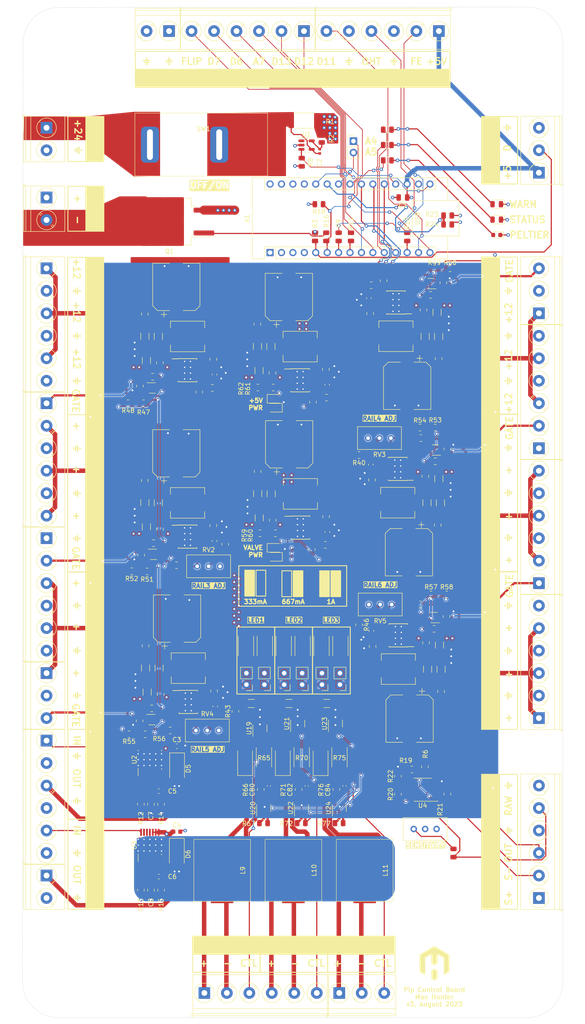
<source format=kicad_pcb>
(kicad_pcb (version 20221018) (generator pcbnew)
  (layers (0 "F.Cu" signal) (1 "In1.Cu" signal) (2 "In2.Cu" signal) (31 "B.Cu" signal) (34 "B.Paste" user) (35 "F.Paste" user) (36 "B.SilkS" user "B.Silkscreen") (37 "F.SilkS" user "F.Silkscreen") (38 "B.Mask" user) (39 "F.Mask" user) (44 "Edge.Cuts" user))
  (net 0 "")
  (net 1 "GPIO5")
  (net 2 "GPIO6")
  (net 4 "RAIL3+")
  (net 5 "RAIL1+")
  (net 6 "RAIL2+")
  (net 7 "RAIL4+")
  (net 8 "RAIL5+")
  (net 9 "RAIL6+")
  (net 11 "PELTIER_OUT")
  (net 12 "TEMP_SENSOR")
  (net 13 "VALVE1_OUT")
  (net 14 "VALVE1_IN")
  (net 15 "VALVE2_OUT")
  (net 16 "VALVE2_IN")
  (net 17 "PS_TRIGGER")
  (net 18 "PS_2")
  (net 19 "PS_1")
  (net 20 "+24V")
  (net 21 "GPIO4")
  (net 22 "GPIO3")
  (net 23 "GPIO2")
  (net 24 "GPIO1")
  (net 25 "LED_WARNING")
  (net 26 "LED_STATUS")
  (net 28 "24_V_ADC")
  (net 30 "FLIPPER_OUT")
  (net 31 "CURRENT_ADC")
  (net 32 "FLIPPER_ENABLE")
  (net 33 "PELTIER_CONTROL")
  (net 34 "Net-(A1-A4)")
  (net 35 "Net-(A1-A5)")
  (net 38 "GND")
  (net 39 "Net-(U2-DELAY_ADJ)")
  (net 40 "Net-(U2-BOOT)")
  (net 41 "Net-(U15-SW)")
  (net 42 "Net-(U15-BOOT)")
  (net 43 "Net-(U16-SW)")
  (net 44 "Net-(U16-BOOT)")
  (net 45 "VALVE1_STATUS")
  (net 46 "VALVE2_STATUS")
  (net 47 "Net-(U17-SW)")
  (net 48 "Net-(U17-BOOT)")
  (net 49 "Net-(U18-SW)")
  (net 50 "Net-(U18-BOOT)")
  (net 51 "VALVE_12V")
  (net 52 "Net-(SW1-B)")
  (net 53 "Net-(D2-A)")
  (net 54 "Net-(D3-A)")
  (net 55 "OVERHEAT")
  (net 56 "Net-(D4-A)")
  (net 57 "PS_RAW_OUT")
  (net 58 "Net-(D7-K)")
  (net 59 "+VDC")
  (net 60 "LED1_OUT+")
  (net 61 "LED1_OUT-")
  (net 62 "LED1_CONTROL")
  (net 63 "LED2_OUT+")
  (net 64 "LED2_OUT-")
  (net 65 "LED2_CONTROL")
  (net 66 "Net-(JP1-B)")
  (net 67 "Net-(JP2-B)")
  (net 68 "Net-(JP3-B)")
  (net 69 "Net-(JP4-B)")
  (net 70 "Net-(Q1-G)")
  (net 71 "Net-(U2-DUTY_ADJ)")
  (net 72 "Net-(U2-OSC_ADJ)")
  (net 73 "/power_rails/rail1/FB")
  (net 74 "/power_rails/rail2/FB")
  (net 75 "/power_rails/rail4/FB")
  (net 76 "/power_rails/rail3/FB")
  (net 77 "/power_rails/rail5/FB")
  (net 78 "/power_rails/rail6/FB")
  (net 79 "/power_rails/valve_12v_pwr/FB")
  (net 80 "/power_rails/5v_pwr/FB")
  (net 83 "RAIL1_PG")
  (net 84 "RAIL2_EN")
  (net 85 "RAIL2_PG")
  (net 86 "RAIL3_EN")
  (net 87 "RAIL3_PG")
  (net 88 "RAIL4_EN")
  (net 89 "RAIL4_PG")
  (net 90 "RAIL5_EN")
  (net 91 "RAIL5_PG")
  (net 92 "RAIL6_EN")
  (net 93 "RAIL6_PG")
  (net 94 "/power_rails/rail1/RAIL_EN")
  (net 95 "VALVE_PG")
  (net 96 "/power_rails/rail2/RAIL_EN")
  (net 97 "5V_PG")
  (net 98 "LED1_CURR")
  (net 99 "LED2_CURR")
  (net 100 "LED3_CURR")
  (net 101 "Net-(JP1-A)")
  (net 102 "Net-(JP3-A)")
  (net 103 "RAIL1_EN")
  (net 104 "/power_rails/rail3/RAIL_EN")
  (net 105 "/power_rails/rail4/RAIL_EN")
  (net 106 "/power_rails/rail5/RAIL_EN")
  (net 107 "/power_rails/rail6/RAIL_EN")
  (net 108 "Net-(JP5-A)")
  (net 109 "Net-(U15-VCC)")
  (net 110 "Net-(U16-VCC)")
  (net 111 "Net-(U17-VCC)")
  (net 112 "Net-(U18-VCC)")
  (net 113 "Net-(JP5-B)")
  (net 114 "Net-(JP6-B)")
  (net 115 "LED3_OUT-")
  (net 116 "Net-(R40-Pad1)")
  (net 117 "Net-(R43-Pad1)")
  (net 118 "LED3_OUT+")
  (net 119 "LED3_CONTROL")
  (net 120 "Net-(U1-Vs-)")
  (net 121 "Net-(U3-BOOT)")
  (net 122 "Net-(U3-DELAY_ADJ)")
  (net 123 "Net-(U11-SW)")
  (net 124 "Net-(U11-BOOT)")
  (net 125 "Net-(U11-VCC)")
  (net 126 "Net-(U12-SW)")
  (net 127 "Net-(U12-BOOT)")
  (net 128 "Net-(U12-VCC)")
  (net 129 "Net-(U13-SW)")
  (net 130 "Net-(U13-BOOT)")
  (net 131 "Net-(U13-VCC)")
  (net 132 "Net-(U14-SW)")
  (net 133 "Net-(U14-BOOT)")
  (net 134 "Net-(U14-VCC)")
  (net 135 "Net-(U20-Vs-)")
  (net 136 "Net-(U22-Vs-)")
  (net 137 "Net-(U24-Vs-)")
  (net 138 "Net-(D1-A)")
  (net 139 "Net-(D23-A)")
  (net 140 "Net-(D24-A)")
  (net 141 "Net-(D25-A)")
  (net 142 "Net-(J15-Pin_2)")
  (net 143 "Net-(J15-Pin_4)")
  (net 144 "Net-(J17-Pin_6)")
  (net 145 "Net-(U3-DUTY_ADJ)")
  (net 146 "Net-(U3-OSC_ADJ)")
  (net 147 "Net-(R17-Pad2)")
  (net 148 "Net-(U4B--)")
  (net 149 "Net-(U4A--)")
  (net 150 "Net-(R37-Pad1)")
  (net 151 "Net-(R46-Pad1)")
  (net 162 "Net-(D9-K)")
  (net 163 "Net-(D11-K)")
  (net 164 "Net-(D13-K)")
  (net 165 "Net-(D15-K)")
  (net 166 "Net-(D17-K)")
  (net 167 "Net-(D19-K)")
  (net 168 "Net-(D21-K)")
  (footprint "Resistor_SMD:R_0805_2012Metric" (layer "F.Cu") (at 68 6 -90)
    (fp_text reference "R11")
    (fp_text value "220R")
  )
  (footprint "TerminalBlock_Phoenix:TerminalBlock_Phoenix_PT-1,5-6-5.0-H_1x06_P5.00mm_Horizontal" (layer "F.Cu") (at 87.54 -39.75 180)
    (fp_text reference "J15" hide)
    (fp_text value "Conn_01x06")
  )
  (footprint "Package_SO:Texas_HSOP-8-1EP_3.9x4.9mm_P1.27mm_ThermalVias" (layer "F.Cu") (at 78.39 57.6 180)
    (fp_text reference "U14" hide)
    (fp_text value "LMR33630ADDA")
  )
  (footprint "Resistor_SMD:R_0805_2012Metric" (layer "F.Cu") (at 83.4525 87.75 180)
    (fp_text reference "R44" hide)
    (fp_text value "100k 1%")
  )
  (footprint "Capacitor_SMD:C_1206_3216Metric" (layer "F.Cu") (at 47.24625 63.1 -90)
    (fp_text reference "C67" hide)
    (fp_text value "10u")
  )
  (footprint "Resistor_SMD:R_0805_2012Metric" (layer "F.Cu") (at 65.34 136.3525)
    (fp_text reference "R77")
    (fp_text value "13k")
  )
  (footprint "Capacitor_SMD:C_0805_2012Metric" (layer "F.Cu") (at 62.47125 68.2 -90)
    (fp_text reference "C65" hide)
    (fp_text value "220n")
  )
  (footprint "Capacitor_SMD:CP_Elec_10x10" (layer "F.Cu") (at 80.89 76.125 -90)
    (fp_text reference "C45" hide)
    (fp_text value "100u")
  )
  (footprint "LED_SMD:LED_0805_2012Metric" (layer "F.Cu") (at 12.04 81 -90)
    (fp_text reference "D11" hide)
    (fp_text value "RED")
  )
  (footprint "Diode_SMD:D_SMA" (layer "F.Cu") (at 29.265 143.25 -90)
    (fp_text reference "D6")
    (fp_text value "SS34")
  )
  (footprint "Package_TO_SOT_SMD:TSOT-23-5" (layer "F.Cu") (at 64.54 114.215 90)
    (fp_text reference "U23")
    (fp_text value "AL8861WT-7")
  )
  (footprint "LED_SMD:LED_0805_2012Metric" (layer "F.Cu") (at 98.04 47.25 90)
    (fp_text reference "D13" hide)
    (fp_text value "RED")
  )
  (footprint "Capacitor_SMD:CP_Elec_10x10" (layer "F.Cu") (at 80.489999 39.125 -90)
    (fp_text reference "C29" hide)
    (fp_text value "100u")
  )
  (footprint "LED_SMD:LED_0805_2012Metric" (layer "F.Cu") (at 10.04 43.8125 90)
    (fp_text reference "D8" hide)
    (fp_text value "GREEN")
  )
  (footprint "Potentiometer_THT:Potentiometer_Bourns_3296W_Vertical" (layer "F.Cu") (at 71.96 87.75 180)
    (fp_text reference "RV5")
    (fp_text value "47k 10-turn")
  )
  (footprint "Package_TO_SOT_SMD:SOT-353_SC-70-5" (layer "F.Cu") (at 86.74 53.4 180)
    (fp_text reference "U8" hide)
    (fp_text value "74LVC1G04")
  )
  (footprint "LED_SMD:LED_0805_2012Metric" (layer "F.Cu") (at 51.04 42)
    (fp_text reference "D21" hide)
    (fp_text value "RED")
  )
  (footprint "Capacitor_SMD:C_0603_1608Metric" (layer "F.Cu") (at 29.265 119.25)
    (fp_text reference "C3")
    (fp_text value "1u")
  )
  (footprint "Resistor_SMD:R_0805_2012Metric" (layer "F.Cu") (at 25.765 132.1625 -90)
    (fp_text reference "R14")
    (fp_text value "200k")
  )
  (footprint "Capacitor_SMD:C_0603_1608Metric" (layer "F.Cu") (at 62.74625 71.625 -90)
    (fp_text reference "C70" hide)
    (fp_text value "1u")
  )
  (footprint "Capacitor_SMD:C_1206_3216Metric" (layer "F.Cu") (at 47.59625 68.475 90)
    (fp_text reference "C63" hide)
    (fp_text value "10u")
  )
  (footprint "LED_SMD:LED_0805_2012Metric" (layer "F.Cu") (at 100.04 82.25 -90)
    (fp_text reference "D18" hide)
    (fp_text value "GREEN")
  )
  (footprint "MountingHole:MountingHole_4.3mm_M4" (layer "F.Cu") (at 97.04 -27)
    (fp_text reference "H7" hide)
    (fp_text value "MountingHole")
  )
  (footprint "Capacitor_SMD:C_1206_3216Metric" (layer "F.Cu") (at 47.19 30.35 -90)
    (fp_text reference "C75" hide)
    (fp_text value "10u")
  )
  (footprint "Package_TO_SOT_SMD:TSOT-23-5" (layer "F.Cu") (at 56.14 114.215 90)
    (fp_text reference "U21")
    (fp_text value "AL8861WT-7")
  )
  (footprint "Capacitor_SMD:C_1206_3216Metric" (layer "F.Cu") (at 87.54 59.775 -90)
    (fp_text reference "C39" hide)
    (fp_text value "10u")
  )
  (footprint "Resistor_SMD:R_0805_2012Metric" (layer "F.Cu") (at 57.04 -10.5875 90)
    (fp_text reference "R8")
    (fp_text value "13k")
  )
  (footprint "LED_SMD:LED_0805_2012Metric" (layer "F.Cu") (at 100.04 12.25 -90)
    (fp_text reference "D10" hide)
    (fp_text value "GREEN")
  )
  (footprint "Package_TO_SOT_SMD:SOT-353_SC-70-5" (layer "F.Cu") (at 85.74 16.4 180)
    (fp_text reference "U6" hide)
    (fp_text value "74LVC1G04")
  )
  (footprint "Capacitor_SMD:CP_Elec_10x10" (layer "F.Cu") (at 29.15 54.125 90)
    (fp_text reference "C37" hide)
    (fp_text value "100u")
  )
  (footprint "Capacitor_SMD:C_0805_2012Metric" (layer "F.Cu") (at 22.15 60.175 90)
    (fp_text reference "C34" hide)
    (fp_text value "100n")
  )
  (footprint "Capacitor_SMD:C_0805_2012Metric" (layer "F.Cu") (at 84.54 59.25 -90)
    (fp_text reference "C40" hide)
    (fp_text value "220n")
  )
  (footprint "Resistor_SMD:R_0805_2012Metric" (layer "F.Cu") (at 62.29 74.5)
    (fp_text reference "R29" hide)
    (fp_text value "9.09k 1%")
  )
  (footprint "Capacitor_SMD:C_0805_2012Metric" (layer "F.Cu") (at 85.69 18.9)
    (fp_text reference "C10" hide)
    (fp_text value "100n")
  )
  (footprint "Resistor_SMD:R_0805_2012Metric" (layer "F.Cu") (at 86.54 13)
    (fp_text reference "R49")
    (fp_text value "470R")
  )
  (footprint "Capacitor_SMD:C_0805_2012Metric" (layer "F.Cu") (at 24.09 74.1 180)
    (fp_text reference "C11" hide)
    (fp_text value "100n")
  )
  (footprint "Resistor_SMD:R_0805_2012Metric" (layer "F.Cu") (at 18.415 43 180)
    (fp_text reference "R48")
    (fp_text value "560R")
  )
  (footprint "Capacitor_SMD:C_0805_2012Metric" (layer "F.Cu") (at 37.375 70.2 -90)
    (fp_text reference "C33" hide)
    (fp_text value "220n")
  )
  (footprint "Connector_PinHeader_2.54mm:PinHeader_1x02_P2.54mm_Vertical" (layer "F.Cu") (at 65.54 105.55 180)
    (fp_text reference "JP5" hide)
    (fp_text value "JUMP")
  )
  (footprint "Capacitor_SMD:C_0805_2012Metric" (layer "F.Cu") (at 22.315 96.925 90)
    (fp_text reference "C50" hide)
    (fp_text value "100n")
  )
  (footprint "maxlibrary:L_Cenker_CKST0603" (layer "F.Cu") (at 78.53 102.1)
    (fp_text reference "L6" hide)
    (fp_text value "15uH 4A")
  )
  (footprint "Capacitor_SMD:C_0805_2012Metric" (layer "F.Cu") (at 25.5 71 90)
    (fp_text reference "C32" hide)
    (fp_text value "220n")
  )
  (footprint "Capacitor_SMD:C_1206_3216Metric" (layer "F.Cu") (at 62.615 109.75)
    (fp_text reference "C83" hide)
    (fp_text value "10u")
  )
  (footprint "Resistor_SMD:R_0805_2012Metric" (layer "F.Cu") (at 85.79 85.5)
    (fp_text reference "R57")
    (fp_text value "470R")
  )
  (footprint "Capacitor_SMD:C_0603_1608Metric" (layer "F.Cu") (at 72.39 56.625 90)
    (fp_text reference "C46" hide)
    (fp_text value "1u")
  )
  (footprint "Capacitor_SMD:C_0603_1608Metric" (layer "F.Cu") (at 25.265 148.25 180)
    (fp_text reference "C6")
    (fp_text value "470p")
  )
  (footprint "maxlibrary:DOT" (layer "F.Cu") (at 61.54 104.275)
    (fp_text reference "JP10" hide)
    (fp_text value "Jumper_2_Bridged")
  )
  (footprint "TerminalBlock_Phoenix:TerminalBlock_Phoenix_PT-1,5-3-5.0-H_1x03_P5.00mm_Horizontal" (layer "F.Cu") (at 109.79 -8.25 90)
    (fp_text reference "J13" hide)
    (fp_text value "Conn_01x03")
  )
  (footprint "Capacitor_SMD:C_0805_2012Metric" (layer "F.Cu") (at 23.89 37.1 180)
    (fp_text reference "C9" hide)
    (fp_text value "100n")
  )
  (footprint "Capacitor_SMD:C_1206_3216Metric" (layer "F.Cu") (at 47.54 35.725 90)
    (fp_text reference "C71" hide)
    (fp_text value "10u")
  )
  (footprint "TerminalBlock_Phoenix:TerminalBlock_Phoenix_PT-1,5-6-5.0-H_1x06_P5.00mm_Horizontal" (layer "F.Cu") (at 0.29 118 -90)
    (fp_text reference "J14" hide)
    (fp_text value "Conn_01x06")
  )
  (footprint "Capacitor_SMD:C_1206_3216Metric" (layer "F.Cu") (at 22.5 70.475 90)
    (fp_text reference "C31" hide)
    (fp_text value "10u")
  )
  (footprint "Resistor_SMD:R_0805_2012Metric" (layer "F.Cu") (at 83.34 48.4 180)
    (fp_text reference "R54")
    (fp_text value "560R")
  )
  (footprint "Diode_SMD:D_SMA" (layer "F.Cu") (at 29.315 124.25 -90)
    (fp_text reference "D5")
    (fp_text value "SS34")
  )
  (footprint "LED_SMD:LED_0805_2012Metric" (layer "F.Cu") (at 12.04 113.8125 -90)
    (fp_text reference "D15" hide)
    (fp_text value "RED")
  )
  (footprint "TerminalBlock_Phoenix:TerminalBlock_Phoenix_PT-1,5-3-5.0-H_1x03_P5.00mm_Horizontal" (layer "F.Cu") (at 109.79 23 90)
    (fp_text reference "J10" hide)
    (fp_text value "Conn_01x03")
  )
  (footprint "Resistor_SMD:R_0805_2012Metric" (layer "F.Cu") (at 81.5275 124.425 180)
    (fp_text reference "R19")
    (fp_text value "150k")
  )
  (footprint "Resistor_SMD:R_0805_2012Metric" (layer "F.Cu") (at 29.2025 79)
    (fp_text reference "R35" hide)
    (fp_text value "100k 1%")
  )
  (footprint "Capacitor_SMD:C_1206_3216Metric" (layer "F.Cu") (at 22.665 107.225 90)
    (fp_text reference "C47" hide)
    (fp_text value "10u")
  )
  (footprint "LED_SMD:LED_0805_2012Metric" (layer "F.Cu") (at 51.04 44 180)
    (fp_text reference "D22" hide)
    (fp_text value "GREEN")
  )
  (footprint "Capacitor_SMD:C_1206_3216Metric" (layer "F.Cu") (at 87.14 22.775 -90)
    (fp_text reference "C23" hide)
    (fp_text value "10u")
  )
  (footprint "Capacitor_SMD:C_1206_3216Metric" (layer "F.Cu") (at 84.489999 28.125 90)
    (fp_text reference "C28" hide)
    (fp_text value "10u")
  )
  (footprint "Capacitor_SMD:C_0805_2012Metric" (layer "F.Cu") (at 86.49 93.15)
    (fp_text reference "C14" hide)
    (fp_text value "100n")
  )
  (footprint "Package_TO_SOT_SMD:SOT-353_SC-70-5" (layer "F.Cu") (at 86.49 90.65 180)
    (fp_text reference "U10" hide)
    (fp_text value "74LVC1G04")
  )
  (footprint "Capacitor_SMD:C_0805_2012Metric" (layer "F.Cu") (at 37.375 33.2 -90)
    (fp_text reference "C17" hide)
    (fp_text value "220n")
  )
  (footprint "Package_SO:Texas_HSOP-8-1EP_3.9x4.9mm_P1.27mm_ThermalVias" (layer "F.Cu") (at 78.53 94.6 180)
    (fp_text reference "U16" hide)
    (fp_text value "LMR33630ADDA")
  )
  (footprint "Package_TO_SOT_SMD:SOT-23-5" (layer "F.Cu") (at 48.59 132.99 90)
    (fp_text reference "U20")
    (fp_text value "ZXCT1110")
  )
  (footprint "TerminalBlock_Phoenix:TerminalBlock_Phoenix_PT-1,5-2-5.0-H_1x02_P5.00mm_Horizontal" (layer "F.Cu") (at 27.54 -39.75 180)
    (fp_text reference "J18" hide)
    (fp_text value "Conn_01x02")
  )
  (footprint "maxlibrary:L_Cenker_CKST0603" (layer "F.Cu") (at 31.65 28.15 180)
    (fp_text reference "L1" hide)
    (fp_text value "15uH 4A")
  )
  (footprint "Resistor_SMD:R_0805_2012Metric" (layer "F.Cu") (at 90.04 13)
    (fp_text reference "R50")
    (fp_text value "560R")
  )
  (footprint "Capacitor_SMD:C_0603_1608Metric" (layer "F.Cu") (at 62.69 38.875 -90)
    (fp_text reference "C78" hide)
    (fp_text value "1u")
  )
  (footprint "Resistor_SMD:R_0805_2012Metric" (layer "F.Cu") (at 65.25 6 -90)
    (fp_text reference "R9")
    (fp_text value "220R")
  )
  (footprint "Capacitor_SMD:C_0805_2012Metric" (layer "F.Cu") (at 88.03 107.075 -90)
    (fp_text reference "C58" hide)
    (fp_text value "100n")
  )
  (footprint "Capacitor_SMD:C_0603_1608Metric" (layer "F.Cu") (at 37.65 73.625 -90)
    (fp_text reference "C38" hide)
    (fp_text value "1u")
  )
  (footprint "Resistor_SMD:R_0805_2012Metric" (layer "F.Cu") (at 60.8775 -1.25 180)
    (fp_text reference "R18")
    (fp_text value "10k")
  )
  (footprint "Resistor_SMD:R_0805_2012Metric" (layer "F.Cu") (at 21.34 76.7625 90)
    (fp_text reference "R36" hide)
    (fp_text value "47k 1%")
  )
  (footprint "Resistor_SMD:R_0805_2012Metric" (layer "F.Cu") (at 22.6525 80.4)
    (fp_text reference "R51")
    (fp_text value "470R")
  )
  (footprint "Resistor_SMD:R_2512_6332Metric" (layer "F.Cu") (at 61.44 96.95 -90)
    (fp_text reference "R74" hide)
    (fp_text value "0.3R")
  )
  (footprint "Capacitor_SMD:C_0805_2012Metric" (layer "F.Cu") (at 37.54 106.95 -90)
    (fp_text reference "C49" hide)
    (fp_text value "220n")
  )
  (footprint "Capacitor_SMD:C_1206_3216Metric" (layer "F.Cu") (at 45.815 109.75)
    (fp_text reference "C79" hide)
    (fp_text value "10u")
  )
  (footprint "Resistor_SMD:R_2512_6332Metric" (layer "F.Cu") (at 53.04 96.95 -90)
    (fp_text reference "R69" hide)
    (fp_text value "0.3R")
  )
  (footprint "Capacitor_SMD:C_0805_2012Metric" (layer "F.Cu") (at 72.805 97.05 90)
    (fp_text reference "C57" hide)
    (fp_text value "220n")
  )
  (footprint "maxlibrary:L_SMMS1360" (layer "F.Cu") (at 55.19 146.85 -90)
    (fp_text reference "L10")
    (fp_text value "100uH")
  )
  (footprint "Capacitor_SMD:C_1206_3216Metric" (layer "F.Cu") (at 88.03 102.15 90)
    (fp_text reference "C59" hide)
    (fp_text value "10u")
  )
  (footprint "Capacitor_SMD:C_0805_2012Metric" (layer "F.Cu") (at 23.515 132.1625 -90)
    (fp_text reference "C7")
    (fp_text value "150n")
  )
  (footprint "Capacitor_SMD:CP_Elec_10x10" (layer "F.Cu") (at 54.19 19.375 90)
    (fp_text reference "C77" hide)
    (fp_text value "100u")
  )
  (footprint "Package_TO_SOT_SMD:SOT-353_SC-70-5" (layer "F.Cu") (at 23.84 39.6)
    (fp_text reference "U5" hide)
    (fp_text value "74LVC1G04")
  )
  (footprint "Capacitor_SMD:C_0805_2012Metric" (layer "F.Cu") (at 47.24625 58.175 90)
    (fp_text reference "C66" hide)
    (fp_text value "100n")
  )
  (footprint "Potentiometer_THT:Potentiometer_Bourns_3296W_Vertical" (layer "F.Cu") (at 71.79 50.75 180)
    (fp_text reference "RV3")
    (fp_text value "47k 10-turn")
  )
  (footprint "Package_TO_SOT_SMD:TO-263-2" (layer "F.Cu") (at 27.64 2.6 180)
    (fp_text reference "Q1")
    (fp_text value "LNE08R085")
  )
  (footprint "maxlibrary:DOT" (layer "F.Cu") (at 65.54 104.275)
    (fp_text reference "JP11" hide)
    (fp_text value "Jumper_2_Bridged")
  )
  (footprint "Resistor_SMD:R_0805_2012Metric" (layer "F.Cu") (at 42.29 111.5 90)
    (fp_text reference "R43")
    (fp_text value "4.3k")
  )
  (footprint "Package_SO:Texas_HSOP-8-1EP_3.9x4.9mm_P1.27mm_ThermalVias" (layer "F.Cu") (at 31.65 72.65)
    (fp_text reference "U13" hide)
    (fp_text value "LMR33630ADDA")
  )
  (footprint "LED_SMD:LED_0805_2012Metric" (layer "F.Cu") (at 10.04 81 90)
    (fp_text reference "D12" hide)
    (fp_text value "GREEN")
  )
  (footprint "maxlibrary:DOT" (layer "F.Cu") (at 67.79 9.5 90)
    (fp_text reference "J22" hide)
    (fp_text value "Conn_01x15")
  )
  (footprint "Capacitor_SMD:C_0805_2012Metric" (layer "F.Cu") (at 87.489999 33.075 -90)
    (fp_text reference "C26" hide)
    (fp_text value "100n")
  )
  (footprint "Resistor_SMD:R_0805_2012Metric" (layer "F.Cu") (at 25.765 151.25 -90)
    (fp_text reference "R15")
    (fp_text value "200k")
  )
  (footprint "Capacitor_SMD:C_1206_3216Metric" (layer "F.Cu") (at 87.49 28.15 90)
    (fp_text reference "C27" hide)
    (fp_text value "10u")
  )
  (footprint "Capacitor_SMD:C_1206_3216Metric" (layer "F.Cu") (at 22.15 65.1 -90)
    (fp_text reference "C35" hide)
    (fp_text value "10u")
  )
  (footprint "TerminalBlock_Phoenix:TerminalBlock_Phoenix_PT-1,5-6-5.0-H_1x06_P5.00mm_Horizontal" (layer "F.Cu") (at 0.29 13 -90)
    (fp_text reference "J2" hide)
    (fp_text value "Conn_01x06")
  )
  (footprint "LED_SMD:LED_0805_2012Metric" (layer "F.Cu") (at 100.4125 2.166666 180)
    (fp_text reference "D2" hide)
    (fp_text value "YELLOW")
  )
  (footprint "maxlibrary:DOT" (layer "F.Cu") (at 44.74 104.275)
    (fp_text reference "JP12" hide)
    (fp_text value "Jumper_2_Bridged")
  )
  (footprint "Resistor_SMD:R_0805_2012Metric" (layer "F.Cu") (at 34.25 40.5 90)
    (fp_text reference "R25" hide)
    (fp_text value "100k 1%")
  )
  (footprint "MountingHole:MountingHole_4.3mm_M4" (layer "F.Cu") (at 13.04 161.5)
    (fp_text reference "H5" hide)
    (fp_text value "MountingHole")
  )
  (footprint "Package_SO:SOIC-8_3.9x4.9mm_P1.27mm" (layer "F.Cu") (at 83.94 128.925 180)
    (fp_text reference "U4")
    (fp_text value "MCP6002-xSN")
  )
  (footprint "TerminalBlock_Phoenix:TerminalBlock_Phoenix_PT-1,5-6-5.0-H_1x06_P5.00mm_Horizontal" (layer "F.Cu") (at 109.79 153 90)
    (fp_text reference "J12" hide)
    (fp_text value "Conn_01x06")
  )
  (footprint "maxlibrary:L_SMMS1360" (layer "F.Cu") (at 71.04 146.85 -90)
    (fp_text reference "L11")
    (fp_text value "100uH")
  )
  (footprint "TerminalBlock_Phoenix:TerminalBlock_Phoenix_PT-1,5-6-5.0-H_1x06_P5.00mm_Horizontal" (layer "F.Cu") (at 109.79 113 90)
    (fp_text reference "J1" hide)
    (fp_text value "Conn_01x06")
  )
  (footprint "MountingHole:MountingHole_4.3mm_M4" (layer "F.Cu") (at 3.04 171.5)
    (fp_text reference "H3" hide)
    (fp_text value "MountingHole")
  )
  (footprint "Resistor_SMD:R_0805_2012Metric" (layer "F.Cu") (at 75.25 15.75 -90)
    (fp_text reference "R30" hide)
    (fp_text value "100k 1%")
  )
  (footprint "Resistor_SMD:R_0805_2012Metric" (layer "F.Cu") (at 89.24 90.4 -90)
    (fp_text reference "R45" hide)
    (fp_text value "47k 1%")
  )
  (footprint "Resistor_SMD:R_0805_2012Metric" (layer "F.Cu") (at 18.6525 116.6 180)
    (fp_text reference "R55")
    (fp_text value "470R")
  )
  (footprint "Resistor_SMD:R_0805_2012Metric" (layer "F.Cu") (at 61.49 -15.9025 90)
    (fp_text reference "R2")
    (fp_text value "4.7k")
  )
  (footprint "Capacitor_SMD:C_0805_2012Metric" (layer "F.Cu") (at 87.29 70.075 -90)
    (fp_text reference "C42" hide)
    (fp_text value "100n")
  )
  (footprint "Connector_PinHeader_2.54mm:PinHeader_1x02_P2.54mm_Vertical" (layer "F.Cu") (at 68.54 -15.275)
    (fp_text reference "J9" hide)
    (fp_text value "Conn_01x02")
  )
  (footprint "Resistor_SMD:R_0805_2012Metric" (layer "F.Cu") (at 72.5 16.75 180)
    (fp_text reference "R31" hide)
    (fp_text value "9.09k 1%")
  )
  (footprint "Capacitor_SMD:C_1206_3216Metric" (layer "F.Cu") (at 84.89 65.125 90)
    (fp_text reference "C44" hide)
    (fp_text value "10u")
  )
  (footprint "Resistor_SMD:R_0805_2012Metric" (layer "F.Cu") (at 83.54 50.75 180)
    (fp_text reference "R38" hide)
    (fp_text value "100k 1%")
  )
  (footprint "Resistor_SMD:R_0805_2012Metric" (layer "F.Cu") (at 64.74 128.865 90)
    (fp_text reference "R76")
    (fp_text value "4.7k")
  )
  (footprint "Capacitor_SMD:C_1206_3216Metric" (layer "F.Cu") (at 22.15 28.1 -90)
    (fp_text reference "C19" hide)
    (fp_text value "10u")
  )
  (footprint "maxlibrary:DOT" (layer "F.Cu") (at 53.14 104.275)
    (fp_text reference "JP8" hide)
    (fp_text value "Jumper_2_Bridged")
  )
  (footprint "Resistor_SMD:R_2512_6332Metric" (layer "F.Cu") (at 48.64 121.7025 90)
    (fp_text reference "R65")
    (fp_text value "0.005R")
  )
  (footprint "Resistor_SMD:R_0805_2012Metric" (layer "F.Cu") (at 21.04 39.1625 90)
    (fp_text reference "R27" hide)
    (fp_text value "47k 1%")
  )
  (footprint "Resistor_SMD:R_0805_2012Metric" (layer "F.Cu") (at 59.54 42.75 90)
    (fp_text reference "R33" hide)
    (fp_text value "100k 1%")
  )
  (footprint "maxlibrary:L_SMMS1360" (layer "F.Cu") (at 39.34 146.85 -90)
    (fp_text reference "L9")
    (fp_text value "100uH")
  )
  (footprint "Resistor_SMD:R_0805_2012Metric" (layer "F.Cu") (at 89.44 129.8875 90)
    (fp_text reference "R21")
    (fp_text value "10k")
  )
  (footprint "Connector_PinHeader_2.54mm:PinHeader_1x02_P2.54mm_Vertical" (layer "F.Cu") (at 44.74 105.55 180)
    (fp_text reference "JP2" hide)
    (fp_text value "JUMP")
  )
  (footprint "Resistor_SMD:R_2512_6332Metric" (layer "F.Cu") (at 57.04 121.7025 90)
    (fp_text reference "R70")
    (fp_text value "0.005R")
  )
  (footprint "LED_SMD:LED_0805_2012Metric" (layer "F.Cu") (at 51.04 75.15)
    (fp_text reference "D19" hide)
    (fp_text value "RED")
  )
  (footprint "Capacitor_SMD:C_0805_2012Metric" (layer "F.Cu") (at 22.15 23.175 90)
    (fp_text reference "C18" hide)
    (fp_text value "100n")
  )
  (footprint "maxlibrary:L_Cenker_CKST0603" (layer "F.Cu") (at 31.65 65.15 180)
    (fp_text reference "L3" hide)
    (fp_text value "15uH 4A")
  )
  (footprint "maxlibrary:maxlogo" (layer "F.Cu") (at 86.54 167.5)
    (fp_text reference "G1" hide)
    (fp_text value "LOGO" hide)
  )
  (footprint "TerminalBlock_Phoenix:TerminalBlock_Phoenix_PT-1,5-6-5.0-H_1x06_P5.00mm_Horizontal" (layer "F.Cu") (at 0.29 43 -90)
    (fp_text reference "J5" hide)
    (fp_text value "Conn_01x06")
  )
  (footprint "Resistor_SMD:R_2512_6332Metric" (layer "F.Cu") (at 65.64 96.95 -90)
    (fp_text reference "R73" hide)
    (fp_text value "0.15R")
  )
  (footprint "LED_SMD:LED_0805_2012Metric" (layer "F.Cu") (at 100.04 47.25 -90)
    (fp_text reference "D14" hide)
    (fp_text value "GREEN")
  )
  (footprint "Resistor_SMD:R_0805_2012Metric" (layer "F.Cu") (at 51.2025 71.9 180)
    (fp_text reference "R59")
    (fp_text value "470R")
  )
  (footprint "Package_TO_SOT_SMD:SOT-23-5" (layer "F.Cu") (at 56.99 132.99 90)
    (fp_text reference "U22")
    (fp_text value "ZXCT1110")
  )
  (footprint "Diode_SMD:D_SMA" (layer "F.Cu") (at 44.44 122.265 90)
    (fp_text reference "D23" hide)
    (fp_text value "SS34")
  )
  (footprint "LED_SMD:LED_0805_2012Metric" (layer "F.Cu") (at 98.04 12.25 90)
    (fp_text reference "D9" hide)
    (fp_text value "RED")
  )
  (footprint "Capacitor_SMD:C_1206_3216Metric" (layer "F.Cu") (at 54.215 109.75)
    (fp_text reference "C81" hide)
    (fp_text value "10u")
  )
  (footprint "Package_SO:Texas_HSOP-8-1EP_3.9x4.9mm_P1.27mm_ThermalVias" (layer "F.Cu") (at 56.69 37.9)
    (fp_text reference "U18" hide)
    (fp_text value "LMR33630ADDA")
  )
  (footprint "Resistor_SMD:R_2512_6332Metric" (layer "F.Cu") (at 65.44 121.7025 90)
    (fp_text reference "R75")
    (fp_text value "0.005R")
  )
  (footprint "LED_SMD:LED_0805_2012Metric" (layer "F.Cu") (at 98.04 82.25 90)
    (fp_text reference "D17" hide)
    (fp_text value "RED")
  )
  (footprint "Resistor_SMD:R_0805_2012Metric" (layer "F.Cu") (at 37.1625 39.5875)
    (fp_text reference "R26" hide)
    (fp_text value "9.09k 1%")
  )
  (footprint "Resistor_SMD:R_0805_2012Metric" (layer "F.Cu") (at 69.79 54.5)
    (fp_text reference "R40")
    (fp_text value "4.3k")
  )
  (footprint "Package_SO:Texas_HSOP-8-1EP_3.9x4.9mm_P1.27mm_ThermalVias" (layer "F.Cu") (at 31.815 109.4)
    (fp_text reference "U15" hide)
    (fp_text value "LMR33630ADDA")
  )
  (footprint "Resistor_SMD:R_0805_2012Metric" (layer "F.Cu") (at 86.74 48.4)
    (fp_text reference "R53")
    (fp_text value "470R")
  )
  (footprint "Resistor_SMD:R_2512_6332Metric" (layer "F.Cu") (at 57.24 96.95 -90)
    (fp_text reference "R68" hide)
    (fp_text value "0.15R")
  )
  (footprint "TerminalBlock_Phoenix:TerminalBlock_Phoenix_PT-1,5-3-5.0-H_1x03_P5.00mm_Horizontal" (layer "F.Cu") (at 0.29 103 -90)
    (fp_text reference "J11" hide)
    (fp_text value "Conn_01x03")
  )
  (footprint "Package_TO_SOT_SMD:SOT-23-5" (layer "F.Cu") (at 65.39 132.99 90)
    (fp_text reference "U24")
    (fp_text value "ZXCT1110")
  )
  (footprint "Resistor_SMD:R_0805_2012Metric" (layer "F.Cu") (at 88.54 16.2125 -90)
    (fp_text reference "R32" hide)
    (fp_text value "47k 1%")
  )
  (footprint "Package_TO_SOT_SMD:SOT-353_SC-70-5" (layer "F.Cu") (at 24.09 76.6)
    (fp_text reference "U7" hide)
    (fp_text value "74LVC1G04")
  )
  (footprint "maxlibrary:L_Cenker_CKST0603" (layer "F.Cu") (at 56.69 30.4 180)
    (fp_text reference "L8" hide)
    (fp_text value "15uH 4A")
  )
  (footprint "Resistor_SMD:R_0805_2012Metric" (layer "F.Cu") (at 56.34 128.865 90)
    (fp_text reference "R71")
    (fp_text value "4.7k")
  )
  (footprint "MountingHole:MountingHole_4.3mm_M4" (layer "F.Cu") (at 107.04 171.5)
    (fp_text reference "H1" hide)
    (fp_text value "MountingHole")
  )
  (footprint "Capacitor_SMD:C_1206_3216Metric" (layer "F.Cu") (at 87.68 96.775 -90)
    (fp_text reference "C55" hide)
    (fp_text value "10u")
  )
  (footprint "Capacitor_SMD:C_0805_2012Metric" (layer "F.Cu") (at 72.665 60.05 90)
    (fp_text reference "C41" hide)
    (fp_text value "220n")
  )
  (footprint "Capacitor_SMD:CP_Elec_10x10" (layer "F.Cu") (at 54.24625 52.125 90)
    (fp_text reference "C69" hide)
    (fp_text value "100u")
  )
  (footprint "Package_TO_SOT_SMD:SOT-23-5" (layer "F.Cu") (at 58.115 -14.4)
    (fp_text reference "U1")
    (fp_text value "ZXCT1110")
  )
  (footprint "Resistor_SMD:R_0805_2012Metric" (layer "F.Cu") (at 19.24 80.35 180)
    (fp_text reference "R52")
    (fp_text value "560R")
  )
  (footprint "Resistor_SMD:R_0805_2012Metric" (layer "F.Cu") (at 21.8525 43)
    (fp_text reference "R47")
    (fp_text value "470R")
  )
  (footprint "Capacitor_SMD:C_0805_2012Metric" (layer "F.Cu") (at 72.265 23.049999 90)
    (fp_text reference "C25" hide)
    (fp_text value "220n")
  )
  (footprint "Package_SO:HTSSOP-14-1EP_4.4x5mm_P0.65mm_EP3.4x5mm_Mask3x3.1mm_ThermalVias" (layer "F.Cu") (at 23.265 141.25 90)
    (fp_text reference "U3")
    (fp_text value "DRV104")
  )
  (footprint "Connector_PinHeader_2.54mm:PinHeader_1x02_P2.54mm_Vertical" (layer "F.Cu") (at 48.74 105.55 180)
    (fp_text reference "JP1" hide)
    (fp_text value "JUMP")
  )
  (footprint "Potentiometer_THT:Potentiometer_Bourns_3296W_Vertical" (layer "F.Cu") (at 38.58 115.75)
    (fp_text reference "RV4")
    (fp_text value "47k 10-turn")
  )
  (footprint "Resistor_SMD:R_0805_2012Metric" (layer "F.Cu") (at 78.44 129.925 90)
    (fp_text reference "R20")
    (fp_text value "30k")
  )
  (footprint "Package_SO:Texas_HSOP-8-1EP_3.9x4.9mm_P1.27mm_ThermalVias" (layer "F.Cu") (at 31.65 35.65)
    (fp_text reference "U11" hide)
    (fp_text value "LMR33630ADDA")
  )
  (footprint "TerminalBlock_Phoenix:TerminalBlock_Phoenix_PT-1,5-6-5.0-H_1x06_P5.00mm_Horizontal" (layer "F.Cu") (at 35.39 174.12)
    (fp_text reference "J19" hide)
    (fp_text value "Conn_01x06")
  )
  (footprint "Resistor_SMD:R_0805_2012Metric" (layer "F.Cu") (at 59.29 75.5 90)
    (fp_text reference "R28" hide)
    (fp_text value "100k 1%")
  )
  (footprint "Package_TO_SOT_SMD:SOT-353_SC-70-5" (layer "F.Cu") (at 23.74 113.35)
    (fp_text reference "U9" hide)
    (fp_text value "74LVC1G04")
  )
  (footprint "MountingHole:MountingHole_4.3mm_M4" (layer "F.Cu") (at 107.04 -37)
    (fp_text reference "H4" hide)
    (fp_text value "MountingHole")
  )
  (footprint "Resistor_SMD:R_0805_2012Metric" (layer "F.Cu") (at 22.2275 116.6)
    (fp_text reference "R56")
    (fp_text value "560R")
  )
  (footprint "Capacitor_SMD:C_0603_1608Metric" (layer "F.Cu") (at 29.265 138.25)
    (fp_text reference "C4")
    (fp_text value "1u")
  )
  (footprint "Capacitor_SMD:C_1206_3216Metric" (layer "F.Cu") (at 25.315 101.875 -90)
    (fp_text reference "C52" hide)
    (fp_text value "10u")
  )
  (footprint "Potentiometer_THT:Potentiometer_Bourns_3296W_Vertical" (layer "F.Cu") (at 38.87 79.25)
    (fp_text reference "RV2")
    (fp_text value "47k 10-turn")
  )
  (footprint "Capacitor_SMD:C_0805_2012Metric" (layer "F.Cu") (at 62.415 35.45 -90)
    (fp_text reference "C73" hide)
    (fp_text value "220n")
  )
  (footprint "Capacitor_SMD:C_0805_2012Metric" (layer "F.Cu") (at 47.19 25.425 90)
    (fp_text reference "C74" hide)
    (fp_text value "100n")
  )
  (footprint "Resistor_SMD:R_0805_2012Metric" (layer "F.Cu") (at 90.79 143 90)
    (fp_text reference "R17" hide)
    (fp_text value "10k")
  )
  (footprint "Capacitor_SMD:C_0603_1608Metric" (layer "F.Cu") (at 37.65 36.625 -90)
    (fp_text reference "C22" hide)
    (fp_text value "1u")
  )
  (footprint "Package_SO:Texas_HSOP-8-1EP_3.9x4.9mm_P1.27mm_ThermalVias" (layer "F.Cu") (at 56.74625 70.65)
    (fp_text reference "U17" hide)
    (fp_text value "LMR33630ADDA")
  )
  (footprint "Diode_SMD:D_SMA" (layer "F.Cu") (at 52.84 122.265 90)
    (fp_text reference "D24" hide)
    (fp_text value "SS34")
  )
  (footprint "Resistor_SMD:R_0805_2012Metric" (layer "F.Cu") (at 47.29 39.5 180)
    (fp_text reference "R62")
    (fp_text value "560R")
  )
  (footprint "Resistor_SMD:R_0805_2012Metric" (layer "F.Cu") (at 56.94 136.3525)
    (fp_text reference "R72")
    (fp_text value "13k")
  )
  (footprint "Resistor_SMD:R_2512_6332Metric" (layer "F.Cu") (at 48.84 96.95 -90)
    (fp_text reference "R63" hide)
    (fp_text value "0.15R")
  )
  (footprint "Package_TO_SOT_SMD:TSOT-23-5" (layer "F.Cu") (at 47.74 115.2625 90)
    (fp_text reference "U19")
    (fp_text value "AL8861WT-7")
  )
  (footprint "Capacitor_SMD:C_0805_2012Metric" (layer "F.Cu") (at 84.14 22.25 -90)
    (fp_text reference "C24" hide)
    (fp_text value "220n")
  )
  (footprint "TerminalBlock_Phoenix:TerminalBlock_Phoenix_PT-1,5-2-5.0-H_1x02_P5.00mm_Horizontal" (layer "F.Cu") (at 0.29 148 -90)
    (fp_text reference "J16" hide)
    (fp_text value "Conn_01x02")
  )
  (footprint "Resistor_SMD:R_0805_2012Metric" (layer "F.Cu") (at 47.79 71.9 180)
    (fp_text reference "R60")
    (fp_text value "560R")
  )
  (footprint "Resistor_SMD:R_0805_2012Metric" (layer "F.Cu") (at 21.265 132.1625 -90)
    (fp_text reference "R12")
    (fp_text value "120k")
  )
  (footprint "Capacitor_SMD:CP_Elec_10x10" (layer "F.Cu") (at 29.15 17.125 90)
    (fp_text reference "C21" hide)
    (fp_text value "100u")
  )
  (footprint "Capacitor_SMD:C_1206_3216Metric" (layer "F.Cu") (at 50.19 30.375 -90)
    (fp_text reference "C76" hide)
    (fp_text value "10u")
  )
  (footprint "LED_SMD:LED_0805_2012Metric" (layer "F.Cu") (at 98.04 127 90)
    (fp_text reference "D3" hide)
    (fp_text value "GREEN")
  )
  (footprint "TerminalBlock_Phoenix:TerminalBlock_Phoenix_PT-1,5-3-5.0-H_1x03_P5.00mm_Horizontal" (layer "F.Cu") (at 65.39 174.12)
    (fp_text reference "J20" hide)
    (fp_text value "Conn_01x03")
  )
  (footprint "MountingHole:MountingHole_4.3mm_M4" (layer "F.Cu") (at 13.04 -27)
    (fp_text reference "H8" hide)
    (fp_text value "MountingHole")
  )
  (footprint "Resistor_SMD:R_0805_2012Metric" (layer "F.Cu") (at 76.08 -14.416668 180)
    (fp_text reference "R5" hide)
    (fp_text value "220R")
  )
  (footprint "Capacitor_SMD:C_1206_3216Metric" (layer "F.Cu") (at 87.89 65.15 90)
    (fp_text reference "C43" hide)
    (fp_text value "10u")
  )
  (footprint "Capacitor_SMD:C_0805_2012Metric" (layer "F.Cu") (at 23.515 151.25 -90)
    (fp_text reference "C8")
    (fp_text value "150n")
  )
  (footprint "Package_SO:Texas_HSOP-8-1EP_3.9x4.9mm_P1.27mm_ThermalVias" (layer "F.Cu") (at 77.99 20.6 180)
    (fp_text reference "U12" hide)
    (fp_text value "LMR33630ADDA")
  )
  (footprint "MountingHole:MountingHole_4.3mm_M4" (layer "F.Cu") (at 97.04 161.5)
    (fp_text reference "H6" hide)
    (fp_text value "MountingHole")
  )
  (footprint "Capacitor_SMD:C_0402_1005Metric" (layer "F.Cu") (at 58.14 128.0725 90)
    (fp_text reference "C82")
    (fp_text value "10p")
  )
  (footprint "Capacitor_SMD:C_0402_1005Metric" (layer "F.Cu") (at 66.54 128.0725 90)
    (fp_text reference "C84")
    (fp_text value "10p")
  )
  (footprint "Resistor_SMD:R_2512_6332Metric" (layer "F.Cu") (at 57.665 -19.84 180)
    (fp_text reference "R1")
    (fp_text value "0.005R")
  )
  (footprint "LED_SMD:LED_0805_2012Metric" (layer "F.Cu") (at 100.4125 -1.25 180)
    (fp_text reference "D1" hide)
    (fp_text value "RED")
  )
  (footprint "LED_SMD:LED_0603_1608Metric" (layer "F.Cu") (at 100.4125 5.583334 180)
    (fp_text reference "D4" hide)
    (fp_text value "BLUE")
  )
  (footprint "Package_SO:HTSSOP-14-1EP_4.4x5mm_P0.65mm_EP3.4x5mm_Mask3x3.1mm_ThermalVias" (layer "F.Cu") (at 23.265 122.25 90)
    (fp_text reference "U2")
    (fp_text value "DRV104")
  )
  (footprint "Resistor_SMD:R_0805_2012Metric" (layer "F.Cu") (at 20.99 113.6 90)
    (fp_text reference "R42" hide)
    (fp_text value "47k 1%")
  )
  (footprint "Capacitor_SMD:C_1206_3216Metric" (layer "F.Cu") (at 22.5 33.475 90)
    (fp_text reference "C15" hide)
    (fp_text value "10u")
  )
  (footprint "Capacitor_SMD:C_0805_2012Metric" (layer "F.Cu") (at 50.59625 69 90)
    (fp_text reference "C64" hide)
    (fp_text value "220n")
  )
  (footprint "Capacitor_SMD:C_0603_1608Metric" (layer "F.Cu") (at 71.99 19.625 90)
    (fp_text reference "C30" hide)
    (fp_text value "1u")
  )
  (footprint "Resistor_SMD:R_0805_2012Metric" (layer "F.Cu") (at 69.79 92.25 -90)
    (fp_text reference "R46")
    (fp_text value "4.3k")
  )
  (footprint "Capacitor_SMD:C_1206_3216Metric" (layer "F.Cu") (at 50.24625 63.125 -90)
    (fp_text reference "C68" hide)
    (fp_text value "10u")
  )
  (footprint "maxlibrary:DOT" (layer "F.Cu") (at 67.79 -5.75)
    (fp_text reference "J21" hide)
    (fp_text value "Conn_01x15")
  )
  (footprint "Resistor_SMD:R_0805_2012Metric" (layer "F.Cu") (at 89.5 1.25)
    (fp_text reference "R23")
    (fp_text value "47k 1%")
  )
  (footprint "Resistor_SMD:R_0805_2012Metric" (layer "F.Cu") (at 50.7025 39.5 180)
    (fp_text reference "R61")
    (fp_text value "470R")
  )
  (footprint "maxlibrary:L_Cenker_CKST0603" (layer "F.Cu") (at 31.815 101.9 180)
    (fp_text reference "L5" hide)
    (fp_text value "15uH 4A")
  )
  (footprint "Resistor_SMD:R_0805_2012Metric" (layer "F.Cu") (at 62.54 41.75)
    (fp_text reference "R34" hide)
    (fp_text value "24.9k 1%")
  )
  (footprint "Capacitor_SMD:C_0603_1608Metric" (layer "F.Cu") (at 72.53 93.625 90)
    (fp_text reference "C62" hide)
    (fp_text value "1u")
  )
  (footprint "Capacitor_SMD:CP_Elec_10x10" (layer "F.Cu") (at 81.03 113.125 -90)
    (fp_text reference "C61" hide)
    (fp_text value "100u")
  )
  (footprint "Capacitor_SMD:C_1206_3216Metric" (layer "F.Cu") (at 25.15 28.125 -90)
    (fp_text reference "C20" hide)
    (fp_text value "10u")
  )
  (footprint "maxlibrary:L_Cenker_CKST0603" (layer "F.Cu") (at 56.74625 63.15 180)
    (fp_text reference "L7" hide)
    (fp_text value "15uH 4A")
  )
  (footprint "Capacitor_SMD:C_1206_3216Metric" (layer "F.Cu") (at 85.03 102.125 90)
    (fp_text reference "C60" hide)
    (fp_text value "10u")
  )
  (footprint "Resistor_SMD:R_0805_2012Metric" (layer "F.Cu") (at 89.5 3.25 180)
    (fp_text reference "R24")
    (fp_text value "8.87k 1%")
  )
  (footprint "Capacitor_SMD:C_0805_2012Metric" (layer "F.Cu") (at 86.74 55.9)
    (fp_text reference "C12" hide)
    (fp_text value "100n")
  )
  (footprint "Resistor_SMD:R_0805_2012Metric" (layer "F.Cu") (at 78.44 125.925 90)
    (fp_text reference "R22")
    (fp_text value "30k")
  )
  (footprint "maxlibrary:L_Cenker_CKST0603" (layer "F.Cu") (at 77.99 28.1)
    (fp_text reference "L2" hide)
    (fp_text value "15uH 4A")
  )
  (footprint "Diode_SMD:D_SMA" (layer "F.Cu") (at 61.24 122.265 90)
    (fp_text reference "D25" hide)
    (fp_text value "SS34")
  )
  (footprint "Capacitor_SMD:C_0402_1005Metric" (layer "F.Cu") (at 61.04 -13.02 -90)
    (fp_text reference "C2")
    (fp_text value "10p")
  )
  (footprint "Connector_PinHeader_2.54mm:PinHeader_1x02_P2.54mm_Vertical" (layer "F.Cu") (at 53.14 105.55 180)
    (fp_text reference "JP4" hide)
    (fp_text value "JUMP")
  )
  (footprint "Capacitor_SMD:C_0805_2012Metric" (layer "F.Cu") (at 25.665 107.75 90)
    (fp_text reference "C48" hide)
    (fp_text value "220n")
  )
  (footprint "Resistor_SMD:R_0805_2012Metric" (layer "F.Cu") (at 80.5 6 -90)
    (fp_text reference "R10")
    (fp_text value "220R")
  )
  (footprint "maxlibrary:C3900BAAAA" (layer "F.Cu") (at 34.69 -14.5)
    (fp_text reference "SW1")
    (fp_text value "C3900BAAAA")
  )
  (footprint "Module:Arduino_Nano" (layer "F.Cu") (at 50 9.5 90)
    (fp_text reference "A1")
    (fp_text value "Arduino_Nano_v3.x")
  )
  (footprint "TerminalBlock_Phoenix:TerminalBlock_Phoenix_PT-1,5-2-5.0-H_1x02_P5.00mm_Horizontal" (layer "F.Cu") (at 0.29 -18.25 -90)
    (fp_text reference "J3" hide)
    (fp_text value "Conn_01x02")
  )
  (footprint "TerminalBlock_Phoenix:TerminalBlock_Phoenix_PT-1,5-6-5.0-H_1x06_P5.00mm_Horizontal" (layer "F.Cu") (at 57.54 -39.75 180)
    (fp_text reference "J17" hide)
    (fp_text value "Conn_01x06")
  )
  (footprint "Capacitor_SMD:C_0805_2012Metric" (layer "F.Cu") (at 50.54 36.25 90)
    (fp_text reference "C72" hide)
    (fp_text value "220n")
  )
  (footprint "LED_SMD:LED_0805_2012Metric" (layer "F.Cu") (at 10.04 113.8125 90)
    (fp_text reference "D16" hide)
    (fp_text value "GREEN")
  )
  (footprint "Capacitor_SMD:C_0402_1005Metric" (layer "F.Cu") (at 49.74 128.0725 90)
    (fp_text reference "C80")
    (fp_text value "10p")
  )
  (footprint "Resistor_SMD:R_0805_2012Metric" (layer "F.Cu") (at 27.79 115.75)
    (fp_text reference "R41" hide)
    (fp_text value "100k 1%")
  )
  (footprint "Capacitor_SMD:C_0805_2012Metric" (layer "F.Cu") (at 23.69 110.85 180)
    (fp_text reference "C13" hide)
    (fp_text value "100n")
  )
  (footprint "Resistor_SMD:R_0805_2012Metric" (layer "F.Cu") (at 40.04 74.3375 90)
    (fp_text reference "R37" hide)
    (fp_text value "4.3k")
  )
  (footprint "maxlibrary:L_Cenker_CKST0603" (layer "F.Cu") (at 78.39 65.1)
    (fp_text reference "L4" hide)
    (fp_text value "15uH 4A")
  )
  (footprint "LED_SMD:LED_0805_2012Metric" (layer "F.Cu") (at 12.04 43.8125 -90)
    (fp_text reference "D7" hide)
    (fp_text value "RED")
  )
  (footprint "Capacitor_SMD:C_1206_3216Metric" (layer "F.Cu") (at 22.315 101.85 -90)
    (fp_text reference "C51" hide)
    (fp_text value "10u")
  )
  (footprint "TerminalBlock_Phoenix:TerminalBlock_Phoenix_PT-1,5-6-5.0-H_1x06_P5.00mm_Horizontal" (layer "F.Cu") (at 109.79 83 90)
    (fp_text reference "J4" hide)
    (fp_text value "Conn_01x06")
  )
  (footprint "TerminalBlock_Phoenix:TerminalBlock_Phoenix_PT-1,5-6-5.0-H_1x06_P5.00mm_Horizontal" (layer "F.Cu") (at 0.29 73 -90)
    (fp_text reference "J8" hide)
    (fp_text value "Conn_01x06")
  )
  (footprint "Capacitor_SMD:C_0805_2012Metric" (layer "F.Cu") (at 84.68 96.25 -90)
    (fp_text reference "C56" hide)
    (fp_text value "220n")
  )
  (footprint "TerminalBlock_Phoenix:TerminalBlock_Phoenix_PT-1,5-6-5.0-H_1x06_P5.00mm_Horizontal" (layer "F.Cu") (at 109.79 53 90)
    (fp_text reference "J7" hide)
    (fp_text value "Conn_01x06")
  )
  (footprint "Connector_PinHeader_2.54mm:PinHeader_1x02_P2.54mm_Vertical" (layer "F.Cu") (at 57.14 105.55 180)
    (fp_text reference "JP3" hide)
    (fp_text value "JUMP")
  )
  (footprint "LED_SMD:LED_0805_2012Metric" (layer "F.Cu") (at 51.04 77.15 180)
    (fp_text reference "D20" hide)
    (fp_text value "GREEN")
  )
  (footprint "Capacitor_SMD:CP_Elec_10x10" (layer "F.Cu") (at 29.315 90.875 90)
    (fp_text reference "C53" hide)
    (fp_text value "100u")
  )
  (footprint "Resistor_SMD:R_0805_2012Metric" (layer "F.Cu") (at 76.08 -11 180)
    (fp_text reference "R7" hide)
    (fp_text value "1k")
  )
  (footprint "Capacitor_SMD:C_0805_2012Metric" (layer "F.Cu") (at 25.5 34 90)
    (fp_text reference "C16" hide)
    (fp_text value "220n")
  )
  (footprint "TerminalBlock_Phoenix:TerminalBlock_Phoenix_PT-1,5-2-5.0-H_1x02_P5.00mm_Horizontal" (layer "F.Cu") (at 0.29 -2.75 -90)
    (fp_text reference "J6" hide)
    (fp_text value "Conn_01x02")
  )
  (footprint "maxlibrary:DOT" (layer "F.Cu") (at 57.14 104.275)
    (fp_text reference "JP9" hide)
    (fp_text value "Jumper_2_Bridged")
  )
  (footprint "MountingHole:MountingHole_4.3mm_M4" (layer "F.Cu") (at 3.04 -37)
    (fp_text reference "H2" hide)
    (fp_text value "MountingHole")
  )
  (footprint "Capacitor_SMD:C_1206_3216Metric" (layer "F.Cu") (at 25.15 65.125 -90)
    (fp_text reference "C36" hide)
    (fp_text value "10u")
  )
  (footprint "Resistor_SMD:R_2512_6332Metric" (layer "F.Cu") (at 44.64 96.95 -90)
    (fp_text reference "R64" hide)
    (fp_text value "0.3R")
  )
  (footprint "Resistor_SMD:R_0805_2012Metric" (layer "F.Cu") (at 48.54 136.3525)
    (fp_text reference "R67")
    (fp_text value "13k")
  )
  (footprint "Capacitor_SMD:C_0603_1608Metric" (layer "F.Cu") (at 25.265 129.25 180)
    (fp_text reference "C5")
    (fp_text value "470p")
  )
  (footprint "Resistor_SMD:R_0805_2012Metric" (layer "F.Cu") (at 89.44 53.15 -90)
    (fp_text reference "R39" hide)
    (fp_text value "47k 1%")
  )
  (footprint "Resistor_SMD:R_0805_2012Metric" (layer "F.Cu") (at 60 6 -90)
    (fp_text reference "R3")
    (fp_text value "4.7k")
  )
  (footprint "Resistor_SMD:R_0805_2012Metric" (layer "F.Cu") (at 76.08 -17.833334 180)
    (fp_text reference "R4" hide)
    (fp_text value "220R")
  )
  (footprint "Connector_PinHeader_2.54mm:PinHeader_1x02_P2.54mm_Vertical" (layer "F.Cu") (at 61.54 105.55 180)
    (fp_text reference "JP6" hide)
    (fp_text value "JUMP")
  )
  (footprint "Resistor_SMD:R_0805_2012Metric" (layer "F.Cu") (at 84.44 123.8375 -90)
    (fp_text reference "R6")
    (fp_text value "1k")
  )
  (footprint "maxlibrary:DOT" (layer "F.Cu") (at 48.74 104.275)
    (fp_text reference "JP7" hide)
    (fp_text value "Jumper_2_Bridged")
  )
  (footprint "Resistor_SMD:R_0805_2012Metric" (layer "F.Cu") (at 21.265 151.25 -90)
    (fp_text reference "R13")
    (fp_text value "120k")
  )
  (footprint "Potentiometer_THT:Potentiometer_Bourns_3296W_Vertical" (layer "F.Cu") (at 81.95 137.66 180)
    (fp_text reference locked "RV1" hide)
    (fp_text value "5M")
  )
  (footprint "Resistor_SMD:R_0805_2012Metric" (layer "F.Cu") (at 89.29 85.5)
    (fp_text reference "R58")
    (fp_text value "560R")
  )
  (footprint "Capacitor_SMD:C_0805_2012Metric" (layer "F.Cu") (at 79.55 -2.75 180)
    (fp_text reference "C1")
    (fp_text value "100n")
  )
  (footprint "Resistor_SMD:R_0805_2012Metric" (layer "F.Cu") (at 47.94 128.865 90)
    (fp_text reference "R66")
    (fp_text value "4.7k")
  )
  (footprint "Capacitor_SMD:C_0603_1608Metric" (layer "F.Cu") (at 37.815 110.375 -90)
    (fp_text reference "C54" hide)
    (fp_text value "1u")
  )
  (footprint "Resistor_SMD:R_0805_2012Metric" (layer "F.Cu") (at 62.5 6 -90)
    (fp_text reference "R16")
    (fp_text value "220R")
  )
  (gr_rect (start 44.39 80.125) (end 46.54 85.875) (stroke (width 0.2)) (fill solid) (layer "F.SilkS"))
  (gr_rect (start 42.64 92.75) (end 51.04 107.65) (stroke (width 0.2)) (fill none) (layer "F.SilkS"))
  (gr_rect (start 5.04 -20.75) (end 9.04 -10.75) (stroke (width 0.2)) (fill none) (layer "F.SilkS"))
  (gr_rect (start 97.04 45.400001) (end 101.04 80.400001) (stroke (width 0.2)) (fill solid) (layer "F.SilkS"))
  (gr_rect (start 97.04 -20.75) (end 101.04 -5.75) (stroke (width 0.2)) (fill solid) (layer "F.SilkS"))
  (gr_rect (start 59.44 92.75) (end 67.84 107.65) (stroke (width 0.2)) (fill none) (layer "F.SilkS"))
  (gr_rect (start 101.04 80.5) (end 105.04 115.5) (stroke (width 0.2)) (fill none) (layer "F.SilkS"))
  (gr_rect (start 5.04 135.5) (end 9.04 155.5) (stroke (width 0.2)) (fill none) (layer "F.SilkS"))
  (gr_rect (start 5.04 -5.25) (end 9.04 4.75) (stroke (width 0.2)) (fill none) (layer "F.SilkS"))
  (gr_rect (start 97.04 10.500001) (end 101.04 45.500001) (stroke (width 0.2)) (fill solid) (layer "F.SilkS"))
  (gr_rect (start 51.04 92.75) (end 59.44 107.65) (stroke (width 0.2)) (fill none) (layer "F.SilkS"))
  (gr_rect (start 47.84 165.52) (end 62.84 169.52) (stroke (width 0.2)) (fill none) (layer "F.SilkS"))
  (gr_rect (start 32.79 161.5) (end 77.79 165.5) (stroke (width 0.2)) (fill solid) (layer "F.SilkS"))
  (gr_rect (start 63.54 80.25) (end 65.69 86) (stroke (width 0.2)) (fill solid) (layer "F.SilkS"))
  (gr_rect (start 5 10.55) (end 9 45.55) (stroke (width 0.2)) (fill none) (layer "F.SilkS"))
  (gr_rect (start 97.04 125.5) (end 101.04 155.5) (stroke (width 0.2)) (fill solid) (layer "F.SilkS"))
  (gr_rect (start 62.79 165.52) (end 77.79 169.52) (stroke (width 0.2)) (fill none) (layer "F.SilkS"))
  (gr_rect (start 55.14 80.25) (end 57.29 86) (stroke (width 0.2)) (fill solid) (layer "F.SilkS"))
  (gr_rect (start 9 10.55) (end 13 45.55) (stroke (width 0.2)) (fill solid) (layer "F.SilkS"))
  (gr_rect (start 32.78 165.5) (end 47.78 169.5) (stroke (width 0.2)) (fill none) (layer "F.SilkS"))
  (gr_rect (start 9 115.5) (end 13 135.5) (stroke (width 0.2)) (fill solid) (layer "F.SilkS"))
  (gr_rect (start 101.04 125.5) (end 105.04 155.5) (stroke (width 0.2)) (fill none) (layer "F.SilkS"))
  (gr_rect (start 20.04 -31.25) (end 90.04 -27.25) (stroke (width 0.2)) (fill solid) (layer "F.SilkS"))
  (gr_rect (start 5 45.55) (end 9 80.55) (stroke (width 0.2)) (fill none) (layer "F.SilkS"))
  (gr_rect (start 97.04 80.5) (end 101.04 115.5) (stroke (width 0.2)) (fill solid) (layer "F.SilkS"))
  (gr_rect (start 5 80.500001) (end 9 115.500001) (stroke (width 0.2)) (fill none) (layer "F.SilkS"))
  (gr_rect (start 61.04 80.25) (end 63.19 86) (stroke (width 0.2)) (fill solid) (layer "F.SilkS"))
  (gr_rect (start 5.04 115.5) (end 9.04 135.5) (stroke (width 0.2)) (fill none) (layer "F.SilkS"))
  (gr_rect (start 43.04 79.125) (end 67.04 88.125) (stroke (width 0.2)) (fill none) (layer "F.SilkS"))
  (gr_rect (start 101.04 -20.75) (end 105.04 -5.75) (stroke (width 0.2)) (fill none) (layer "F.SilkS"))
  (gr_rect (start 9 45.55) (end 13 80.55) (stroke (width 0.2)) (fill solid) (layer "F.SilkS"))
  (gr_rect (start 9 80.5) (end 13 115.5) (stroke (width 0.2)) (fill solid) (layer "F.SilkS"))
  (gr_rect (start 46.89 80.125) (end 49.04 85.875) (stroke (width 0.2)) (fill none) (layer "F.SilkS"))
  (gr_rect (start 52.64 80.25) (end 54.79 86) (stroke (width 0.2)) (fill none) (layer "F.SilkS"))
  (gr_rect (start 20.04 -35.25) (end 90.04 -31.25) (stroke (width 0.2)) (fill none) (layer "F.SilkS"))
  (gr_rect (start 101.04 45.400001) (end 105.04 80.400001) (stroke (width 0.2)) (fill none) (layer "F.SilkS"))
  (gr_rect (start 101.04 10.500001) (end 105.04 45.500001) (stroke (width 0.2)) (fill none) (layer "F.SilkS"))
  (gr_rect (start 9.04 -5.25) (end 13.04 4.75) (stroke (width 0.2)) (fill solid) (layer "F.SilkS"))
  (gr_rect (start 9.04 -20.75) (end 13.04 -10.75) (stroke (width 0.2)) (fill solid) (layer "F.SilkS"))
  (gr_rect (start 9.04 135.5) (end 13.04 155.5) (stroke (width 0.2)) (fill solid) (layer "F.SilkS"))
  (gr_line (start 115.133146 -37.093146) (end 115.133146 171.593146) (stroke (width 0.05)) (layer "Edge.Cuts"))
  (gr_line (start 3.04 -45) (end 107.133146 -45.093146) (stroke (width 0.05)) (layer "Edge.Cuts"))
  (gr_arc (start 115.133146 171.593146) (mid 112.790001 177.250001) (end 107.133146 179.593146) (stroke (width 0.05)) (layer "Edge.Cuts"))
  (gr_arc (start 107.133146 -45.093146) (mid 112.790001 -42.750001) (end 115.133146 -37.093146) (stroke (width 0.05)) (layer "Edge.Cuts"))
  (gr_arc (start 2.946854 179.593146) (mid -2.71 177.25) (end -5.053146 171.593146) (stroke (width 0.05)) (layer "Edge.Cuts"))
  (gr_line (start -5.053146 171.593146) (end -4.96 -37) (stroke (width 0.05)) (layer "Edge.Cuts"))
  (gr_line (start 107.133146 179.593146) (end 2.946854 179.593146) (stroke (width 0.05)) (layer "Edge.Cuts"))
  (gr_arc (start -4.96 -37) (mid -2.616854 -42.656854) (end 3.04 -45) (stroke (width 0.05)) (layer "Edge.Cuts"))
  (gr_text "1A" (at 63.54 87.125) (layer "F.SilkS") (effects (font (size 1 1) (thickness 0.25))))
  (gr_text "OUT" (at 6.99 126.4125 -90) (layer "F.SilkS") (effects (font (size 1.5 1.5) (thickness 0.3))))
  (gr_text "RAW" (at 103.04 132.5 90) (layer "F.SilkS") (effects (font (size 1.5 1.5) (thickness 0.3))))
  (gr_text "FE" (at 82.54 -33) (layer "F.SilkS") (effects (font (size 1.5 1.5) (thickness 0.3))))
  (gr_text "+" (at 7 92.704765 -90) (layer "F.SilkS") (effects (font (size 1.5 1.5) (thickness 0.3))))
  (gr_text "GATE" (at 103.24 13.600001 90) (layer "F.SilkS") (effects (font (size 1.5 1.5) (thickness 0.3))))
  (gr_text "⏚" (at 7 63.05 -90) (layer "F.SilkS") (effects (font (size 1.5 1.5) (thickness 0.3))))
  (gr_text "+" (at 7 83.000001 -90) (layer "F.SilkS") (effects (font (size 1.5 1.5) (thickness 0.3))))
  (gr_text "-" (at 40.59 167.5) (layer "F.SilkS") (effects (font (size 1.5 1.5) (thickness 0.3))))
  (gr_text "OFF/ON" (at 36.54 -5.5) (layer "F.SilkS" knockout) (effects (font (size 1.5 1.5) (thickness 0.3))))
  (gr_text "OUT" (at 7.04 147.8 -90) (layer "F.SilkS") (effects (font (size 1.5 1.5) (thickness 0.3))))
  (gr_text "⏚" (at 103.04 72.900001 90) (layer "F.SilkS") (effects (font (size 1.5 1.5) (thickness 0.3))))
  (gr_text "+12" (at 103.04 23.000001 90) (layer "F.SilkS") (effects (font (size 1.5 1.5) (thickness 0.3))))
  (gr_text "LED2" (at 55.29 91.25) (layer "F.SilkS" knockout) (effects (font (size 1 1) (thickness 0.25))))
  (gr_text "⏚" (at 22.54 -33) (layer "F.SilkS") (effects (font (size 1.5 1.5) (thickness 0.3))))
  (gr_text "+" (at 7 57.754764 -90) (layer "F.SilkS") (effects (font (size 1.5 1.5) (thickness 0.3))))
  (gr_text "+" (at 103.04 77.900001 90) (layer "F.SilkS") (effects (font (size 1.5 1.5) (thickness 0.3))))
  (gr_text "⏚" (at 7 38.05 -90) (layer "F.SilkS") (effects (font (size 1.5 1.5) (thickness 0.3))))
  (gr_text "+5" (at 102.79 -8.25 90) (layer "F.SilkS") (effects (font (size 1.5 1.5) (thickness 0.3))))
  (gr_text "⏚" (at 103.04 38.000001 90) (layer "F.SilkS") (effects (font (size 1.5 1.5) (thickness 0.3))))
  (gr_text "WARN" (at 103.04 -1.25) (layer "F.SilkS") (effects (font (size 1.5 1.5) (thickness 0.3)) (justify left)))
  (gr_text "+" (at 7 68.05 -90) (layer "F.SilkS") (effects (font (size 1.5 1.5) (thickness 0.3))))
  (gr_text "RAIL4 ADJ" (at 74.34 46.4) (layer "F.SilkS" knockout) (effects (font (size 1 1) (thickness 0.25))))
  (gr_text "⏚" (at 103.04 62.900001 90) (layer "F.SilkS") (effects (font (size 1.5 1.5) (thickness 0.3))))
  (gr_text "PELTIER" (at 103.1 5.583334) (layer "F.SilkS") (effects (font (size 1.5 1.5) (thickness 0.3)) (justify left)))
  (gr_text "+" (at 50.28 167.5) (layer "F.SilkS") (effects (font (size 1.5 1.5) (thickness 0.3))))
  (gr_text "⏚" (at 7 108.000001 -90) (layer "F.SilkS") (effects (font (size 1.5 1.5) (thickness 0.3))))
  (gr_text "+" (at 103.04 57.900001 90) (layer "F.SilkS") (effects (font (size 1.5 1.5) (thickness 0.3))))
  (gr_text "RAIL3 ADJ" (at 36.34 83.6) (layer "F.SilkS" knockout) (effects (font (size 1 1) (thickness 0.25))))
  (gr_text "667mA" (at 55.14 87.125) (layer "F.SilkS") (effects (font (size 1 1) (thickness 0.25))))
  (gr_text "⏚" (at 103.04 98 90) (layer "F.SilkS") (effects (font (size 1.5 1.5) (thickness 0.3))))
  (gr_text "S-" (at 103.04 147.5 90) (layer "F.SilkS") (effects (font (size 1.5 1.5) (thickness 0.3))))
  (gr_text "SENSITIVITY" (at 84.54 141.3) (layer "F.SilkS" knockout) (effects (font (size 1 1) (thickness 0.25))))
  (gr_text "LED3" (at 63.59 91.25) (layer "F.SilkS" knockout) (effects (font (size 1 1) (thickness 0.25))))
  (gr_text "OUT" (at 103.04 143 90) (layer "F.SilkS") (effects (font (size 1.5 1.5) (thickness 0.3))))
  (gr_text "+12" (at 103.04 43.000001 90) (layer "F.SilkS") (effects (font (size 1.5 1.5) (thickness 0.3))))
  (gr_text "⏚" (at 7.04 153 -90) (layer "F.SilkS") (effects (font (size 1.5 1.5) (thickness 0.3))))
  (gr_text "+5V" (at 87.04 -33) (layer "F.SilkS") (effects (font (size 1.5 1.5) (thickness 0.3))))
  (gr_text "+" (at 7 103.000001 -90) (layer "F.SilkS") (effects (font (size 1.5 1.5) (thickness 0.3))))
  (gr_text "+" (at 65.04 167.5) (layer "F.SilkS") (effects (font (size 1.5 1.5) (thickness 0.3))))
  (gr_text "⏚" (at 67.54 -33) (layer "F.SilkS") (effects (font (size 1.5 1.5) (thickness 0.3))))
  (gr_text "⏚" (at 7 73.05 -90) (layer "F.SilkS") (effects (font (size 1.5 1.5) (thickness 0.3))))
  (gr_text "⏚" (at 103.04 138 90) (layer "F.SilkS") (effects (font (size 1.5 1.5) (thickness 0.3))))
  (gr_text "RAIL5 ADJ" (at 36.14 120) (layer "F.SilkS" knockout) (effects (font (size 1 1) (thickness 0.25))))
  (gr_text "+" (at 103.04 68.195237 90) (layer "F.SilkS") (effects (font (size 1.5 1.5) (thickness 0.3))))
  (gr_text "⏚" (at 7 28.05 -90) (layer "F.SilkS") (effects (font (size 1.5 1.5) (thickness 0.3))))
  (gr_text "D7" (at 37.54 -33) (layer "F.SilkS") (effects (font (size 1.5 1.5) (thickness 0.3))))
  (gr_text "A7" (at 47.54 -33) (layer "F.SilkS") (effects (font (size 1.5 1.5) (thickness 0.3))))
  (gr_text "+12" (at 7 22.754764 -90) (layer "F.SilkS") (effects (font (size 1.5 1.5) (thickness 0.3))))
  (gr_text "⏚" (at 103.04 108 90) (layer "F.SilkS") (effects (font (size 1.5 1.5) (thickness 0.3))))
  (gr_text "CTL" (at 60.28 167.5) (layer "F.SilkS") (effects (font (size 1.5 1.5) (thickness 0.3))))
  (gr_text "LED1" (at 46.79 91.25) (layer "F.SilkS" knockout) (effects (font (size 1 1) (thickness 0.25))))
  (gr_text "⏚" (at 7 53.05 -90) (layer "F.SilkS") (effects (font (size 1.5 1.5) (thickness 0.3))))
  (gr_text "D" (at 102.79 -13.75 90) (layer "F.SilkS") (effects (font (size 1.5 1.5) (thickness 0.3))))
  (gr_text "VALVE\nPWR" (at 48.54 75.9) (layer "F.SilkS") (effects (font (size 1 1) (thickness 0.25)) (justify right)))
  (gr_text "⏚" (at 7 88.000001 -90) (layer "F.SilkS") (effects (font (size 1.5 1.5) (thickness 0.3))))
  (gr_text "D6" (at 42.54 -33) (layer "F.SilkS") (effects (font (size 1.5 1.5) (thickness 0.3))))
  (gr_text "⏚" (at 102.79 -18.25 90) (layer "F.SilkS") (effects (font (size 1.5 1.5) (thickness 0.3))))
  (gr_text "⏚" (at 103.04 18.000001 90) (layer "F.SilkS") (effects (font (size 1.5 1.5) (thickness 0.3))))
  (gr_text "FLIP" (at 32.54 -33) (layer "F.SilkS") (effects (font (size 1.5 1.5) (thickness 0.3))))
  (gr_text "GATE" (at 103.24 83.6 90) (layer "F.SilkS") (effects (font (size 1.5 1.5) (thickness 0.3))))
  (gr_text "+5V\nPWR" (at 48.54 43.2) (layer "F.SilkS") (effects (font (size 1 1) (thickness 0.25)) (justify right)))
  (gr_text "⏚" (at 103.04 88 90) (layer "F.SilkS") (effects (font (size 1.5 1.5) (thickness 0.3))))
  (gr_text "333mA" (at 46.74 87.125) (layer "F.SilkS") (effects (font (size 1 1) (thickness 0.25))))
  (gr_text "+12" (at 7 33.05 -90) (layer "F.SilkS") (effects (font (size 1.5 1.5) (thickness 0.3))))
  (gr_text "-" (at 7.04 2.25 90) (layer "F.SilkS") (effects (font (size 1.5 1.5) (thickness 0.3))))
  (gr_text "⏚" (at 27.54 -33) (layer "F.SilkS") (effects (font (size 1.5 1.5) (thickness 0.3))))
  (gr_text "+" (at 7.04 -2.5 90) (layer "F.SilkS") (effects (font (size 1.5 1.5) (thickness 0.3))))
  (gr_text "CTL" (at 75.04 167.5) (layer "F.SilkS") (effects (font (size 1.5 1.5) (thickness 0.3))))
  (gr_text "CTL" (at 45.28 167.5) (layer "F.SilkS") (effects (font (size 1.5 1.5) (thickness 0.3))))
  (gr_text "⏚" (at 7 18.05 -90) (layer "F.SilkS") (effects (font (size 1.5 1.5) (thickness 0.3))))
  (gr_text "⏚" (at 7.29 -13.25 -90) (layer "F.SilkS") (effects (font (size 1.5 1.5) (thickness 0.3))))
  (gr_text "A4\nA5" (at 70.94 -14.1) (layer "F.SilkS") (effects (font (size 1.5 1.5) (thickness 0.3)) (justify left)))
  (gr_text "⏚" (at 103.04 28.000001 90) (layer "F.SilkS") (effects (font (size 1.5 1.5) (thickness 0.3))))
  (gr_text "OHT" (at 72.54 -33) (layer "F.SilkS") (effects (font (size 1.5 1.5) (thickness 0.3))))
  (gr_text "+" (at 7 48.05 -90) (layer "F.SilkS") (effects (font (size 1.5 1.5) (thickness 0.3))))
  (gr_text "⏚" (at 6.99 121.4125 -90) (layer "F.SilkS") (effects (font (size 1.5 1.5) (thickness 0.3))))
  (gr_text "RAIL6 ADJ" (at 74.54 83.4) (layer "F.SilkS" knockout) (effects (font (size 1 1) (thickness 0.25))))
  (gr_text "IN" (at 7.04 118 -90) (layer "F.SilkS") (effects (font (size 1.5 1.5) (thickness 0.3))))
  (gr_text "Pip Control Board\nMax Hunter\nv3, August 2023" (at 86.54 175) (layer "F.SilkS") (effects (font (size 1 1) (thickness 0.2))))
  (gr_text "S+" (at 103.04 153 90) (layer "F.SilkS") (effects (font (size 1.5 1.5) (thickness 0.3))))
  (gr_text "+" (at 103.04 103.295236 90) (layer "F.SilkS") (effects (font (size 1.5 1.5) (thickness 0.3))))
  (gr_text "+12" (at 103.04 33.295237 90) (layer "F.SilkS") (effects (font (size 1.5 1.5) (thickness 0.3))))
  (gr_text "IN" (at 7.04 138 -90) (layer "F.SilkS") (effects (font (size 1.5 1.5) (thickness 0.3))))
  (gr_text "⏚" (at 7.04 143 -90) (layer "F.SilkS") (effects (font (size 1.5 1.5) (thickness 0.3))))
  (gr_text "GATE" (at 103.24 48.500001 90) (layer "F.SilkS") (effects (font (size 1.5 1.5) (thickness 0.3))))
  (gr_text "-" (at 55.59 167.52) (layer "F.SilkS") (effects (font (size 1.5 1.5) (thickness 0.3))))
  (gr_text "⏚" (at 103.04 128 90) (layer "F.SilkS") (effects (font (size 1.5 1.5) (thickness 0.3))))
  (gr_text "D12" (at 57.54 -33) (layer "F.SilkS") (effects (font (size 1.5 1.5) (thickness 0.3))))
  (gr_text "⏚" (at 6.99 131.4125 -90) (layer "F.SilkS") (effects (font (size 1.5 1.5) (thickness 0.3))))
  (gr_text "D11" (at 62.54 -33) (layer "F.SilkS") (effects (font (size 1.5 1.5) (thickness 0.3))))
  (gr_text "+24" (at 7.29 -17.75 -90) (layer "F.SilkS") (effects (font (size 1.5 1.5) (thickness 0.3))))
  (gr_text "D13" (at 52.54 -33) (layer "F.SilkS") (effects (font (size 1.5 1.5) (thickness 0.3))))
  (gr_text "⏚" (at 77.54 -33) (layer "F.SilkS") (effects (font (size 1.5 1.5) (thickness 0.3))))
  (gr_text "⏚" (at 7 98.000001 -90) (layer "F.SilkS") (effects (font (size 1.5 1.5) (thickness 0.3))))
  (gr_text "GATE" (at 6.8 77.45 -90) (layer "F.SilkS") (effects (font (size 1.5 1.5) (thickness 0.3))))
  (gr_text "⏚" (at 103.04 52.900001 90) (layer "F.SilkS") (effects (font (size 1.5 1.5) (thickness 0.3))))
  (gr_text "GATE" (at 6.8 112.400001 -90) (layer "F.SilkS") (effects (font (size 1.5 1.5) (thickness 0.3))))
  (gr_text "+12" (at 7 13.05 -90) (layer "F.SilkS") (effects (font (size 1.5 1.5) (thickness 0.3))))
  (gr_text "STATUS" (at 103.04 2.166666) (layer "F.SilkS") (effects (font (size 1.5 1.5) (thickness 0.3)) (justify left)))
  (gr_text "+" (at 103.04 113 90) (layer "F.SilkS") (effects (font (size 1.5 1.5) (thickness 0.3))))
  (gr_text "+" (at 35.28 167.5) (layer "F.SilkS") (effects (font (size 1.5 1.5) (thickness 0.3))))
  (gr_text "GATE" (at 6.8 42.45 -90) (layer "F.SilkS") (effects (font (size 1.5 1.5) (thickness 0.3))))
  (gr_text "+" (at 103.04 93 90) (layer "F.SilkS") (effects (font (size 1.5 1.5) (thickness 0.3))))
  (gr_text "-" (at 70.35 167.52) (layer "F.SilkS") (effects (font (size 1.5 1.5) (thickness 0.3))))
  (segment (start 54.74 -27.3) (end 42.54 -39.5) (width 0.15) (layer "F.Cu") (net 1))
  (segment (start 70.54 4.25) (end 66.805 0.515) (width 0.15) (layer "F.Cu") (net 1))
  (segment (start 66.24 -21.039338) (end 59.979339 -27.3) (width 0.15) (layer "F.Cu") (net 1))
  (segment (start 66.290499 -9.945279) (end 66.24 -9.995777) (width 0.15) (layer "F.Cu") (net 1))
  (segment (start 66.290498 -9.054719) (end 66.290499 -9.945279) (width 0.15) (layer "F.Cu") (net 1))
  (segment (start 66.239998 -10.20288) (end 66.24 -10.202882) (width 0.15) (layer "F.Cu") (net 1))
  (segment (start 66.24 -9.995777) (end 66.239998 -10.20288) (width 0.15) (layer "F.Cu") (net 1))
  (segment (start 66.805 0.515) (end 66.805 -7.047602) (width 0.15) (layer "F.Cu") (net 1))
  (segment (start 66.101801 -7.750801) (end 66.101801 -8.866022) (width 0.15) (layer "F.Cu") (net 1))
  (segment (start 59.979339 -27.3) (end 54.74 -27.3) (width 0.15) (layer "F.Cu") (net 1))
  (segment (start 66.805 -7.047602) (end 66.101801 -7.750801) (width 0.15) (layer "F.Cu") (net 1))
  (segment (start 66.101801 -8.866022) (end 66.290498 -9.054719) (width 0.15) (layer "F.Cu") (net 1))
  (segment (start 66.24 -10.202882) (end 66.24 -21.039338) (width 0.15) (layer "F.Cu") (net 1))
  (via (at 70.54 4.25) (size 0.8) (drill 0.4) (layers "F.Cu" "B.Cu") (net 1))
  (segment (start 70.32 4.47) (end 70.32 9.5) (width 0.15) (layer "B.Cu") (net 1))
  (segment (start 70.54 4.25) (end 70.32 4.47) (width 0.15) (layer "B.Cu") (net 1))
  (segment (start 65.851801 -7.647247) (end 66.47836 -7.020688) (width 0.15) (layer "F.Cu") (net 2))
  (segment (start 37.54 -39.5) (end 49.99 -27.05) (width 0.15) (layer "F.Cu") (net 2))
  (segment (start 66.040499 -9.158273) (end 65.851801 -8.969575) (width 0.15) (layer "F.Cu") (net 2))
  (segment (start 72.86 8.36863) (end 72.86 9.5) (width 0.15) (layer "F.Cu") (net 2))
  (segment (start 66.47836 -7.020688) (end 66.47836 1.98699) (width 0.15) (layer "F.Cu") (net 2))
  (segment (start 65.851801 -8.969575) (end 65.851801 -7.647247) (width 0.15) (layer "F.Cu") (net 2))
  (segment (start 49.99 -27.05) (end 59.875785 -27.05) (width 0.15) (layer "F.Cu") (net 2))
  (segment (start 65.990001 -20.935784) (end 65.990001 -9.892221) (width 0.15) (layer "F.Cu") (net 2))
  (segment (start 66.040499 -9.841724) (end 66.040499 -9.158273) (width 0.15) (layer "F.Cu") (net 2))
  (segment (start 59.875785 -27.05) (end 65.990001 -20.935784) (width 0.15) (layer "F.Cu") (net 2))
  (segment (start 66.47836 1.98699) (end 72.86 8.36863) (width 0.15) (layer "F.Cu") (net 2))
  (segment (start 65.990001 -9.892221) (end 66.040499 -9.841724) (width 0.15) (layer "F.Cu") (net 2))
  (segment (start 23.330748 78.5375) (end 20.121022 78.5375) (width 0.5) (layer "F.Cu") (net 4))
  (segment (start 18.3325 59.9575) (end 13.3325 59.9575) (width 1) (layer "F.Cu") (net 4))
  (segment (start 11.375 58) (end 0.29 58) (width 1) (layer "F.Cu") (net 4))
  (segment (start 19.526416 78.486416) (end 13.3325 72.2925) (width 0.5) (layer "F.Cu") (net 4))
  (segment (start 0.29 68) (end 2.19 66.1) (width 1) (layer "F.Cu") (net 4))
  (segment (start 19.5 61.125) (end 18.3325 59.9575) (width 1) (layer "F.Cu") (net 4))
  (segment (start 23.776659 78.091589) (end 23.330748 78.5375) (width 0.5) (layer "F.Cu") (net 4))
  (segment (start 2.19 49.9) (end 0.29 48) (width 1) (layer "F.Cu") (net 4))
  (segment (start 20.069938 78.486416) (end 19.526416 78.486416) (width 0.5) (layer "F.Cu") (net 4))
  (segment (start 28.29 79) (end 27.381589 78.091589) (width 0.5) (layer "F.Cu") (net 4))
  (segment (start 22.15 61.125) (end 19.5 61.125) (width 1) (layer "F.Cu") (net 4))
  (segment (start 13.3325 72.2925) (end 13.3325 59.9575) (width 0.5) (layer "F.Cu") (net 4))
  (segment (start 20.121022 78.5375) (end 20.069938 78.486416) (width 0.5) (layer "F.Cu") (net 4))
  (segment (start 2.19 66.1) (end 2.19 49.9) (width 1) (layer "F.Cu") (net 4))
  (segment (start 27.381589 78.091589) (end 23.776659 78.091589) (width 0.5) (layer "F.Cu") (net 4))
  (segment (start 13.3325 59.9575) (end 11.375 58) (width 1) (layer "F.Cu") (net 4))
  (segment (start 34.25 41.4125) (end 18.7025 41.4125) (width 0.5) (layer "F.Cu") (net 5))
  (segment (start 18.04 24.5) (end 18.9575 23.5825) (width 0.5) (layer "F.Cu") (net 5))
  (segment (start 19.5 24.125) (end 18.9575 23.5825) (width 1) (layer "F.Cu") (net 5))
  (segment (start 2.29 15) (end 2.29 31) (width 1) (layer "F.Cu") (net 5))
  (segment (start 0.29 23) (end 18.375 23) (width 1) (layer "F.Cu") (net 5))
  (segment (start 18.7025 41.4125) (end 18.04 40.75) (width 0.5) (layer "F.Cu") (net 5))
  (segment (start 19.5 24.125) (end 22.15 24.125) (width 1) (layer "F.Cu") (net 5))
  (segment (start 2.29 31) (end 0.29 33) (width 1) (layer "F.Cu") (net 5))
  (segment (start 0.29 13) (end 2.29 15) (width 1) (layer "F.Cu") (net 5))
  (segment (start 18.375 23) (end 18.9575 23.5825) (width 1) (layer "F.Cu") (net 5))
  (segment (start 18.04 40.75) (end 18.04 24.5) (width 0.5) (layer "F.Cu") (net 5))
  (segment (start 109.79 33) (end 99.7375 33) (width 1) (layer "F.Cu") (net 6))
  (segment (start 87.086751 15.125) (end 85.993249 15.125) (width 0.5) (layer "F.Cu") (net 6))
  (segment (start 90.518954 14.4) (end 87.811752 14.4) (width 0.5) (layer "F.Cu") (net 6))
  (segment (start 107.89 24.9) (end 109.79 23) (width 1) (layer "F.Cu") (net 6))
  (segment (start 87.8 30.0125) (end 96.75 30.0125) (width 1) (layer "F.Cu") (net 6))
  (segment (start 107.89 41.1) (end 107.89 24.9) (width 1) (layer "F.Cu") (net 6))
  (segment (start 96.75 30.0125) (end 92.3025 30.0125) (width 0.5) (layer "F.Cu") (net 6))
  (segment (start 109.79 43) (end 107.89 41.1) (width 1) (layer "F.Cu") (net 6))
  (segment (start 85.993249 15.125) (end 85.323471 14.455222) (width 0.5) (layer "F.Cu") (net 6))
  (segment (start 92.3025 30.0125) (end 91.79 29.5) (width 0.5) (layer "F.Cu") (net 6))
  (segment (start 85.323471 14.455222) (end 75.772278 14.455222) (width 0.5) (layer "F.Cu") (net 6))
  (segment (start 91.79 15.671046) (end 90.518954 14.4) (width 0.5) (layer "F.Cu") (net 6))
  (segment (start 99.7375 33) (end 96.75 30.0125) (width 1) (layer "F.Cu") (net 6))
  (segment (start 75.772278 14.455222) (end 75.39 14.8375) (width 0.5) (layer "F.Cu") (net 6))
  (segment (start 91.79 29.5) (end 91.79 15.671046) (width 0.5) (layer "F.Cu") (net 6))
  (segment (start 87.811752 14.4) (end 87.086751 15.125) (width 0.5) (layer "F.Cu") (net 6))
  (segment (start 107.89 59.9) (end 109.79 58) (width 1) (layer "F.Cu") (net 7))
  (segment (start 90.641375 50.9) (end 84.6025 50.9) (width 0.5) (layer "F.Cu") (net 7))
  (segment (start 87.29 69.125) (end 91.165 69.125) (width 1) (layer "F.Cu") (net 7))
  (segment (start 93.54 68) (end 93.54 53.798625) (width 0.5) (layer "F.Cu") (net 7))
  (segment (start 109.79 78) (end 107.89 76.1) (width 1) (layer "F.Cu") (net 7))
  (segment (start 109.79 68) (end 92.29 68) (width 1) (layer "F.Cu") (net 7))
  (segment (start 107.89 76.1) (end 107.89 59.9) (width 1) (layer "F.Cu") (net 7))
  (segment (start 93.54 53.798625) (end 90.641375 50.9) (width 0.5) (layer "F.Cu") (net 7))
  (segment (start 91.165 69.125) (end 91.29 69) (width 1) (layer "F.Cu") (net 7))
  (segment (start 92.29 68) (end 91.29 69) (width 1) (layer "F.Cu") (net 7))
  (segment (start 26.8775 115.75) (end 26.528499 115.400999) (width 0.5) (layer "F.Cu") (net 8))
  (segment (start 2.19 83.9) (end 1.29 83) (width 1) (layer "F.Cu") (net 8))
  (segment (start 14.79 93) (end 0.29 93) (width 1) (layer "F.Cu") (net 8))
  (segment (start 26.528499 115.400999) (end 19.245222 115.400999) (width 0.5) (layer "F.Cu") (net 8))
  (segment (start 0.29 103) (end 2.19 101.1) (width 1) (layer "F.Cu") (net 8))
  (segment (start 18.29 96.5) (end 14.79 93) (width 0.5) (layer "F.Cu") (net 8))
  (segment (start 19.665 97.875) (end 14.79 93) (width 1) (layer "F.Cu") (net 8))
  (segment (start 1.29 83) (end 0.29 83) (width 1) (layer "F.Cu") (net 8))
  (segment (start 2.19 101.1) (end 2.19 83.9) (width 1) (layer "F.Cu") (net 8))
  (segment (start 22.315 97.875) (end 19.665 97.875) (width 1) (layer "F.Cu") (net 8))
  (segment (start 19.245222 115.400999) (end 18.29 114.445777) (width 0.5) (layer "F.Cu") (net 8))
  (segment (start 18.29 114.445777) (end 18.29 96.5) (width 0.5) (layer "F.Cu") (net 8))
  (segment (start 109.79 113) (end 107.89 111.1) (width 1) (layer "F.Cu") (net 9))
  (segment (start 84.365 87.75) (end 91.04 87.75) (width 0.5) (layer "F.Cu") (net 9))
  (segment (start 109.79 103) (end 99.49 103) (width 1) (layer "F.Cu") (net 9))
  (segment (start 92.04 88.75) (end 92.04 105) (width 0.5) (layer "F.Cu") (net 9))
  (segment (start 91.74 105.75) (end 96.74 105.75) (width 1) (layer "F.Cu") (net 9))
  (segment (start 92.04 105) (end 92.79 105.75) (width 0.5) (layer "F.Cu") (net 9))
  (segment (start 91.365 106.125) (end 91.74 105.75) (width 1) (layer "F.Cu") (net 9))
  (segment (start 91.04 87.75) (end 92.04 88.75) (width 0.5) (layer "F.Cu") (net 9))
  (segment (start 107.89 94.9) (end 109.79 93) (width 1) (layer "F.Cu") (net 9))
  (segment (start 92.79 105.75) (end 96.74 105.75) (width 0.5) (layer "F.Cu") (net 9))
  (segment (start 99.49 103) (end 96.74 105.75) (width 1) (layer "F.Cu") (net 9))
  (segment (start 88.03 106.125) (end 91.365 106.125) (width 1) (layer "F.Cu") (net 9))
  (segment (start 107.89 111.1) (end 107.89 94.9) (width 1) (layer "F.Cu") (net 9))
  (segment (start 85.984569 10.525) (end 87.134569 9.375) (width 0.25) (layer "F.Cu") (net 12))
  (segment (start 87.134569 9.375) (end 110.915 9.375) (width 0.25) (layer "F.Cu") (net 12))
  (segment (start 110.915 9.375) (end 112.54 7.75) (width 0.25) (layer "F.Cu") (net 12))
  (segment (start 60.16 9.5) (end 60.16 7.0725) (width 0.25) (layer "F.Cu") (net 12))
  (segment (start 80.055431 10.525) (end 85.984569 10.525) (width 0.25) (layer "F.Cu") (net 12))
  (segment (start 80.030431 10.5) (end 80.055431 10.525) (width 0.25) (layer "F.Cu") (net 12))
  (segment (start 112.54 -11.21) (end 109.5 -14.25) (width 0.25) (layer "F.Cu") (net 12))
  (segment (start 60.16 9.5) (end 61.210477 10.550477) (width 0.25) (layer "F.Cu") (net 12))
  (segment (start 61.210477 10.550477) (end 78.339092 10.550477) (width 0.25) (layer "F.Cu") (net 12))
  (segment (start 78.339092 10.550477) (end 78.389569 10.5) (width 0.25) (layer "F.Cu") (net 12))
  (segment (start 78.389569 10.5) (end 80.030431 10.5) (width 0.25) (layer "F.Cu") (net 12))
  (segment (start 112.54 7.75) (end 112.54 -11.21) (width 0.25) (layer "F.Cu") (net 12))
  (segment (start 26.4525 125.1125) (end 25.015 125.1125) (width 1) (layer "F.Cu") (net 13))
  (segment (start 0.29 128) (end 7.6525 135.3625) (width 1) (layer "F.Cu") (net 13))
  (segment (start 27.765 130.975) (end 26.04 129.25) (width 1) (layer "F.Cu") (net 13))
  (segment (start 27.765 134.1125) (end 27.765 130.975) (width 1) (layer "F.Cu") (net 13))
  (segment (start 29.315 122.25) (end 26.4525 125.1125) (width 1) (layer "F.Cu") (net 13))
  (segment (start 26.515 135.3625) (end 27.765 134.1125) (width 1) (layer "F.Cu") (net 13))
  (segment (start 25.215 125.1125) (end 26.04 125.9375) (width 1) (layer "F.Cu") (net 13))
  (segment (start 26.04 125.9375) (end 26.04 129.25) (width 1) (layer "F.Cu") (net 13))
  (segment (start 7.6525 135.3625) (end 26.515 135.3625) (width 1) (layer "F.Cu") (net 13))
  (segment (start 21.315 119.3875) (end 1.6775 119.3875) (width 0.25) (layer "F.Cu") (net 14))
  (segment (start 1.6775 119.3875) (end 0.29 118) (width 0.25) (layer "F.Cu") (net 14))
  (segment (start 26.4025 144.1125) (end 29.265 141.25) (width 1) (layer "F.Cu") (net 15))
  (segment (start 25.215 144.1125) (end 26.4025 144.1125) (width 1) (layer "F.Cu") (net 15))
  (segment (start 6.9025 154.6125) (end 26.265 154.6125) (width 1) (layer "F.Cu") (net 15))
  (segment (start 26.04 144.9375) (end 26.04 148.25) (width 1) (layer "F.Cu") (net 15))
  (segment (start 25.215 144.1125) (end 24.81452 144.1125) (width 1) (layer "F.Cu") (net 15))
  (segment (start 26.265 154.6125) (end 27.765 153.1125) (width 1) (layer "F.Cu") (net 15))
  (segment (start 25.215 144.1125) (end 26.04 144.9375) (width 1) (layer "F.Cu") (net 15))
  (segment (start 27.765 153.1125) (end 27.765 149.975) (width 1) (layer "F.Cu") (net 15))
  (segment (start 27.765 149.975) (end 26.04 148.25) (width 1) (layer "F.Cu") (net 15))
  (segment (start 0.29 148) (end 6.9025 154.6125) (width 1) (layer "F.Cu") (net 15))
  (segment (start 21.315 138.3875) (end 20.9275 138) (width 0.25) (layer "F.Cu") (net 16))
  (segment (start 20.9275 138) (end 0.29 138) (width 0.25) (layer "F.Cu") (net 16))
  (segment (start 84.44 124.75) (end 82.765 124.75) (width 0.25) (layer "F.Cu") (net 17))
  (segment (start 109.79 141.161523) (end 104.789999 141.161523) (width 0.25) (layer "F.Cu") (net 17))
  (segment (start 109.79 143) (end 109.79 141.161523) (width 0.25) (layer "F.Cu") (net 17))
  (segment (start 84.44 126.961072) (end 84.44 124.75) (width 0.25) (layer "F.Cu") (net 17))
  (segment (start 89.128477 125.5) (end 104.709238 141.080762) (width 0.25) (layer "F.Cu") (net 17))
  (segment (start 81.841072 129.56) (end 84.44 126.961072) (width 0.25) (layer "F.Cu") (net 17))
  (segment (start 85.19 125.5) (end 84.44 124.75) (width 0.25) (layer "F.Cu") (net 17))
  (segment (start 104.789999 141.161523) (end 104.709238 141.080762) (width 0.25) (layer "F.Cu") (net 17))
  (segment (start 89.128477 125.5) (end 85.19 125.5) (width 0.25) (layer "F.Cu") (net 17))
  (segment (start 92.19 139.76) (end 92.19 142.5125) (width 0.25) (layer "F.Cu") (net 18))
  (segment (start 84.79 132.36) (end 92.19 139.76) (width 0.25) (layer "F.Cu") (net 18))
  (segment (start 86.17967 128.29) (end 84.79 129.67967) (width 0.25) (layer "F.Cu") (net 18))
  (segment (start 100.6525 143.9125) (end 90.79 143.9125) (width 0.25) (layer "F.Cu") (net 18))
  (segment (start 92.19 142.5125) (end 90.79 143.9125) (width 0.25) (layer "F.Cu") (net 18))
  (segment (start 109.79 148) (end 104.74 148) (width 0.25) (layer "F.Cu") (net 18))
  (segment (start 104.74 148) (end 100.6525 143.9125) (width 0.25) (layer "F.Cu") (net 18))
  (segment (start 84.79 129.67967) (end 84.79 132.36) (width 0.25) (layer "F.Cu") (net 18))
  (segment (start 95.9525 48.4) (end 98.04 46.3125) (width 0.25) (layer "F.Cu") (net 19))
  (segment (start 57.6275 43.6625) (end 57.54 43.75) (width 0.5) (layer "F.Cu") (net 19))
  (segment (start 79.1525 131.55) (end 78.44 130.8375) (width 0.25) (layer "F.Cu") (net 19))
  (segment (start 51.9775 74.2125) (end 52.54 73.65) (width 0.25) (layer "F.Cu") (net 19))
  (segment (start 12.04 44.75) (end 21.015 44.75) (width 0.25) (layer "F.Cu") (net 19))
  (segment (start 86.7025 85.5) (end 85.789995 86.412505) (width 0.5) (layer "F.Cu") (net 19))
  (segment (start 84.74 18.9) (end 83.39 18.9) (width 0.5) (layer "F.Cu") (net 19))
  (segment (start 80.19 131.55) (end 79.1525 131.55) (width 0.25) (layer "F.Cu") (net 19))
  (segment (start 23.515 42.25) (end 22.765 43) (width 0.5) (layer "F.Cu") (net 19))
  (segment (start 21.719 82.246) (end 23.565 80.4) (width 0.25) (layer "F.Cu") (net 19))
  (segment (start 51.9775 42) (end 51.9775 40.8125) (width 0.25) (layer "F.Cu") (net 19))
  (segment (start 98.04 81.3125) (end 95.7525 83.6) (width 0.25) (layer "F.Cu") (net 19))
  (segment (start 85.54 91) (end 85.79 90.75) (width 0.5) (layer "F.Cu") (net 19))
  (segment (start 85.54 93.15) (end 83.89 93.15) (width 0.5) (layer "F.Cu") (net 19))
  (segment (start 17.74 116) (end 17.14 115.4) (width 0.25) (layer "F.Cu") (net 19))
  (segment (start 80.5 -2.75) (end 81.4655 -2.75) (width 0.25) (layer "F.Cu") (net 19))
  (segment (start 51.480749 40.75) (end 52.04 40.75) (width 0.25) (layer "F.Cu") (net 19))
  (segment (start 84.79 17.05) (end 84.79 18.85) (width 0.5) (layer "F.Cu") (net 19))
  (segment (start 24.64 110.85) (end 25.69 110.85) (width 0.5) (layer "F.Cu") (net 19))
  (segment (start 17.74 116.6) (end 13.89 116.6) (width 0.25) (layer "F.Cu") (net 19))
  (segment (start 50.230749 39.5) (end 51.480749 40.75) (width 0.25) (layer "F.Cu") (net 19))
  (segment (start 87.6525 49.1625) (end 87.04 49.775) (width 0.25) (layer "F.Cu") (net 19))
  (segment (start 85.789995 86.412505) (end 85.789995 86.525844) (width 0.5) (layer "F.Cu") (net 19))
  (segment (start 51.9775 40.8125) (end 52.04 40.75) (width 0.25) (layer "F.Cu") (net 19))
  (segment (start 25.04 74.1) (end 25.04 75.95) (width 0.5) (layer "F.Cu") (net 19))
  (segment (start 25.69 110.85) (end 26.04 110.5) (width 0.5) (layer "F.Cu") (net 19))
  (segment (start 13.89 116.6) (end 12.04 114.75) (width 0.25) (layer "F.Cu") (net 19))
  (segment (start 24.023178 80.4) (end 25.231589 79.191589) (width 0.25) (layer "F.Cu") (net 19))
  (segment (start 49.79 39.5) (end 50.230749 39.5) (width 0.25) (layer "F.Cu") (net 19))
  (segment (start 12.3485 82.246) (end 21.719 82.246) (width 0.25) (layer "F.Cu") (net 19))
  (segment (start 51.9775 75.15) (end 51.9775 74.2125) (width 0.25) (layer "F.Cu") (net 19))
  (segment (start 17.74 116.6) (end 17.74 116) (width 0.25) (layer "F.Cu") (net 19))
  (segment (start 59.54 43.6625) (end 57.6275 43.6625) (width 0.5) (layer "F.Cu") (net 19))
  (segment (start 24.84 37.1) (end 25.44 37.1) (width 0.5) (layer "F.Cu") (net 19))
  (segment (start 85.79 55.9) (end 84.44 55.9) (width 0.5) (layer "F.Cu") (net 19))
  (segment (start 87.6525 48.4) (end 87.6525 49.1625) (width 0.25) (layer "F.Cu") (net 19))
  (segment (start 89.14 11.3125) (end 98.04 11.3125) (width 0.25) (layer "F.Cu") (net 19))
  (segment (start 25.44 37.1) (end 25.79 36.75) (width 0.5) (layer "F.Cu") (net 19))
  (segment (start 87.4525 13) (end 89.14 11.3125) (width 0.25) (layer "F.Cu") (net 19))
  (segment (start 80.91 130.83) (end 80.19 131.55) (width 0.25) (layer "F.Cu") (net 19))
  (segment (start 25.94 74.1) (end 26.54 73.5) (width 0.5) (layer "F.Cu") (net 19))
  (segment (start 52.04 73.65) (end 52.54 73.65) (width 0.25) (layer "F.Cu") (net 19))
  (segment (start 85.54 91.3) (end 85.54 93.15) (width 0.5) (layer "F.Cu") (net 19))
  (segment (start 25.04 74.1) (end 25.94 74.1) (width 0.5) (layer "F.Cu") (net 19))
  (segment (start 87.6525 48.4) (end 95.9525 48.4) (width 0.25) (layer "F.Cu") (net 19))
  (segment (start 25.04 42.25) (end 23.515 42.25) (width 0.5) (layer "F.Cu") (net 19))
  (segment (start 23.565 80.4) (end 24.023178 80.4) (width 0.25) (layer "F.Cu") (net 19))
  (segment (start 86.54 13.9125) (end 86.54 14.025) (width 0.25) (layer "F.Cu") (net 19))
  (segment (start 24.79 38.95) (end 24.79 37.15) (width 0.5) (layer "F.Cu") (net 19))
  (segment (start 95.7525 83.6) (end 88.6025 83.6) (width 0.25) (layer "F.Cu") (net 19))
  (segment (start 80.48 -2.77) (end 80.48 -5.74) (width 0.25) (layer "F.Cu") (net 19))
  (segment (start 85.79 55.9) (end 85.79 54.05) (width 0.5) (layer "F.Cu") (net 19))
  (segment (start 21.015 44.75) (end 22.765 43) (width 0.25) (layer "F.Cu") (net 19))
  (segment (start 84.44 55.9) (end 84.29 55.75) (width 0.5) (layer "F.Cu") (net 19))
  (segment (start 24.69 112.7) (end 24.69 110.9) (width 0.5) (layer "F.Cu") (net 19))
  (segment (start 83.89 93.15) (end 83.79 93.25) (width 0.5) (layer "F.Cu") (net 19))
  (segment (start 88.6025 83.6) (end 86.7025 85.5) (width 0.25) (layer "F.Cu") (net 19))
  (segment (start 85.54 91.3) (end 85.54 91) (width 0.5) (layer "F.Cu") (net 19))
  (segment (start 83.39 18.9) (end 83.29 19) (width 0.5) (layer "F.Cu") (net 19))
  (segment (start 87.4525 13) (end 86.54 13.9125) (width 0.25) (layer "F.Cu") (net 19))
  (segment (start 50.29 71.9) (end 52.04 73.65) (width 0.25) (layer "F.Cu") (net 19))
  (via (at 84.29 55.75) (size 0.8) (drill 0.4) (layers "F.Cu" "B.Cu") (net 19))
  (via (at 80.19 131.55) (size 0.8) (drill 0.4) (layers "F.Cu" "B.Cu") (net 19))
  (via (at 58.04 25.25) (size 0.8) (drill 0.4) (layers "F.Cu" "B.Cu") (net 19))
  (via (at 17.14 115.4) (size 0.8) (drill 0.4) (layers "F.Cu" "B.Cu") (net 19))
  (via (at 85.789995 86.525844) (size 0.8) (drill 0.4) (layers "F.Cu" "B.Cu") (net 19))
  (via (at 85.79 90.75) (size 0.8) (drill 0.4) (layers "F.Cu" "B.Cu") (net 19))
  (via (at 56.54 25.25) (size 0.8) (drill 0.4) (layers "F.Cu" "B.Cu") (net 19))
  (via (at 81.4655 -2.75) (size 0.8) (drill 0.4) (layers "F.Cu" "B.Cu") (net 19))
  (via (at 86.54 14.025) (size 0.8) (drill 0.4) (layers "F.Cu" "B.Cu") (net 19))
  (via (at 26.04 110.5) (size 0.8) (drill 0.4) (layers "F.Cu" "B.Cu") (net 19))
  (via (at 83.29 19) (size 0.8) (drill 0.4) (layers "F.Cu" "B.Cu") (net 19))
  (via (at 60 4.8745) (size 0.8) (drill 0.4) (layers "F.Cu" "B.Cu") (net 19))
  (via (at 83.79 93.25) (size 0.8) (drill 0.4) (layers "F.Cu" "B.Cu") (net 19))
  (via (at 25.231589 79.191589) (size 0.8) (drill 0.4) (layers "F.Cu" "B.Cu") (net 19))
  (via (at 52.54 73.65) (size 0.8) (drill 0.4) (layers "F.Cu" "B.Cu") (net 19))
  (via (at 25.04 42.25) (size 0.8) (drill 0.4) (layers "F.Cu" "B.Cu") (net 19))
  (via (at 58.04 26.5) (size 0.8) (drill 0.4) (layers "F.Cu" "B.Cu") (net 19))
  (via (at 56.54 26.5) (size 0.8) (drill 0.4) (layers "F.Cu" "B.Cu") (net 19))
  (via (at 26.54 73.5) (size 0.8) (drill 0.4) (layers "F.Cu" "B.Cu") (net 19))
  (via (at 87.04 49.775) (size 0.8) (drill 0.4) (layers "F.Cu" "B.Cu") (net 19))
  (via (at 57.54 43.75) (size 0.8) (drill 0.4) (layers "F.Cu" "B.Cu") (net 19))
  (via (at 52.04 40.75) (size 0.8) (drill 0.4) (layers "F.Cu" "B.Cu") (net 19))
  (via (at 25.79 36.75) (size 0.8) (drill 0.4) (layers "F.Cu" "B.Cu") (net 19))
  (via (at 60.84625 77.75) (size 0.8) (drill 0.4) (layers "F.Cu" "B.Cu") (net 19))
  (segment (start 108.79 -9.25) (end 109.79 -8.25) (width 1) (layer "B.Cu") (net 19))
  (segment (start 26.04 110.5) (end 25.231589 109.691589) (width 0.5) (layer "B.Cu") (net 19))
  (segment (start 86.54 15.75) (end 86.54 14.025) (width 0.25) (layer "B.Cu") (net 19))
  (segment (start 25.29 72.25) (end 25.29 42.5) (width 0.5) (layer "B.Cu") (net 19))
  (segment (start 25.231589 109.691589) (end 25.231589 79.191589) (width 0.5) (layer "B.Cu") (net 19))
  (segment (start 52.54 73.65) (end 56.74625 73.65) (width 0.25) (layer "B.Cu") (net 19))
  (segment (start 81.875993 -8.7495) (end 82.125993 -8.7495) (width 1) (layer "B.Cu") (net 19))
  (segment (start 56.74625 73.65) (end 60.84625 77.75) (width 0.25) (layer "B.Cu") (net 19))
  (segment (start 25.29 42.5) (end 25.04 42.25) (width 0.5) (layer "B.Cu") (net 19))
  (segment (start 85.79 90.75) (end 85.79 86.525849) (width 0.5) (layer "B.Cu") (net 19))
  (segment (start 108.14 -9.25) (end 109.5 -9.25) (width 1) (layer "B.Cu") (net 19))
  (segment (start 83.29 19) (end 86.54 15.75) (width 0.25) (layer "B.Cu") (net 19))
  (segment (start 108.14 -9.25) (end 108.79 -9.25) (width 1) (layer "B.Cu") (net 19))
  (segment (start 80.48 -5.74) (end 80.48 -7.353507) (width 1) (layer "B.Cu") (net 19))
  (segment (start 82.626493 -9.25) (end 108.14 -9.25) (width 1) (layer "B.Cu") (net 19))
  (segment (start 87.04 53) (end 87.04 49.775) (width 0.25) (layer "B.Cu") (net 19))
  (segment (start 85.79 86.525849) (end 85.789995 86.525844) (width 0.5) (layer "B.Cu") (net 19))
  (segment (start 109.79 -8.25) (end 87.54 -30.5) (width 1) (layer "B.Cu") (net 19))
  (segment (start 80.48 -7.353507) (end 81.875993 -8.7495) (width 1) (layer "B.Cu") (net 19))
  (segment (start 84.29 55.75) (end 87.04 53) (width 0.25) (layer "B.Cu") (net 19))
  (segment (start 87.54 -30.5) (end 87.54 -39.75) (width 1) (layer "B.Cu") (net 19))
  (segment (start 82.125993 -8.7495) (end 82.626493 -9.25) (width 1) (layer "B.Cu") (net 19))
  (segment (start 26.54 73.5) (end 25.29 72.25) (width 0.5) (layer "B.Cu") (net 19))
  (segment (start 51.59 123.015) (end 51.59 118.7) (width 0.5) (layer "F.Cu") (net 20))
  (segment (start 59.54 93.9875) (end 51.04 93.9875) (width 2) (layer "F.Cu") (net 20))
  (segment (start 54.64 112.565) (end 54.64 111.65) (width 0.5) (layer "F.Cu") (net 20))
  (segment (start 52.74 109.75) (end 51.015 108.025) (width 0.5) (layer "F.Cu") (net 20))
  (segment (start 59.99 119.016472) (end 59.99 123.015) (width 0.5) (layer "F.Cu") (net 20))
  (segment (start 90.4125 1.25) (end 92 1.25) (width 0.25) (layer "F.Cu") (net 20))
  (segment (start 43.04 92.75) (end 42.54 92.25) (width 0.5) (layer "F.Cu") (net 20))
  (segment (start 46.24 111.65) (end 44.34 109.75) (width 0.5) (layer "F.Cu") (net 20))
  (segment (start 63.04 113.6275) (end 63.59 113.0775) (width 0.5) (layer "F.Cu") (net 20))
  (segment (start 43.19 115.615) (end 46.24 112.565) (width 0.5) (layer "F.Cu") (net 20))
  (segment (start 43.04 97.098528) (end 43.04 92.75) (width 0.5) (layer "F.Cu") (net 20))
  (segment (start 43.19 123.015) (end 43.19 115.615) (width 0.5) (layer "F.Cu") (net 20))
  (segment (start 59.29 105.790812) (end 59.29 94.2375) (width 0.5) (layer "F.Cu") (net 20))
  (segment (start 61.14 107.640812) (end 59.29 105.790812) (width 0.5) (layer "F.Cu") (net 20))
  (segment (start 44.25 93.9875) (end 49.14 93.9875) (width 2) (layer "F.Cu") (net 20))
  (segment (start 46.24 113.575) (end 46.79 114.125) (width 0.5) (layer "F.Cu") (net 20))
  (segment (start 52.84 124.265) (end 51.59 123.015) (width 0.5) (layer "F.Cu") (net 20))
  (segment (start 42.54 92.25) (end 42.54 80.75) (width 2) (layer "F.Cu") (net 20))
  (segment (start 53.99 38.535) (end 53.99 37.265) (width 1) (layer "F.Cu") (net 20))
  (segment (start 63.04 113.8) (end 63.04 114.225) (width 0.5) (layer "F.Cu") (net 20))
  (segment (start 54.64 111.65) (end 52.74 109.75) (width 0.5) (layer "F.Cu") (net 20))
  (segment (start 59.99 123.015) (end 61.24 124.265) (width 0.5) (layer "F.Cu") (net 20))
  (segment (start 51.59 118.7) (end 53.79 116.5) (width 0.5) (layer "F.Cu") (net 20))
  (segment (start 53.79 116.5) (end 53.79 113.415) (width 0.5) (layer "F.Cu") (net 20))
  (segment (start 61.49 -16.815) (end 60.79 -17.515) (width 0.25) (layer "F.Cu") (net 20))
  (segment (start 54.64 112.565) (end 54.6775 112.565) (width 0.5) (layer "F.Cu") (net 20))
  (segment (start 42.54 107.95) (end 42.54 97.598528) (width 0.5) (layer "F.Cu") (net 20))
  (segment (start 63.04 111.65) (end 63.04 113.8) (width 0.5) (layer "F.Cu") (net 20))
  (segment (start 46.24 112.565) (end 46.24 113.575) (width 0.5) (layer "F.Cu") (net 20))
  (segment (start 61.14 109.75) (end 63.04 111.65) (width 0.5) (layer "F.Cu") (net 20))
  (segment (start 44.34 109.75) (end 42.54 107.95) (width 0.5) (layer "F.Cu") (net 20))
  (segment (start 44.44 124.265) (end 43.19 123.015) (width 0.5) (layer "F.Cu") (net 20))
  (segment (start 51.015 94.0125) (end 51.04 93.9875) (width 0.5) (layer "F.Cu") (net 20))
  (segment (start 63.04 114.225) (end 62.19 115.075) (width 0.5) (layer "F.Cu") (net 20))
  (segment (start 59.29 94.2375) (end 59.54 93.9875) (width 0.5) (layer "F.Cu") (net 20))
  (segment (start 54.04625 71.285) (end 54.04625 70.015) (width 1) (layer "F.Cu") (net 20))
  (segment (start 61.14 109.75) (end 61.14 107.640812) (width 0.5) (layer "F.Cu") (net 20))
  (segment (start 44.2775 93.9875) (end 42.54 92.25) (width 2) (layer "F.Cu") (net 20))
  (segment (start 54.6775 112.565) (end 55.19 113.0775) (width 0.5) (layer "F.Cu") (net 20))
  (segment (start 42.54 97.598528) (end 43.04 97.098528) (width 0.5) (layer "F.Cu") (net 20))
  (segment (start 60.79 -17.515) (end 60.79 -19.6775) (width 0.25) (layer "F.Cu") (net 20))
  (segment (start 44.64 93.9875) (end 44.2775 93.9875) (width 2) (layer "F.Cu") (net 20))
  (segment (start 65.94 93.9875) (end 59.54 93.9875) (width 2) (layer "F.Cu") (net 20))
  (segment (start 63.04 113.8) (end 63.04 113.6275) (width 0.5) (layer "F.Cu") (net 20))
  (segment (start 62.19 115.075) (end 62.19 116.816472) (width 0.5) (layer "F.Cu") (net 20))
  (segment (start 51.015 108.025) (end 51.015 94.0125) (width 0.5) (layer "F.Cu") (net 20))
  (segment (start 51.04 93.9875) (end 44.64 93.9875) (width 2) (layer "F.Cu") (net 20))
  (segment (start 62.19 116.816472) (end 59.99 119.016472) (width 0.5) (layer "F.Cu") (net 20))
  (segment (start 53.79 113.415) (end 54.64 112.565) (width 0.5) (layer "F.Cu") (net 20))
  (segment (start 46.24 112.565) (end 46.24 111.65) (width 0.5) (layer "F.Cu") (net 20))
  (segment (start 52.65 93.9875) (end 57.54 93.9875) (width 2) (layer "F.Cu") (net 20))
  (via (at 83.04 95.25) (size 0.8) (drill 0.4) (layers "F.Cu" "B.Cu") (net 20))
  (via (at 88.75 21.25) (size 0.8) (drill 0.4) (layers "F.Cu" "B.Cu") (net 20))
  (via (at 43.04 86.5) (size 0.8) (drill 0.4) (layers "F.Cu" "B.Cu") (net 20))
  (via (at 20.89 35) (size 0.8) (drill 0.4) (layers "F.Cu" "B.Cu") (net 20))
  (via (at 20.89 72) (size 0.8) (drill 0.4) (layers "F.Cu" "B.Cu") (net 20))
  (via (at 43.04 89.5) (size 0.8) (drill 0.4) (layers "F.Cu" "B.Cu") (net 20))
  (via (at 92.29 1.25) (size 0.8) (drill 0.4) (layers "F.Cu" "B.Cu") (net 20))
  (via (at 27.14 35) (size 0.8) (drill 0.4) (layers "F.Cu" "B.Cu") (net 20))
  (via (at 42.04 85.75) (size 0.8) (drill 0.4) (layers "F.Cu" "B.Cu") (net 20))
  (via (at 90.4 58.25) (size 0.8) (drill 0.4) (layers "F.Cu" "B.Cu") (net 20))
  (via (at 52.23625 70) (size 0.8) (drill 0.4) (layers "F.Cu" "B.Cu") (net 20))
  (via (at 63.29 -20.75) (size 0.8) (drill 0.4) (layers "F.Cu" "B.Cu") (net 20))
  (via (at 43.04 91) (size 0.8) (drill 0.4) (layers "F.Cu" "B.Cu") (net 20))
  (via (at 42.04 88.75) (size 0.8) (drill 0.4) (layers "F.Cu" "B.Cu") (net 20))
  (via (at 26.981303 108.357321) (size 0.8) (drill 0.4) (layers "F.Cu" "B.Cu") (net 20))
  (via (at 42.04 87.25) (size 0.8) (drill 0.4) (layers "F.Cu" "B.Cu") (net 20))
  (via (at 63.29 -15.75) (size 0.8) (drill 0.4) (layers "F.Cu" "B.Cu") (net 20))
  (via (at 64.54 -17) (size 0.8) (drill 0.4) (layers "F.Cu" "B.Cu") (net 20))
  (via (at 89.15 58.25) (size 0.8) (drill 0.4) (layers "F.Cu" "B.Cu") (net 20))
  (via (at 42.04 91.75) (size 0.8) (drill 0.4) (layers "F.Cu" "B.Cu") (net 20))
  (via (at 43.04 82) (size 0.8) (drill 0.4) (layers "F.Cu" "B.Cu") (net 20))
  (via (at 19.64 35) (size 0.8) (drill 0.4) (layers "F.Cu" "B.Cu") (net 20))
  (via (at 19.805 108.75) (size 0.8) (drill 0.4) (layers "F.Cu" "B.Cu") (net 20))
  (via (at 64.54 -18.25) (size 0.8) (drill 0.4) (layers "F.Cu" "B.Cu") (net 20))
  (via (at 44.73625 70) (size 0.8) (drill 0.4) (layers "F.Cu" "B.Cu") (net 20))
  (via (at 90.54 95.25) (size 0.8) (drill 0.4) (layers "F.Cu" "B.Cu") (net 20))
  (via (at 43.04 88) (size 0.8) (drill 0.4) (layers "F.Cu" "B.Cu") (net 20))
  (via (at 89.29 95.25) (size 0.8) (drill 0.4) (layers "F.Cu" "B.Cu") (net 20))
  (via (at 63.29 -17) (size 0.8) (drill 0.4) (layers "F.Cu" "B.Cu") (net 20))
  (via (at 42.04 81.25) (size 0.8) (drill 0.4) (layers "F.Cu" "B.Cu") (net 20))
  (via (at 19.64 72) (size 0.8) (drill 0.4) (layers "F.Cu" "B.Cu") (net 20))
  (via (at 82.5 21.25) (size 0.8) (drill 0.4) (layers "F.Cu" "B.Cu") (net 20))
  (via (at 43.04 85) (size 0.8) (drill 0.4) (layers "F.Cu" "B.Cu") (net 20))
  (via (at 64.450038 -20.613984) (size 0.8) (drill 0.4) (layers "F.Cu" "B.Cu") (net 20))
  (via (at 62.04 -20.75) (size 0.8) (drill 0.4) (layers "F.Cu" "B.Cu") (net 20))
  (via (at 64.54 -19.5) (size 0.8) (drill 0.4) (layers "F.Cu" "B.Cu") (net 20))
  (via (at 45.93 37.25) (size 0.8) (drill 0.4) (layers "F.Cu" "B.Cu") (net 20))
  (via (at 43.04 92.5) (size 0.8) (drill 0.4) (layers "F.Cu" "B.Cu") (net 20))
  (via (at 63.29 -18.25) (size 0.8) (drill 0.4) (layers "F.Cu" "B.Cu") (net 20))
  (via (at 62.04 -18.25) (size 0.8) (drill 0.4) (layers "F.Cu" "B.Cu") (net 20))
  (via (at 27.2895 72) (size 0.8) (drill 0.4) (layers "F.Cu" "B.Cu") (net 20))
  (via (at 52.18 37.25) (size 0.8) (drill 0.4) (layers "F.Cu" "B.Cu") (net 20))
  (via (at 63.29 -19.5) (size 0.8) (drill 0.4) (layers "F.Cu" "B.Cu") (net 20))
  (via (at 42.04 84.25) (size 0.8) (drill 0.4) (layers "F.Cu" "B.Cu") (net 20))
  (via (at 45.98625 70) (size 0.8) (drill 0.4) (layers "F.Cu" "B.Cu") (net 20))
  (via (at 42.04 90.25) (size 0.8) (drill 0.4) (layers "F.Cu" "B.Cu") (net 20))
  (via (at 42.04 82.75) (size 0.8) (drill 0.4) (layers "F.Cu" "B.Cu") (net 20))
  (via (at 21.055 108.75) (size 0.8) (drill 0.4) (layers "F.Cu" "B.Cu") (net 20))
  (via (at 82.9 58.25) (size 0.8) (drill 0.4) (layers "F.Cu" "B.Cu") (net 20))
  (via (at 44.68 37.25) (size 0.8) (drill 0.4) (layers "F.Cu" "B.Cu") (net 20))
  (via (at 90 21.25) (size 0.8) (drill 0.4) (layers "F.Cu" "B.Cu") (net 20))
  (via (at 43.04 83.5) (size 0.8) (drill 0.4) (layers "F.Cu" "B.Cu") (net 20))
  (via (at 62.04 -19.5) (size 0.8) (drill 0.4) (layers "F.Cu" "B.Cu") (net 20))
  (via (at 64.54 -15.75) (size 0.8) (drill 0.4) (layers "F.Cu" "B.Cu") (net 20))
  (segment (start 66.49 -21.142892) (end 57.04 -30.592894) (width 0.15) (layer "F.Cu") (net 21))
  (segment (start 66.49 -10.099331) (end 66.49 -21.142892) (width 0.15) (layer "F.Cu") (net 21))
  (segment (start 66.540498 -10.048835) (end 66.49 -10.099331) (width 0.15) (layer "F.Cu") (net 21))
  (segment (start 57.04 -30.592894) (end 56.697106 -30.592894) (width 0.15) (layer "F.Cu") (net 21))
  (segment (start 66.540498 -8.951166) (end 66.540498 -10.048835) (width 0.15) (layer "F.Cu") (net 21))
  (segment (start 66.49 -8.900667) (end 66.540498 -8.951166) (width 0.15) (layer "F.Cu") (net 21))
  (segment (start 56.697106 -30.592894) (end 47.54 -39.75) (width 0.15) (layer "F.Cu") (net 21))
  (segment (start 66.49 -8.175068) (end 66.49 -8.900667) (width 0.15) (layer "F.Cu") (net 21))
  (segment (start 66.676301 -7.988767) (end 66.49 -8.175068) (width 0.15) (layer "F.Cu") (net 21))
  (via (at 66.676301 -7.988767) (size 0.8) (drill 0.4) (layers "F.Cu" "B.Cu") (net 21))
  (segment (start 62.408767 -7.988767) (end 66.676301 -7.988767) (width 0.15) (layer "B.Cu") (net 21))
  (segment (start 60.16 -5.74) (end 62.408767 -7.988767) (width 0.15) (layer "B.Cu") (net 21))
  (segment (start 66.790498 -8.687036) (end 66.790498 -21.195948) (width 0.15) (layer "F.Cu") (net 22))
  (segment (start 83.04 -4.25) (end 84.07 -4.25) (width 0.15) (layer "F.Cu") (net 22))
  (segment (start 52.54 -35.446447) (end 52.54 -39.75) (width 0.15) (layer "F.Cu") (net 22))
  (segment (start 66.790498 -21.195948) (end 52.54 -35.446447) (width 0.15) (layer "F.Cu") (net 22))
  (segment (start 67.761652 -7.9255) (end 67.552034 -7.9255) (width 0.15) (layer "F.Cu") (net 22))
  (segment (start 67.552034 -7.9255) (end 66.790498 -8.687036) (width 0.15) (layer "F.Cu") (net 22))
  (segment (start 68.54 -7.25) (end 68.437152 -7.25) (width 0.15) (layer "F.Cu") (net 22))
  (segment (start 68.437152 -7.25) (end 67.761652 -7.9255) (width 0.15) (layer "F.Cu") (net 22))
  (segment (start 84.07 -4.25) (end 85.56 -5.74) (width 0.15) (layer "F.Cu") (net 22))
  (via (at 83.04 -4.25) (size 0.8) (drill 0.4) (layers "F.Cu" "B.Cu") (net 22))
  (via (at 68.54 -7.25) (size 0.8) (drill 0.4) (layers "F.Cu" "B.Cu") (net 22))
  (segment (start 79.505 -5.785) (end 79.505 -5.285) (width 0.15) (layer "B.Cu") (net 22))
  (segment (start 80.54 -4.25) (end 83.04 -4.25) (width 0.15) (layer "B.Cu") (net 22))
  (segment (start 79.505 -5.285) (end 80.54 -4.25) (width 0.15) (layer "B.Cu") (net 22))
  (segment (start 68.713767 -7.076233) (end 78.213767 -7.076233) (width 0.15) (layer "B.Cu") (net 22))
  (segment (start 68.54 -7.25) (end 68.713767 -7.076233) (width 0.15) (layer "B.Cu") (net 22))
  (segment (start 78.213767 -7.076233) (end 79.505 -5.785) (width 0.15) (layer "B.Cu") (net 22))
  (segment (start 57.54 -30.8) (end 57.54 -39.75) (width 0.15) (layer "F.Cu") (net 23))
  (segment (start 67.79 -2.75) (end 68.79 -3.75) (width 0.15) (layer "F.Cu") (net 23))
  (segment (start 77.226041 0.5) (end 85.56 8.833959) (width 0.15) (layer "F.Cu") (net 23))
  (segment (start 70.54 -7.785) (end 70.54 -17.8) (width 0.15) (layer "F.Cu") (net 23))
  (segment (start 76.54 0.5) (end 77.226041 0.5) (width 0.15) (layer "F.Cu") (net 23))
  (segment (start 70.54 -17.8) (end 57.54 -30.8) (width 0.15) (layer "F.Cu") (net 23))
  (segment (start 68.79 -6.035) (end 70.54 -7.785) (width 0.15) (layer "F.Cu") (net 23))
  (segment (start 68.79 -3.75) (end 68.79 -6.035) (width 0.15) (layer "F.Cu") (net 23))
  (via (at 76.54 0.5) (size 0.8) (drill 0.4) (layers "F.Cu" "B.Cu") (net 23))
  (via (at 67.79 -2.75) (size 0.8) (drill 0.4) (layers "F.Cu" "B.Cu") (net 23))
  (segment (start 67.79 -2.75) (end 71.04 0.5) (width 0.15) (layer "B.Cu") (net 23))
  (segment (start 71.04 0.5) (end 76.54 0.5) (width 0.15) (layer "B.Cu") (net 23))
  (segment (start 76.205 -28.460536) (end 64.915536 -39.75) (width 0.15) (layer "F.Cu") (net 24))
  (segment (start 76.375 -6.143859) (end 76.205 -6.313859) (width 0.15) (layer "F.Cu") (net 24))
  (segment (start 80.341936 -1.274501) (end 77.602326 -1.274501) (width 0.15) (layer "F.Cu") (net 24))
  (segment (start 83.79 2.173563) (end 80.341936 -1.274501) (width 0.15) (layer "F.Cu") (net 24))
  (segment (start 77.602326 -1.274501) (end 76.375 -2.501827) (width 0.15) (layer "F.Cu") (net 24))
  (segment (start 76.205 -6.313859) (end 76.205 -28.460536) (width 0.15) (layer "F.Cu") (net 24))
  (segment (start 64.915536 -39.75) (end 62.54 -39.75) (width 0.15) (layer "F.Cu") (net 24))
  (segment (start 83.79 5.75) (end 83.79 2.173563) (width 0.15) (layer "F.Cu") (net 24))
  (segment (start 76.375 -2.501827) (end 76.375 -6.143859) (width 0.15) (layer "F.Cu") (net 24))
  (via (at 83.79 5.75) (size 0.8) (drill 0.4) (layers "F.Cu" "B.Cu") (net 24))
  (segment (start 83.79 5.75) (end 83.02 6.52) (width 0.15) (layer "B.Cu") (net 24))
  (segment (start 83.02 6.52) (end 83.02 9.5) (width 0.15) (layer "B.Cu") (net 24))
  (segment (start 76.078224 7.638224) (end 74.73831 7.638224) (width 0.15) (layer "F.Cu") (net 25))
  (segment (start 74.73831 7.638224) (end 74.325 7.224914) (width 0.15) (layer "F.Cu") (net 25))
  (segment (start 74.325 -8.446612) (end 74.051 -8.720612) (width 0.15) (layer "F.Cu") (net 25))
  (segment (start 74.325 -12.035) (end 75.955 -13.665) (width 0.15) (layer "F.Cu") (net 25))
  (segment (start 74.325 -9.553388) (end 74.325 -12.035) (width 0.15) (layer "F.Cu") (net 25))
  (segment (start 75.955 -13.665) (end 75.955 -17.045834) (width 0.15) (layer "F.Cu") (net 25))
  (segment (start 74.325 7.224914) (end 74.325 -8.446612) (width 0.15) (layer "F.Cu") (net 25))
  (segment (start 74.051 -8.720612) (end 74.051 -9.279388) (width 0.15) (layer "F.Cu") (net 25))
  (segment (start 74.051 -9.279388) (end 74.325 -9.553388) (width 0.15) (layer "F.Cu") (net 25))
  (segment (start 77.94 9.5) (end 76.078224 7.638224) (width 0.15) (layer "F.Cu") (net 25))
  (segment (start 75.955 -17.045834) (end 75.1675 -17.833334) (width 0.15) (layer "F.Cu") (net 25))
  (segment (start 73.935 -9.657658) (end 73.935 -13.184168) (width 0.15) (layer "F.Cu") (net 26))
  (segment (start 73.701499 -9.424157) (end 73.935 -9.657658) (width 0.15) (layer "F.Cu") (net 26))
  (segment (start 73.935 8.035) (end 73.935 -8.342343) (width 0.15) (layer "F.Cu") (net 26))
  (segment (start 73.701499 -8.575844) (end 73.701499 -9.424157) (width 0.15) (layer "F.Cu") (net 26))
  (segment (start 73.935 -8.342343) (end 73.701499 -8.575844) (width 0.15) (layer "F.Cu") (net 26))
  (segment (start 73.935 -13.184168) (end 75.1675 -14.416668) (width 0.15) (layer "F.Cu") (net 26))
  (segment (start 75.4 9.5) (end 73.935 8.035) (width 0.15) (layer "F.Cu") (net 26))
  (segment (start 78.514501 -0.974501) (end 78.04 -0.5) (width 0.25) (layer "F.Cu") (net 28))
  (segment (start 88.5875 3.25) (end 88.5875 1.25) (width 0.5) (layer "F.Cu") (net 28))
  (segment (start 79.828763 -0.974501) (end 78.514501 -0.974501) (width 0.25) (layer "F.Cu") (net 28))
  (segment (start 88.5875 1.4125) (end 87.75 2.25) (width 0.25) (layer "F.Cu") (net 28))
  (segment (start 80.264333 -0.538931) (end 79.828763 -0.974501) (width 0.25) (layer "F.Cu") (net 28))
  (via (at 78.04 -0.5) (size 0.8) (drill 0.4) (layers "F.Cu" "B.Cu") (net 28))
  (via (at 80.264333 -0.538931) (size 0.8) (drill 0.4) (layers "F.Cu" "B.Cu") (net 28))
  (via (at 87.75 2.25) (size 0.8) (drill 0.4) (layers "F.Cu" "B.Cu") (net 28))
  (segment (start 64.9655 -3.4745) (end 68.432323 -3.4745) (width 0.25) (layer "B.Cu") (net 28))
  (segment (start 71.406823 -0.5) (end 78.04 -0.5) (width 0.25) (layer "B.Cu") (net 28))
  (segment (start 77.9155 4.508677) (end 77.9155 1.809902) (width 0.25) (layer "B.Cu") (net 28))
  (segment (start 87.858522 2.25) (end 85.234022 4.8745) (width 0.25) (layer "B.Cu") (net 28))
  (segment (start 77.9155 1.809902) (end 80.264333 -0.538931) (width 0.25) (layer "B.Cu") (net 28))
  (segment (start 68.432323 -3.4745) (end 71.406823 -0.5) (width 0.25) (layer "B.Cu") (net 28))
  (segment (start 85.234022 4.8745) (end 78.281323 4.8745) (width 0.25) (layer "B.Cu") (net 28))
  (segment (start 62.7 -5.74) (end 64.9655 -3.4745) (width 0.25) (layer "B.Cu") (net 28))
  (segment (start 78.281323 4.8745) (end 77.9155 4.508677) (width 0.25) (layer "B.Cu") (net 28))
  (segment (start 67.78 9.5) (end 67.78 7.1325) (width 0.25) (layer "F.Cu") (net 30))
  (segment (start 57.04 -11.5) (end 59.04 -9.5) (width 0.15) (layer "F.Cu") (net 31))
  (segment (start 59.04 -9.5) (end 65.215499 -9.5) (width 0.15) (layer "F.Cu") (net 31))
  (segment (start 77.94 -5.74) (end 76.824695 -6.855305) (width 0.15) (layer "F.Cu") (net 31))
  (segment (start 76.824695 -6.855305) (end 76.824695 -7.650733) (width 0.15) (layer "F.Cu") (net 31))
  (segment (start 56.9775 -13.45) (end 56.9775 -11.5625) (width 0.25) (layer "F.Cu") (net 31))
  (via (at 76.824695 -7.650733) (size 0.8) (drill 0.4) (layers "F.Cu" "B.Cu") (net 31))
  (via (at 65.215499 -9.5) (size 0.8) (drill 0.4) (layers "F.Cu" "B.Cu") (net 31))
  (segment (start 69.639267 -7.650733) (end 68.04 -9.25) (width 0.15) (layer "B.Cu") (net 31))
  (segment (start 65.465499 -9.25) (end 65.215499 -9.5) (width 0.15) (layer "B.Cu") (net 31))
  (segment (start 68.04 -9.25) (end 65.465499 -9.25) (width 0.15) (layer "B.Cu") (net 31))
  (segment (start 76.824695 -7.650733) (end 69.639267 -7.650733) (width 0.15) (layer "B.Cu") (net 31))
  (segment (start 65.24 9.5) (end 65.24 6.9225) (width 0.25) (layer "F.Cu") (net 32))
  (segment (start 69.3645 -3.35) (end 69.3645 -4.487966) (width 0.15) (layer "F.Cu") (net 33))
  (segment (start 62.7 9.5) (end 62.7 7.1125) (width 0.25) (layer "F.Cu") (net 33))
  (segment (start 69.345 -6.143859) (end 71.951141 -8.75) (width 0.15) (layer "F.Cu") (net 33))
  (segment (start 63.54 0.5) (end 63.29 0.25) (width 0.25) (layer "F.Cu") (net 33))
  (segment (start 63.54 3.1854) (end 63.54 0.5) (width 0.25) (layer "F.Cu") (net 33))
  (segment (start 69.345 -4.507466) (end 69.345 -6.143859) (width 0.15) (layer "F.Cu") (net 33))
  (segment (start 63.52452 3.20088) (end 63.54 3.1854) (width 0.25) (layer "F.Cu") (net 33))
  (segment (start 71.951141 -8.75) (end 73.026999 -8.75) (width 0.15) (layer "F.Cu") (net 33))
  (segment (start 63.52452 5.88798) (end 63.52452 3.20088) (width 0.25) (layer "F.Cu") (net 33))
  (segment (start 67.5145 -1.5) (end 69.3645 -3.35) (width 0.15) (layer "F.Cu") (net 33))
  (segment (start 75.1675 -9.442) (end 74.7255 -9) (width 0.15) (layer "F.Cu") (net 33))
  (segment (start 67.5145 -1.5) (end 67.5145 -0.75) (width 0.15) (layer "F.Cu") (net 33))
  (segment (start 69.3645 -4.487966) (end 69.345 -4.507466) (width 0.15) (layer "F.Cu") (net 33))
  (segment (start 63.29 0.25) (end 61.79 -1.25) (width 0.25) (layer "F.Cu") (net 33))
  (segment (start 62.5 6.9125) (end 63.52452 5.88798) (width 0.25) (layer "F.Cu") (net 33))
  (segment (start 75.1675 -11) (end 75.1675 -9.442) (width 0.15) (layer "F.Cu") (net 33))
  (via (at 74.7255 -9) (size 0.8) (drill 0.4) (layers "F.Cu" "B.Cu") (net 33))
  (via (at 67.5145 -0.75) (size 0.8) (drill 0.4) (layers "F.Cu" "B.Cu") (net 33))
  (via (at 63.29 0.25) (size 0.8) (drill 0.4) (layers "F.Cu" "B.Cu") (net 33))
  (via (at 73.026999 -8.75) (size 0.8) (drill 0.4) (layers "F.Cu" "B.Cu") (net 33))
  (segment (start 73.276999 -9) (end 73.026999 -8.75) (width 0.15) (layer "B.Cu") (net 33))
  (segment (start 63.29 0.25) (end 64.29 -0.75) (width 0.15) (layer "B.Cu") (net 33))
  (segment (start 64.29 -0.75) (end 67.5145 -0.75) (width 0.15) (layer "B.Cu") (net 33))
  (segment (start 74.7255 -9) (end 73.276999 -9) (width 0.15) (layer "B.Cu") (net 33))
  (segment (start 69.565 -14.25) (end 69.565 -7.163554) (width 0.15) (layer "F.Cu") (net 34))
  (segment (start 69.565 -7.163554) (end 68.141446 -5.74) (width 0.15) (layer "F.Cu") (net 34))
  (segment (start 68.54 -15.275) (end 69.565 -14.25) (width 0.15) (layer "F.Cu") (net 34))
  (segment (start 68.54 -9.25) (end 67.79 -8.5) (width 0.15) (layer "F.Cu") (net 35))
  (segment (start 68.54 -12.735) (end 68.54 -9.25) (width 0.15) (layer "F.Cu") (net 35))
  (via (at 67.79 -8.5) (size 0.8) (drill 0.4) (layers "F.Cu" "B.Cu") (net 35))
  (segment (start 67.79 -8.5) (end 67.79 -8.29) (width 0.15) (layer "B.Cu") (net 35))
  (segment (start 67.79 -8.29) (end 65.24 -5.74) (width 0.15) (layer "B.Cu") (net 35))
  (segment (start 56.99 134.1275) (end 56.99 132.4255) (width 0.25) (layer "F.Cu") (net 38))
  (segment (start 100.04 46.3125) (end 100.04 45) (width 0.25) (layer "F.Cu") (net 38))
  (segment (start 22.74 110.85) (end 23.565 111.675) (width 0.5) (layer "F.Cu") (net 38))
  (segment (start 42.1 0.06) (end 42.14 0.1) (width 2) (layer "F.Cu") (net 38))
  (segment (start 47.74 110.2) (end 47.74 115.865) (width 1) (layer "F.Cu") (net 38))
  (segment (start 23.265 138.3875) (end 23.265 141.25) (width 0.25) (layer "F.Cu") (net 38))
  (segment (start 35.29 0.06) (end 42.1 0.06) (width 2) (layer "F.Cu") (net 38))
  (segment (start 51.9775 43.8125) (end 53.04 42.75) (width 0.25) (layer "F.Cu") (net 38))
  (segment (start 21.34 77.675) (end 22.715 77.675) (width 0.5) (layer "F.Cu") (net 38))
  (segment (start 25.765 133.075) (end 25.765 134.1125) (width 0.25) (layer "F.Cu") (net 38))
  (segment (start 71.04 54.5) (end 72.39 55.85) (width 1) (layer "F.Cu") (net 38))
  (segment (start 29.315 127.6625) (end 29.765 128.1125) (width 1) (layer "F.Cu") (net 38))
  (segment (start 21.265 134.1125) (end 21.265 133.075) (width 0.25) (layer "F.Cu") (net 38))
  (segment (start 101.35 2.166666) (end 102.706666 2.166666) (width 0.25) (layer "F.Cu") (net 38))
  (segment (start 78.44 123.8) (end 78.44 125.0125) (width 0.25) (layer "F.Cu") (net 38))
  (segment (start 55.69 109.75) (end 56.14 110.2) (width 1) (layer "F.Cu") (net 38))
  (segment (start 29.265 145.25) (end 29.265 146.6125) (width 1) (layer "F.Cu") (net 38))
  (segment (start 72.2175 93.1625) (end 72.53 92.85) (width 1) (layer "F.Cu") (net 38))
  (segment (start 98.9775 127.9375) (end 99.54 128.5) (width 0.25) (layer "F.Cu") (net 38))
  (segment (start 56.14 110.2) (end 56.14 115.865) (width 1) (layer "F.Cu") (net 38))
  (segment (start 64.09 109.75) (end 64.54 110.2) (width 1) (layer "F.Cu") (net 38))
  (segment (start 21.04 40.075) (end 19.450633 40.075) (width 0.5) (layer "F.Cu") (net 38))
  (segment (start 21.34 77.675) (end 19.865 77.675) (width 0.5) (layer "F.Cu") (net 38))
  (segment (start 78.6 -2.75) (end 77.25 -2.75) (width 0.25) (layer "F.Cu") (net 38))
  (segment (start 23.915 74.875) (end 23.915 77.25) (width 0.5) (layer "F.Cu") (net 38))
  (segment (start 56.99 132.4255) (end 57.04 132.3755) (width 0.25) (layer "F.Cu") (net 38))
  (segment (start 48.59 134.1275) (end 48.59 132.95) (width 0.25) (layer "F.Cu") (net 38))
  (segment (start 23.665 37.825) (end 23.665 40.125) (width 0.5) (layer "F.Cu") (net 38))
  (segment (start 56.79 -9.75) (end 55.54 -9.75) (width 0.25) (layer "F.Cu") (net 38))
  (segment (start 86.915 52.75) (end 87.69 52.75) (width 0.5) (layer "F.Cu") (net 38))
  (segment (start 89.44 52.2375) (end 90.736219 52.2375) (width 0.5) (layer "F.Cu") (net 38))
  (segment (start 22.94 37.1) (end 23.665 37.825) (width 0.5) (layer "F.Cu") (net 38))
  (segment (start 22.715 77.675) (end 23.14 77.25) (width 0.5) (layer "F.Cu") (net 38))
  (segment (start 51.9775 76.7125) (end 53.29 75.4) (width 0.25) (layer "F.Cu") (net 38))
  (segment (start 86.565 53.1) (end 86.915 52.75) (width 0.5) (layer "F.Cu") (net 38))
  (segment (start 65.39 134.1275) (end 65.39 132.768234) (width 0.25) (layer "F.Cu") (net 38))
  (segment (start 48.59 132.95) (end 48.79 132.75) (width 0.25) (layer "F.Cu") (net 38))
  (segment (start 65.39 135.39) (end 65.39 134.1275) (width 0.5) (layer "F.Cu") (net 38))
  (segment (start 55.69 -14.4) (end 55.54 -14.25) (width 0.25) (layer "F.Cu") (net 38))
  (segment (start 90.9125 2.75) (end 92 2.75) (width 0.25) (layer "F.Cu") (net 38))
  (segment (start 19.450633 40.075) (end 19.397798 40.127835) (width 0.5) (layer "F.Cu") (net 38))
  (segment (start 101.2 5.583334) (end 102.923334 5.583334) (width 0.25) (layer "F.Cu") (net 38))
  (segment (start 101.35 -1.25) (end 102.89 -1.25) (width 0.25) (layer "F.Cu") (net 38))
  (segment (start 23.515 153.3625) (end 23.515 152.2) (width 0.25) (layer "F.Cu") (net 38))
  (segment (start 48.59 135.39) (end 48.59 134.1275) (width 0.5) (layer "F.Cu") (net 38))
  (segment (start 23.565 113.975) (end 23.49 114.05) (width 0.5) (layer "F.Cu") (net 38))
  (segment (start 23.265 119.3875) (end 23.265 122.25) (width 0.25) (layer "F.Cu") (net 38))
  (segment (start 90.4125 3.25) (end 90.9125 2.75) (width 0.25) (layer "F.Cu") (net 38))
  (segment (start 10.04 44.75) (end 10.04 46) (width 0.25) (layer "F.Cu") (net 38))
  (segment (start 29.315 126.25) (end 29.315 127.5625) (width 1) (layer "F.Cu") (net 38))
  (segment (start 86.64 18.9) (end 85.565 17.825) (width 0.5) (layer "F.Cu") (net 38))
  (segment (start 47.6275 136.3525) (end 48.59 135.39) (width 0.5) (layer "F.Cu") (net 38))
  (segment (start 88.7775 89.95) (end 86.84 89.95) (width 0.5) (layer "F.Cu") (net 38))
  (segment (start 89.24 89.4875) (end 90.5525 89.4875) (width 0.5) (layer "F.Cu") (net 38))
  (segment (start 90.736219 52.2375) (end 90.745897 52.227822) (width 0.5) (layer "F.Cu") (net 38))
  (segment (start 21.265 153.3625) (end 21.265 152.1625) (width 0.25) (layer "F.Cu") (net 38))
  (segment (start 102.89 -1.25) (end 102.94 -1.2) (width 0.25) (layer "F.Cu") (net 38))
  (segment (start 41.7275 111.15) (end 37.815 111.15) (width 1) (layer "F.Cu") (net 38))
  (segment (start 19.865 77.675) (end 19.819977 77.720023) (width 0.5) (layer "F.Cu") (net 38))
  (segment (start 70.7025 54.5) (end 71.04 54.5) (width 1) (layer "F.Cu") (net 38))
  (segment (start 69.79 93.1625) (end 72.2175 93.1625) (width 1) (layer "F.Cu") (net 38))
  (segment (start 31.14 138) (end 30.29 138) (width 0.25) (layer "F.Cu") (net 38))
  (segment (start 23.915 77.25) (end 23.14 77.25) (width 0.5) (layer "F.Cu") (net 38))
  (segment (start 85.565 17.825) (end 85.565 16.1) (width 0.5) (layer "F.Cu") (net 38))
  (segment (start 56.0275 136.3525) (end 56.99 135.39) (width 0.5) (layer "F.Cu") (net 38))
  (segment (start 102.923334 5.583334) (end 102.94 5.6) (width 0.25) (layer "F.Cu") (net 38))
  (segment (start 90.5525 89.4875) (end 90.79 89.25) (width 0.5) (layer "F.Cu") (net 38))
  (segment (start 64.4275 136.3525) (end 65.39 135.39) (width 0.5) (layer "F.Cu") (net 38))
  (segment (start 10.04 114.75) (end 10.04 116) (width 0.25) (layer "F.Cu") (net 38))
  (segment (start 19.5525 114.5125) (end 19.54 114.5) (width 0.5) (layer "F.Cu") (net 38))
  (segment (start 89.24 89.4875) (end 88.7775 89.95) (width 0.5) (layer "F.Cu") (net 38))
  (segment (start 88.09 15.75) (end 88.54 15.3) (width 0.5) (layer "F.Cu") (net 38))
  (segment (start 86.665 92.375) (end 87.44 93.15) (width 0.5) (layer "F.Cu") (net 38))
  (segment (start 23.565 111.675) (end 23.565 113.975) (width 0.5) (layer "F.Cu") (net 38))
  (segment (start 21.265 40.3) (end 22.669194 40.3) (width 0.5) (layer "F.Cu") (net 38))
  (segment (start 21.4525 114.05) (end 20.99 114.5125) (width 0.5) (layer "F.Cu") (net 38))
  (segment (start 100.04 11.3125) (end 100.04 10) (width 0.25) (layer "F.Cu") (net 38))
  (segment (start 88.2025 52.2375) (end 89.44 52.2375) (width 0.5) (layer "F.Cu") (net 38))
  (segment (start 20.99 114.5125) (end 19.5525 114.5125) (width 0.5) (layer "F.Cu") (net 38))
  (segment (start 86.565 54.775) (end 86.565 53.1) (width 0.5) (layer "F.Cu") (net 38))
  (segment (start 10.04 81.9375) (end 10.04 83) (width 0.25) (layer "F.Cu") (net 38))
  (segment (start 59.965 -1.25) (end 58.54 -1.25) (width 0.25) (layer "F.Cu") (net 38))
  (segment (start 100.04 81.3125) (end 100.04 80) (width 0.25) (layer "F.Cu") (net 38))
  (segment (start 29.265 146.6125) (end 29.765 147.1125) (width 1) (layer "F.Cu") (net 38))
  (segment (start 23.49 114.05) (end 21.4525 114.05) (width 0.5) (layer "F.Cu") (net 38))
  (segment (start 64.54 110.2) (end 64.54 115.865) (width 1) (layer "F.Cu") (net 38))
  (segment (start 56.9775 -14.4) (end 55.69 -14.4) (width 0.25) (layer "F.Cu") (net 38))
  (segment (start 87.69 55.9) (end 86.565 54.775) (width 0.5) (layer "F.Cu") (net 38))
  (segment (start 65.39 132.768234) (end 65.474117 132.684117) (width 0.25) (layer "F.Cu") (net 38))
  (segment (start 42.29 110.5875) (end 41.7275 111.15) (width 1) (layer "F.Cu") (net 38))
  (segment (start 86.84 89.95) (end 86.665 90.125) (width 0.5) (layer "F.Cu") (net 38))
  (segment (start 86.665 90.125) (end 86.665 92.375) (width 0.5) (layer "F.Cu") (net 38))
  (segment (start 23.665 40.125) (end 23.49 40.3) (width 0.5) (layer "F.Cu") (net 38))
  (segment (start 85.915 15.75) (end 86.69 15.75) (width 0.5) (layer "F.Cu") (net 38))
  (segment (start 88.19 127.05) (end 86.445 127.05) (width 0.25) (layer "F.Cu") (net 38))
  (segment (start 86.69 15.75) (end 88.09 15.75) (width 0.5) (layer "F.Cu") (net 38))
  (segment (start 102.706666 2.166666) (end 102.74 2.2) (width 0.25) (layer "F.Cu") (net 38))
  (segment (start 29.315 127.5625) (end 28.765 128.1125) (width 1) (layer "F.Cu") (net 38))
  (segment (start 87.69 52.75) (end 88.2025 52.2375) (width 0.5) (layer "F.Cu") (net 38))
  (segment (start 31.14 119.1125) (end 30.1775 119.1125) (width 0.25) (layer "F.Cu") (net 38))
  (segment (start 88.54 15.3) (end 89.852604 15.3) (width 0.5) (layer "F.Cu") (net 38))
  (segment (start 23.515 134.1125) (end 23.515 133.1125) (width 0.25) (layer "F.Cu") (net 38))
  (segment (start 56.99 135.39) (end 56.99 134.1275) (width 0.5) (layer "F.Cu") (net 38))
  (segment (start 47.29 109.75) (end 47.74 110.2) (width 1) (layer "F.Cu") (net 38))
  (segment (start 98.04 127.9375) (end 98.9775 127.9375) (width 0.25) (layer "F.Cu") (net 38))
  (segment (start 23.14 74.1) (end 23.915 74.875) (width 0.5) (layer "F.Cu") (net 38))
  (segment (start 29.265 146.6125) (end 28.765 147.1125) (width 1) (layer "F.Cu") (net 38))
  (segment (start 25.765 153.3625) (end 25.765 152.1625) (width 0.25) (layer "F.Cu") (net 38))
  (segment (start 85.565 16.1) (end 85.915 15.75) (width 0.5) (layer "F.Cu") (net 38))
  (segment (start 89.852604 15.3) (end 89.943713 15.208891) (width 0.5) (layer "F.Cu") (net 38))
  (segment (start 29.315 126.25) (end 29.315 127.6625) (width 1) (layer "F.Cu") (net 38))
  (segment (start 23.49 40.3) (end 22.89 40.3) (width 0.5) (layer "F.Cu") (net 38))
  (via (at 39.14 37.5) (size 0.8) (drill 0.4) (layers "F.Cu" "B.Cu") (net 38))
  (via (at 40.89 0.1) (size 0.8) (drill 0.4) (layers "F.Cu" "B.Cu") (net 38))
  (via (at 40.29 70.5) (size 0.8) (drill 0.4) (layers "F.Cu" "B.Cu") (net 38))
  (via (at 19.89 32.5) (size 0.8) (drill 0.4) (layers "F.Cu" "B.Cu") (net 38))
  (via (at 55.54 -9.75) (size 0.8) (drill 0.4) (layers "F.Cu" "B.Cu") (net 38))
  (via (at 44.93 34.75) (size 0.8) (drill 0.4) (layers "F.Cu" "B.Cu") (net 38))
  (via (at 89.943713 15.208891) (size 0.8) (drill 0.4) (layers "F.Cu" "B.Cu") (net 38))
  (via (at 19.89 29.5) (size 0.8) (drill 0.4) (layers "F.Cu" "B.Cu") (net 38))
  (via (at 99.54 128.5) (size 0.8) (drill 0.4) (layers "F.Cu" "B.Cu") (net 38))
  (via (at 90.15 62.25) (size 0.8) (drill 0.4) (layers "F.Cu" "B.Cu") (net 38))
  (via (at 23.515 153.3625) (size 0.8) (drill 0.4) (layers "F.Cu" "B.Cu") (net 38))
  (via (at 39.29 69.25) (size 0.8) (drill 0.4) (layers "F.Cu" "B.Cu") (net 38))
  (via (at 29.765 128.1125) (size 0.8) (drill 0.4) (layers "F.Cu" "B.Cu") (net 38))
  (via (at 32.04 86.75) (size 0.8) (drill 0.4) (layers "F.Cu" "B.Cu") (net 38))
  (via (at 19.54 114.5) (size 0.8) (drill 0.4) (layers "F.Cu" "B.Cu") (net 38))
  (via (at 70.289647 95.575459) (size 0.8) (drill 0.4) (layers "F.Cu" "B.Cu") (net 38))
  (via (at 28.765 128.1125) (size 0.8) (drill 0.4) (layers "F.Cu" "B.Cu") (net 38))
  (via (at 70.04 59.75) (size 0.8) (drill 0.4) (layers "F.Cu" "B.Cu") (net 38))
  (via (at 31.89 12.5) (size 0.8) (drill 0.4) (layers "F.Cu" "B.Cu") (net 38))
  (via (at 56.98625 47.75) (size 0.8) (drill 0.4) (layers "F.Cu" "B.Cu") (net 38))
  (via (at 39.29 71.75) (size 0.8) (drill 0.4) (layers "F.Cu" "B.Cu") (net 38))
  (via (at 100.04 80) (size 0.8) (drill 0.4) (layers "F.Cu" "B.Cu") (net 38))
  (via (at 40.54 107.25) (size 0.8) (drill 0.4) (layers "F.Cu" "B.Cu") (net 38))
  (via (at 20.055 106.25) (size 0.8) (drill 0.4) (layers "F.Cu" "B.Cu") (net 38))
  (via (at 44.98625 67.5) (size 0.8) (drill 0.4) (layers "F.Cu" "B.Cu") (net 38))
  (via (at 64.29 37.25) (size 0.8) (drill 0.4) (layers "F.Cu" "B.Cu") (net 38))
  (via (at 44.98625 66) (size 0.8) (drill 0.4) (layers "F.Cu" "B.Cu") (net 38))
  (via (at 21.265 153.3625) (size 0.8) (drill 0.4) (layers "F.Cu" "B.Cu") (net 38))
  (via (at 57.04 132.3755) (size 0.8) (drill 0.4) (layers "F.Cu" "B.Cu") (net 38))
  (via (at 102.94 -1.2) (size 0.8) (drill 0.4) (layers "F.Cu" "B.Cu") (net 38))
  (via (at 25.765 134.1125) (size 0.8) (drill 0.4) (layers "F.Cu" "B.Cu") (net 38))
  (via (at 21.265 134.1125) (size 0.8) (drill 0.4) (layers "F.Cu" "B.Cu") (net 38))
  (via (at 83.54 117.5) (size 0.8) (drill 0.4) (layers "F.Cu" "B.Cu") (net 38))
  (via (at 51.73625 47.75) (size 0.8) (drill 0.4) (layers "F.Cu" "B.Cu") (net 38))
  (via (at 39.54 108.5) (size 0.8) (drill 0.4) (layers "F.Cu" "B.Cu") (net 38))
  (via (at 71.04 58.5) (size 0.8) (drill 0.4) (layers "F.Cu" "B.Cu") (net 38))
  (via (at 31.14 138) (size 0.8) (drill 0.4) (layers "F.Cu" "B.Cu") (net 38))
  (via (at 53.04 42.75) (size 0.8) (drill 0.4) (layers "F.Cu" "B.Cu") (net 38))
  (via (at 56.14 114.55) (size 0.8) (drill 0.4) (layers "F.Cu" "B.Cu") (net 38))
  (via (at 89.75 25.25) (size 0.8) (drill 0.4) (layers "F.Cu" "B.Cu") (net 38))
  (via (at 19.89 69.5) (size 0.8) (drill 0.4) (layers "F.Cu" "B.Cu") (net 38))
  (via (at 31.89 49.75) (size 0.8) (drill 0.4) (layers "F.Cu" "B.Cu") (net 38))
  (via (at 19.819977 77.720023) (size 0.8) (drill 0.4) (layers "F.Cu" "B.Cu") (net 38))
  (via (at 78.44 123.8) (size 0.8) (drill 0.4) (layers "F.Cu" "B.Cu") (net 38))
  (via (at 69.29 20) (size 0.8) (drill 0.4) (layers "F.Cu" "B.Cu") (net 38))
  (via (at 90.745897 52.227822) (size 0.8) (drill 0.4) (layers "F.Cu" "B.Cu") (net 38))
  (via (at 71.04 61) (size 0.8) (drill 0.4) (layers "F.Cu" "B.Cu") (net 38))
  (via (at 47.74 114.4) (size 0.8) (drill 0.4) (layers "F.Cu" "B.Cu") (net 38))
  (via (at 64.54 111.15) (size 0.8) (drill 0.4) (layers "F.Cu" "B.Cu") (net 38))
  (via (at 64.29 72.5) (size 0.8) (drill 0.4) (layers "F.Cu" "B.Cu") (net 38))
  (via (at 56.93 15) (size 0.8) (drill 0.4) (layers "F.Cu" "B.Cu") (net 38))
  (via (at 58.54 -1.25) (size 0.8) (drill 0.4) (layers "F.Cu" "B.Cu") (net 38))
  (via (at 70.29 21.25) (size 0.8) (drill 0.4) (layers "F.Cu" "B.Cu") (net 38))
  (via (at 19.89 66.5) (size 0.8) (drill 0.4) (layers "F.Cu" "B.Cu") (net 38))
  (via (at 77.25 -2.75) (size 0.8) (drill 0.4) (layers "F.Cu" "B.Cu") (net 38))
  (via (at 10.04 83) (size 0.8) (drill 0.4) (layers "F.Cu" "B.Cu") (net 38))
  (via (at 20.055 103.25) (size 0.8) (drill 0.4) (layers "F.Cu" "B.Cu") (net 38))
  (via (at 29.765 147.1125) (size 0.8) (drill 0.4) (layers "F.Cu" "B.Cu") (net 38))
  (via (at 25.765 153.3625) (size 0.8) (drill 0.4) (layers "F.Cu" "B.Cu") (net 38))
  (via (at 100.04 10) (size 0.8) (drill 0.4) (layers "F.Cu" "B.Cu") (net 38))
  (via (at 100.04 45) (size 0.8) (drill 0.4) (layers "F.Cu" "B.Cu") (net 38))
  (via (at 89.75 26.75) (size 0.8) (drill 0.4) (layers "F.Cu" "B.Cu") (net 38))
  (via (at 78.29 117.5) (size 0.8) (drill 0.4) (layers "F.Cu" "B.Cu") (net 38))
  (via (at 89.75 23.75) (size 0.8) (drill 0.4) (layers "F.Cu" "B.Cu") (net 38))
  (via (at 47.74 111.15) (size 0.8) (drill 0.4) (layers "F.Cu" "B.Cu") (net 38))
  (via (at 90.29 99.25) (size 0.8) (drill 0.4) (layers "F.Cu" "B.Cu") (net 38))
  (via (at 83.4 80.5) (size 0.8) (drill 0.4) (layers "F.Cu" "B.Cu") (net 38))
  (via (at 92.29 2.75) (size 0.8) (drill 0.4) (layers "F.Cu" "B.Cu") (net 38))
  (via (at 102.74 2.2) (size 0.8) (drill 0.4) (layers "F.Cu" "B.Cu") (net 38))
  (via (at 70.9145 97.467303) (size 0.8) (drill 0.4) (layers "F.Cu" "B.Cu") (net 38))
  (via (at 51.68 15) (size 0.8) (drill 0.4) (layers "F.Cu" "B.Cu") (net 38))
  (via (at 55.54 -14.25) (size 0.8) (drill 0.4) (layers "F.Cu" "B.Cu") (net 38))
  (via (at 23.515 134.1125) (size 0.8) (drill 0.4) (layers "F.Cu" "B.Cu") (net 38))
  (via (at 39.64 0.1) (size 0.8) (drill 0.4) (layers "F.Cu" "B.Cu") (net 38))
  (via (at 31.14 119.1125) (size 0.8) (drill 0.4) (layers "F.Cu" "B.Cu") (net 38))
  (via (at 64.29 34.75) (size 0.8) (drill 0.4) (layers "F.Cu" "B.Cu") (net 38))
  (via (at 90.79 89.25) (size 0.8) (drill 0.4) (layers "F.Cu" "B.Cu") (net 38))
  (via (at 88.19 127.05) (size 0.8) (drill 0.4) (layers "F.Cu" "B.Cu") (net 38))
  (via (at 26.54 12.5) (size 0.8) (drill 0.4) (layers "F.Cu" "B.Cu") (net 38))
  (via (at 27.2895 49.649507) (size 0.8) (drill 0.4) (layers "F.Cu" "B.Cu") (net 38))
  (via (at 10.04 116) (size 0.8) (drill 0.4) (layers "F.Cu" "B.Cu") (net 38))
  (via (at 64.54 114.55) (size 0.8) (drill 0.4) (layers "F.Cu" "B.Cu") (net 38))
  (via (at 70.79 95) (size 0.8) (drill 0.4) (layers "F.Cu" "B.Cu") (net 38))
  (via (at 44.93 31.75) (size 0.8) (drill 0.4) (layers "F.Cu" "B.Cu") (net 38))
  (via (at 19.89 68) (size 0.8) (drill 0.4) (layers "F.Cu" "B.Cu") (net 38))
  (via (at 56.14 112.6) (size 0.8) (drill 0.4) (layers "F.Cu" "B.Cu") (net 38))
  (via (at 28.765 147.1125) (size 0.8) (drill 0.4) (layers "F.Cu" "B.Cu") (net 38))
  (via (at 48.79 132.75) (size 0.8) (drill 0.4) (layers "F.Cu" "B.Cu") (net 38))
  (via (at 44.98625 64.5) (size 0.8) (drill 0.4) (layers "F.Cu" "B.Cu") (net 38))
  (via (at 42.14 0.1) (size 0.8) (drill 0.4) (layers "F.Cu" "B.Cu") (net 38))
  (via (at 65.474117 132.684117) (size 0.8) (drill 0.4) (layers "F.Cu" "B.Cu") (net 38))
  (via (at 78.29 80.5) (size 0.8) (drill 0.4) (layers "F.Cu" "B.Cu") (net 38))
  (via (at 65.29 71.25) (size 0.8) (drill 0.4) (layers "F.Cu" "B.Cu") (net 38))
  (via (at 56.14 111.15) (size 0.8) (drill 0.4) (layers "F.Cu" "B.Cu") (net 38))
  (via (at 77.75 43.5) (size 0.8) (drill 0.4) (layers "F.Cu" "B.Cu") (net 38))
  (via (at 26.805 86.5) (size 0.8) (drill 0.4) (layers "F.Cu" "B.Cu") (net 38))
  (via (at 90.15 60.75) (size 0.8) (drill 0.4) (layers "F.Cu" "B.Cu") (net 38))
  (via (at 90.29 100.75) (size 0.8) (drill 0.4) (layers "F.Cu" "B.Cu") (net 38))
  (via (at 90.29 97.75) (size 0.8) (drill 0.4) (layers "F.Cu" "B.Cu") (net 38))
  (via (at 19.397798 40.127835) (size 0.8) (drill 0.4) (layers "F.Cu" "B.Cu") (net 38))
  (via (at 19.89 31) (size 0.8) (drill 0.4) (layers "F.Cu" "B.Cu") (net 38))
  (via (at 38.39 0.1) (size 0.8) (drill 0.4) (layers "F.Cu" "B.Cu") (net 38))
  (via (at 44.93 33.25) (size 0.8) (drill 0.4) (layers "F.Cu" "B.Cu") (net 38))
  (via (at 39.54 106) (size 0.8) (drill 0.4) (layers "F.Cu" "B.Cu") (net 38))
  (via (at 10.04 46) (size 0.8) (drill 0.4) (layers "F.Cu" "B.Cu") (net 38))
  (via (at 90.15 63.75) (size 0.8) (drill 0.4) (layers "F.Cu" "B.Cu") (net 38))
  (via (at 39.14 35) (size 0.8) (drill 0.4) (layers "F.Cu" "B.Cu") (net 38))
  (via (at 65.29 36) (size 0.8) (drill 0.4) (layers "F.Cu" "B.Cu") (net 38))
  (via (at 102.94 5.6) (size 0.8) (drill 0.4) (layers "F.Cu" "B.Cu") (net 38))
  (via (at 20.055 104.75) (size 0.8) (drill 0.4) (layers "F.Cu" "B.Cu") (net 38))
  (via (at 53.29 75.4) (size 0.8) (drill 0.4) (layers "F.Cu" "B.Cu") (net 38))
  (via (at 40.14 36.25) (size 0.8) (drill 0.4) (layers "F.Cu" "B.Cu") (net 38))
  (via (at 70.29 18.75) (size 0.8) (drill 0.4) (layers "F.Cu" "B.Cu") (net 38))
  (via (at 47.74 112.8) (size 0.8) (drill 0.4) (layers "F.Cu" "B.Cu") (net 38))
  (via (at 64.29 70) (size 0.8) (drill 0.4) (layers "F.Cu" "B.Cu") (net 38))
  (via (at 64.54 112.8) (size 0.8) (drill 0.4) (layers "F.Cu" "B.Cu") (net 38))
  (via (at 83 43.5) (size 0.8) (drill 0.4) (layers "F.Cu" "B.Cu") (net 38))
  (segment (start 21.965 128.612842) (end 21.965 125.1125) (width 0.25) (layer "F.Cu") (net 39))
  (segment (start 23.515 130.162842) (end 21.965 128.612842) (width 0.25) (layer "F.Cu") (net 39))
  (segment (start 23.515 131.2125) (end 23.515 130.162842) (width 0.25) (layer "F.Cu") (net 39))
  (segment (start 23.915 125.1125) (end 23.915 128.675) (width 0.25) (layer "F.Cu") (net 40))
  (segment (start 23.915 128.675) (end 24.49 129.25) (width 0.25) (layer "F.Cu") (net 40))
  (segment (start 54.79 77.65) (end 54.79 76.4) (width 0.5) (layer "F.Cu") (net 51))
  (segment (start 26.99625 138.79375) (end 27.77125 138.79375) (width 1) (layer "F.Cu") (net 51))
  (segment (start 59.29 76.4125) (end 58.8025 76.9) (width 0.5) (layer "F.Cu") (net 51))
  (segment (start 23.915 119.3875) (end 25.215 119.3875) (width 0.25) (layer "F.Cu") (net 51))
  (segment (start 26.59 138.3875) (end 26.99625 138.79375) (width 1) (layer "F.Cu") (net 51))
  (segment (start 28.315 119.25) (end 27.29 119.25) (width 1) (layer "F.Cu") (net 51))
  (segment (start 25.215 138.3875) (end 26.59 138.3875) (width 1) (layer "F.Cu") (net 51))
  (segment (start 54.79 77.65) (end 54.79 75.15) (width 0.5) (layer "F.Cu") (net 51))
  (segment (start 25.5775 119.75) (end 25.215 119.3875) (width 1) (layer "F.Cu") (net 51))
  (segment (start 27.77125 138.79375) (end 28.315 138.25) (width 1) (layer "F.Cu") (net 51))
  (segment (start 26.79 119.75) (end 25.5775 119.75) (width 1) (layer "F.Cu") (net 51))
  (segment (start 28.23375 138.79375) (end 26.99625 138.79375) (width 0.25) (layer "F.Cu") (net 51))
  (segment (start 24.565 138.3875) (end 25.215 138.3875) (width 0.25) (layer "F.Cu") (net 51))
  (segment (start 58.8025 76.9) (end 56.54 76.9) (width 0.5) (layer "F.Cu") (net 51))
  (segment (start 56.54 76.9) (end 54.79 75.15) (width 0.5) (layer "F.Cu") (net 51))
  (segment (start 27.29 119.25) (end 26.79 119.75) (width 1) (layer "F.Cu") (net 51))
  (segment (start 24.565 138.3875) (end 23.915 138.3875) (width 0.25) (layer "F.Cu") (net 51))
  (via (at 54.79 76.4) (size 0.8) (drill 0.4) (layers "F.Cu" "B.Cu") (net 51))
  (via (at 54.79 75.15) (size 0.8) (drill 0.4) (layers "F.Cu" "B.Cu") (net 51))
  (via (at 54.79 77.65) (size 0.8) (drill 0.4) (layers "F.Cu" "B.Cu") (net 51))
  (via (at 26.99625 138.79375) (size 0.8) (drill 0.4) (layers "F.Cu" "B.Cu") (net 51))
  (via (at 53.04 60.5) (size 0.8) (drill 0.4) (layers "F.Cu" "B.Cu") (net 51))
  (via (at 54.79 60.5) (size 0.8) (drill 0.4) (layers "F.Cu" "B.Cu") (net 51))
  (via (at 53.04 59) (size 0.8) (drill 0.4) (layers "F.Cu" "B.Cu") (net 51))
  (via (at 54.79 59) (size 0.8) (drill 0.4) (layers "F.Cu" "B.Cu") (net 51))
  (via (at 26.79 119.75) (size 0.8) (drill 0.4) (layers "F.Cu" "B.Cu") (net 51))
  (segment (start 58.265 -14.4375) (end 59.2525 -13.45) (width 0.25) (layer "F.Cu") (net 52))
  (segment (start 54.7025 -17.3375) (end 55.29 -16.75) (width 0.25) (layer "F.Cu") (net 52))
  (segment (start 60.1625 -12.54) (end 61.04 -12.54) (width 0.25) (layer "F.Cu") (net 52))
  (segment (start 59.2525 -13.45) (end 60.1625 -12.54) (width 0.25) (layer "F.Cu") (net 52))
  (segment (start 54.7025 -19.84) (end 54.7025 -17.3375) (width 0.25) (layer "F.Cu") (net 52))
  (segment (start 55.29 -16.75) (end 56.911751 -16.75) (width 0.25) (layer "F.Cu") (net 52))
  (segment (start 58.265 -15.396751) (end 58.265 -14.4375) (width 0.25) (layer "F.Cu") (net 52))
  (segment (start 56.911751 -16.75) (end 58.265 -15.396751) (width 0.25) (layer "F.Cu") (net 52))
  (segment (start 80.79 -14.5) (end 82.808334 -14.5) (width 0.25) (layer "F.Cu") (net 53))
  (segment (start 78.665 -14.416668) (end 78.623332 -14.416668) (width 0.25) (layer "F.Cu") (net 53))
  (segment (start 78.623332 -14.416668) (end 78.54 -14.5) (width 0.25) (layer "F.Cu") (net 53))
  (segment (start 82.808334 -14.5) (end 99.475 2.166666) (width 0.25) (layer "F.Cu") (net 53))
  (segment (start 78.665 -14.416668) (end 76.9925 -14.416668) (width 0.25) (layer "F.Cu") (net 53))
  (via (at 80.79 -14.5) (size 0.8) (drill 0.4) (layers "F.Cu" "B.Cu") (net 53))
  (via (at 78.54 -14.5) (size 0.8) (drill 0.4) (layers "F.Cu" "B.Cu") (net 53))
  (segment (start 78.54 -14.5) (end 80.79 -14.5) (width 0.25) (layer "B.Cu") (net 53))
  (segment (start 84.44 122.925) (end 89.9025 122.925) (width 0.25) (layer "F.Cu") (net 54))
  (segment (start 89.9025 122.925) (end 93.04 126.0625) (width 0.25) (layer "F.Cu") (net 54))
  (segment (start 93.04 126.0625) (end 98.04 126.0625) (width 0.25) (layer "F.Cu") (net 54))
  (segment (start 80.48 9.5) (end 80.48 6.9325) (width 0.25) (layer "F.Cu") (net 55))
  (segment (start 83.041666 -11) (end 99.625 5.583334) (width 0.25) (layer "F.Cu") (net 56))
  (segment (start 80.74 -11) (end 83.041666 -11) (width 0.25) (layer "F.Cu") (net 56))
  (segment (start 76.9925 -11) (end 78.34 -11) (width 0.25) (layer "F.Cu") (net 56))
  (via (at 80.74 -11) (size 0.8) (drill 0.4) (layers "F.Cu" "B.Cu") (net 56))
  (via (at 78.34 -11) (size 0.8) (drill 0.4) (layers "F.Cu" "B.Cu") (net 56))
  (segment (start 78.34 -11) (end 80.74 -11) (width 0.25) (layer "B.Cu") (net 56))
  (segment (start 83.19 126.8) (end 81.685 126.8) (width 0.25) (layer "F.Cu") (net 57))
  (segment (start 111.315 134.525) (end 109.79 133) (width 0.25) (layer "F.Cu") (net 57))
  (segment (start 89.44 130.8) (end 103.165 144.525) (width 0.25) (layer "F.Cu") (net 57))
  (segment (start 85.888076 130.83) (end 85.4145 130.356424) (width 0.25) (layer "F.Cu") (net 57))
  (segment (start 103.165 144.525) (end 110.421676 144.525) (width 0.25) (layer "F.Cu") (net 57))
  (segment (start 110.421676 144.525) (end 111.315 143.631676) (width 0.25) (layer "F.Cu") (net 57))
  (segment (start 89.44 130.8) (end 86.445 130.8) (width 0.25) (layer "F.Cu") (net 57))
  (segment (start 111.315 143.631676) (end 111.315 134.525) (width 0.25) (layer "F.Cu") (net 57))
  (segment (start 81.685 126.8) (end 81.465 127.02) (width 0.25) (layer "F.Cu") (net 57))
  (via (at 85.4145 130.356424) (size 0.8) (drill 0.4) (layers "F.Cu" "B.Cu") (net 57))
  (via (at 83.19 126.8) (size 0.8) (drill 0.4) (layers "F.Cu" "B.Cu") (net 57))
  (segment (start 83.19 128.131924) (end 85.4145 130.356424) (width 0.25) (layer "B.Cu") (net 57))
  (segment (start 83.19 126.8) (end 83.19 128.131924) (width 0.25) (layer "B.Cu") (net 57))
  (segment (start 19.94 43) (end 19.3275 43) (width 0.25) (layer "F.Cu") (net 58))
  (segment (start 18.415 42.075) (end 12.84 42.075) (width 0.25) (layer "F.Cu") (net 58))
  (segment (start 12.84 42.075) (end 12.04 42.875) (width 0.25) (layer "F.Cu") (net 58))
  (segment (start 20.94 43) (end 19.94 43) (width 0.25) (layer "F.Cu") (net 58))
  (segment (start 19.94 43) (end 19.34 43) (width 0.25) (layer "F.Cu") (net 58))
  (segment (start 19.34 43) (end 18.415 42.075) (width 0.25) (layer "F.Cu") (net 58))
  (segment (start 44.665499 141.099901) (end 35.34 150.4254) (width 1) (layer "F.Cu") (net 60))
  (segment (start 48.64 124.665) (end 46.639501 126.665499) (width 1) (layer "F.Cu") (net 60))
  (segment (start 47.94 127.9525) (end 47.94 125.365) (width 0.5) (layer "F.Cu") (net 60))
  (segment (start 44.665499 137.42943) (end 44.665499 141.099901) (width 1) (layer "F.Cu") (net 60))
  (segment (start 47.94 125.365) (end 48.64 124.665) (width 0.5) (layer "F.Cu") (net 60))
  (segment (start 46.639501 126.665499) (end 46.639501 135.455428) (width 1) (layer "F.Cu") (net 60))
  (segment (start 35.34 150.4254) (end 35.34 174.07) (width 1) (layer "F.Cu") (net 60))
  (segment (start 46.639501 135.455428) (end 44.665499 137.42943) (width 1) (layer "F.Cu") (net 60))
  (segment (start 40.29 153.45) (end 40.29 174.02) (width 1) (layer "F.Cu") (net 61))
  (segment (start 48.69 116.64283) (end 48.69 116.4) (width 0.25) (layer "F.Cu") (net 62))
  (segment (start 46.74 118.180749) (end 47.018249 117.9025) (width 0.25) (layer "F.Cu") (net 62))
  (segment (start 45.39 138.4) (end 45.39 174.12) (width 0.25) (layer "F.Cu") (net 62))
  (segment (start 46.29 137.5) (end 45.39 138.4) (width 0.25) (layer "F.Cu") (net 62))
  (segment (start 47.43033 117.9025) (end 48.69 116.64283) (width 0.25) (layer "F.Cu") (net 62))
  (segment (start 46.74 122.45) (end 46.74 118.180749) (width 0.25) (layer "F.Cu") (net 62))
  (segment (start 47.018249 117.9025) (end 47.43033 117.9025) (width 0.25) (layer "F.Cu") (net 62))
  (segment (start 47.04 122.75) (end 46.74 122.45) (width 0.25) (layer "F.Cu") (net 62))
  (via (at 47.04 122.75) (size 0.8) (drill 0.4) (layers "F.Cu" "B.Cu") (net 62))
  (via (at 46.29 137.5) (size 0.8) (drill 0.4) (layers "F.Cu" "B.Cu") (net 62))
  (segment (start 46.29 137.5) (end 46.29 123.5) (width 0.25) (layer "B.Cu") (net 62))
  (segment (start 46.29 123.5) (end 47.04 122.75) (width 0.25) (layer "B.Cu") (net 62))
  (segment (start 50.29 151.45) (end 50.29 174.02) (width 1) (layer "F.Cu") (net 63))
  (segment (start 57.79 138.25) (end 58.29 138.75) (width 1) (layer "F.Cu") (net 63))
  (segment (start 56.34 125.365) (end 57.04 124.665) (width 0.5) (layer "F.Cu") (net 63))
  (segment (start 58.29 143.45) (end 50.29 151.45) (width 1) (layer "F.Cu") (net 63))
  (segment (start 54.915 129.287918) (end 54.915 137.154582) (width 1) (layer "F.Cu") (net 63))
  (segment (start 58.29 138.75) (end 58.29 143.45) (width 1) (layer "F.Cu") (net 63))
  (segment (start 56.34 127.9525) (end 56.34 125.365) (width 0.5) (layer "F.Cu") (net 63))
  (segment (start 56.250418 127.9525) (end 54.915 129.287918) (width 1) (layer "F.Cu") (net 63))
  (segment (start 56.010418 138.25) (end 57.79 138.25) (width 1) (layer "F.Cu") (net 63))
  (segment (start 54.915 137.154582) (end 56.010418 138.25) (width 1) (layer "F.Cu") (net 63))
  (segment (start 55.29 152.6) (end 55.29 174.02) (width 1) (layer "F.Cu") (net 64))
  (segment (start 60.39 127.35) (end 60.39 174.12) (width 0.25) (layer "F.Cu") (net 65))
  (segment (start 57.04 115.4025) (end 57.09 115.3525) (width 0.25) (layer "F.Cu") (net 65))
  (segment (start 57.04 117) (end 57.04 115.4025) (width 0.25) (layer "F.Cu") (net 65))
  (segment (start 59.79 126.75) (end 60.39 127.35) (width 0.25) (layer "F.Cu") (net 65))
  (via (at 59.79 126.75) (size 0.8) (drill 0.4) (layers "F.Cu" "B.Cu") (net 65))
  (via (at 57.04 117) (size 0.8) (drill 0.4) (layers "F.Cu" "B.Cu") (net 65))
  (segment (start 59.79 126.75) (end 57.04 124) (width 0.25) (layer "B.Cu") (net 65))
  (segment (start 57.04 124) (end 57.04 117) (width 0.25) (layer "B.Cu") (net 65))
  (segment (start 48.74 103.01) (end 48.74 100.3125) (width 2) (layer "F.Cu") (net 66))
  (segment (start 44.74 103.01) (end 44.74 100.4025) (width 2) (layer "F.Cu") (net 67))
  (segment (start 57.14 103.01) (end 57.14 100.3125) (width 2) (layer "F.Cu") (net 68))
  (segment (start 53.14 103.01) (end 53.14 100.4025) (width 2) (layer "F.Cu") (net 69))
  (segment (start 61.7625 5.825) (end 59.353249 5.825) (width 0.25) (layer "F.Cu") (net 70))
  (segment (start 59.353249 5.825) (end 58.778249 5.25) (width 0.25) (layer "F.Cu") (net 70))
  (segment (start 62.5 5.0875) (end 61.7625 5.825) (width 0.25) (layer "F.Cu") (net 70))
  (segment (start 58.778249 5.25) (end 35.4 5.25) (width 0.25) (layer "F.Cu") (net 70))
  (segment (start 21.315 125.1125) (end 21.315 131.2) (width 0.25) (layer "F.Cu") (net 71))
  (segment (start 22.615 128.627138) (end 25.237862 131.25) (width 0.25) (layer "F.Cu") (net 72))
  (segment (start 22.615 125.1125) (end 22.615 128.627138) (width 0.25) (layer "F.Cu") (net 72))
  (segment (start 36.25 39.5875) (end 34.25 39.5875) (width 0.5) (layer "F.Cu") (net 73))
  (segment (start 34.35 37.555) (end 34.35 39.4875) (width 0.5) (layer "F.Cu") (net 73))
  (segment (start 73.39 16.6625) (end 75.39 16.6625) (width 0.5) (layer "F.Cu") (net 74))
  (segment (start 75.29 18.695) (end 75.29 16.7625) (width 0.5) (layer "F.Cu") (net 74))
  (segment (start 76.87 50.75) (end 82.6275 50.75) (width 0.5) (layer "F.Cu") (net 75))
  (segment (start 75.69 55.695) (end 75.69 54) (width 0.5) (layer "F.Cu") (net 75))
  (segment (start 75.69 54) (end 76.87 52.82) (width 0.5) (layer "F.Cu") (net 75))
  (segment (start 76.87 52.82) (end 76.87 50.75) (width 0.5) (layer "F.Cu") (net 75))
  (segment (start 34.35 74.555) (end 34.35 76.25) (width 0.5) (layer "F.Cu") (net 76))
  (segment (start 33.79 76.81) (end 33.79 79.25) (width 0.5) (layer "F.Cu") (net 76))
  (segment (start 33.79 79.25) (end 30.365 79.25) (width 0.5) (layer "F.Cu") (net 76))
  (segment (start 34.35 76.25) (end 33.79 76.81) (width 0.5) (layer "F.Cu") (net 76))
  (segment (start 33.5 115.75) (end 28.7025 115.75) (width 0.5) (layer "F.Cu") (net 77))
  (segment (start 34.515 111.305) (end 34.515 113.2375) (width 0.5) (layer "F.Cu") (net 77))
  (segment (start 33.5 114.2525) (end 33.5 115.75) (width 0.5) (layer "F.Cu") (net 77))
  (segment (start 34.515 113.2375) (end 33.5 114.2525) (width 0.5) (layer "F.Cu") (net 77))
  (segment (start 75.83 92.695) (end 75.83 88.96) (width 0.5) (layer "F.Cu") (net 78))
  (segment (start 77.04 87.75) (end 82.54 87.75) (width 0.5) (layer "F.Cu") (net 78))
  (segment (start 75.83 88.96) (end 77.04 87.75) (width 0.5) (layer "F.Cu") (net 78))
  (segment (start 59.44625 72.555) (end 59.44625 74.4875) (width 0.5) (layer "F.Cu") (net 79))
  (segment (start 61.34625 74.5875) (end 59.34625 74.5875) (width 0.5) (layer "F.Cu") (net 79))
  (segment (start 59.39 39.805) (end 59.39 41.7375) (width 0.5) (layer "F.Cu") (net 80))
  (segment (start 61.29 41.8375) (end 59.29 41.8375) (width 0.5) (layer "F.Cu") (net 80))
  (segment (start 16.34 43.8) (end 16.7025 43.8) (width 0.25) (layer "F.Cu") (net 83))
  (segment (start 12.690413 43.5875) (end 10.7525 43.5875) (width 0.25) (layer "F.Cu") (net 83))
  (segment (start 13.277913 43) (end 12.690413 43.5875) (width 0.25) (layer "F.Cu") (net 83))
  (segment (start 28.785 37.555) (end 25.94 40.4) (width 0.25) (layer "F.Cu") (net 83))
  (segment (start 17.5025 43) (end 13.277913 43) (width 0.25) (layer "F.Cu") (net 83))
  (segment (start 10.7525 43.5875) (end 10.04 42.875) (width 0.25) (layer "F.Cu") (net 83))
  (segment (start 16.7025 43.8) (end 17.5025 43) (width 0.25) (layer "F.Cu") (net 83))
  (via (at 16.34 43.8) (size 0.8) (drill 0.4) (layers "F.Cu" "B.Cu") (net 83))
  (via (at 25.94 40.4) (size 0.8) (drill 0.4) (layers "F.Cu" "B.Cu") (net 83))
  (segment (start 25.94 40.4) (end 22.54 43.8) (width 0.25) (layer "B.Cu") (net 83))
  (segment (start 22.54 43.8) (end 16.34 43.8) (width 0.25) (layer "B.Cu") (net 83))
  (segment (start 87.465 16.675) (end 87.465 16.4) (width 0.5) (layer "F.Cu") (net 84))
  (segment (start 108.04 14.75) (end 109.79 13) (width 0.5) (layer "F.Cu") (net 84))
  (segment (start 87.915 17.125) (end 87.465 16.675) (width 0.5) (layer "F.Cu") (net 84))
  (segment (start 87.465 16.4) (end 87.02995 16.4) (width 0.5) (layer "F.Cu") (net 84))
  (segment (start 88.54 17.125) (end 87.915 17.125) (width 0.5) (layer "F.Cu") (net 84))
  (segment (start 97.29 14.75) (end 108.04 14.75) (width 0.5) (layer "F.Cu") (net 84))
  (segment (start 88.54 17.125) (end 89.212314 17.125) (width 0.5) (layer "F.Cu") (net 84))
  (segment (start 89.212314 17.125) (end 90.304405 16.032909) (width 0.5) (layer "F.Cu") (net 84))
  (via (at 97.29 14.75) (size 0.8) (drill 0.4) (layers "F.Cu" "B.Cu") (net 84))
  (via (at 90.304405 16.032909) (size 0.8) (drill 0.4) (layers "F.Cu" "B.Cu") (net 84))
  (segment (start 92.29 14.75) (end 91.007091 16.032909) (width 0.5) (layer "B.Cu") (net 84))
  (segment (start 92.29 14.75) (end 97.29 14.75) (width 0.5) (layer "B.Cu") (net 84))
  (segment (start 91.007091 16.032909) (end 90.304405 16.032909) (width 0.5) (layer "B.Cu") (net 84))
  (segment (start 83.74 15.4) (end 83.74 15.645) (width 0.25) (layer "F.Cu") (net 85))
  (segment (start 91.4775 12.475) (end 99.3275 12.475) (width 0.25) (layer "F.Cu") (net 85))
  (segment (start 83.74 15.645) (end 80.69 18.695) (width 0.25) (layer "F.Cu") (net 85))
  (segment (start 90.9525 13) (end 91.4775 12.475) (width 0.25) (layer "F.Cu") (net 85))
  (segment (start 99.3275 12.475) (end 100.04 13.1875) (width 0.25) (layer "F.Cu") (net 85))
  (segment (start 90.94 13) (end 89.94 12) (width 0.25) (layer "F.Cu") (net 85))
  (via (at 83.74 15.4) (size 0.8) (drill 0.4) (layers "F.Cu" "B.Cu") (net 85))
  (via (at 89.94 12) (size 0.8) (drill 0.4) (layers "F.Cu" "B.Cu") (net 85))
  (segment (start 85.74 13.4) (end 83.74 15.4) (width 0.25) (layer "B.Cu") (net 85))
  (segment (start 89.94 12) (end 88.54 13.4) (width 0.25) (layer "B.Cu") (net 85))
  (segment (start 88.54 13.4) (end 85.74 13.4) (width 0.25) (layer "B.Cu") (net 85))
  (segment (start 21.34 75.85) (end 22.09 76.6) (width 0.5) (layer "F.Cu") (net 86))
  (segment (start 20.44 75.85) (end 19.79 76.5) (width 0.5) (layer "F.Cu") (net 86))
  (segment (start 21.34 75.85) (end 20.44 75.85) (width 0.5) (layer "F.Cu") (net 86))
  (segment (start 12.638656 78) (end 12.7895 78.150844) (width 0.5) (layer "F.Cu") (net 86))
  (segment (start 22.09 76.6) (end 22.80005 76.6) (width 0.5) (layer "F.Cu") (net 86))
  (segment (start 0.29 78) (end 12.638656 78) (width 0.5) (layer "F.Cu") (net 86))
  (via (at 12.7895 78.150844) (size 0.8) (drill 0.4) (layers "F.Cu" "B.Cu") (net 86))
  (via (at 19.79 76.5) (size 0.8) (drill 0.4) (layers "F.Cu" "B.Cu") (net 86))
  (segment (start 19.440344 76.5) (end 17.7895 78.150844) (width 0.5) (layer "B.Cu") (net 86))
  (segment (start 19.79 76.5) (end 19.440344 76.5) (width 0.5) (layer "B.Cu") (net 86))
  (segment (start 17.7895 78.150844) (end 12.7895 78.150844) (width 0.5) (layer "B.Cu") (net 86))
  (segment (start 25.906589 78.566589) (end 23.973411 78.566589) (width 0.25) (layer "F.Cu") (net 87))
  (segment (start 23.973411 78.566589) (end 23.5275 79.0125) (width 0.25) (layer "F.Cu") (net 87))
  (segment (start 13.34 79.2) (end 10.9025 79.2) (width 0.25) (layer "F.Cu") (net 87))
  (segment (start 23.5275 79.0125) (end 19.665 79.0125) (width 0.25) (layer "F.Cu") (net 87))
  (segment (start 27.94 77.4) (end 27.94 75.565) (width 0.25) (layer "F.Cu") (net 87))
  (segment (start 27.94 75.565) (end 28.95 74.555) (width 0.25) (layer "F.Cu") (net 87))
  (segment (start 14.49 80.35) (end 13.34 79.2) (width 0.25) (layer "F.Cu") (net 87))
  (segment (start 19.665 79.0125) (end 18.3275 80.35) (width 0.25) (layer "F.Cu") (net 87))
  (segment (start 18.3275 80.35) (end 14.49 80.35) (width 0.25) (layer "F.Cu") (net 87))
  (segment (start 26.54 79.2) (end 25.906589 78.566589) (width 0.25) (layer "F.Cu") (net 87))
  (segment (start 10.9025 79.2) (end 10.04 80.0625) (width 0.25) (layer "F.Cu") (net 87))
  (via (at 26.54 79.2) (size 0.8) (drill 0.4) (layers "F.Cu" "B.Cu") (net 87))
  (via (at 27.94 77.4) (size 0.8) (drill 0.4) (layers "F.Cu" "B.Cu") (net 87))
  (segment (start 26.54 78.8) (end 27.94 77.4) (width 0.25) (layer "B.Cu") (net 87))
  (segment (start 26.54 79.2) (end 26.54 78.8) (width 0.25) (layer "B.Cu") (net 87))
  (segment (start 89.44 54.0625) (end 90.205575 54.0625) (width 0.5) (layer "F.Cu") (net 88))
  (segment (start 109.79 48) (end 102.04 48) (width 0.5) (layer "F.Cu") (net 88))
  (segment (start 88.7775 53.4) (end 88.02995 53.4) (width 0.5) (layer "F.Cu") (net 88))
  (segment (start 89.44 54.0625) (end 88.7775 53.4) (width 0.5) (layer "F.Cu") (net 88))
  (segment (start 102.04 48) (end 97.79 52.25) (width 0.5) (layer "F.Cu") (net 88))
  (segment (start 90.205575 54.0625) (end 90.745897 53.522178) (width 0.5) (layer "F.Cu") (net 88))
  (via (at 90.745897 53.522178) (size 0.8) (drill 0.4) (layers "F.Cu" "B.Cu") (net 88))
  (via (at 97.79 52.25) (size 0.8) (drill 0.4) (layers "F.Cu" "B.Cu") (net 88))
  (segment (start 96.517822 53.522178) (end 97.79 52.25) (width 0.5) (layer "B.Cu") (net 88))
  (segment (start 90.745897 53.522178) (end 96.517822 53.522178) (width 0.5) (layer "B.Cu") (net 88))
  (segment (start 95.589587 47.4) (end 83.4275 47.4) (width 0.25) (layer "F.Cu") (net 89))
  (segment (start 97.389587 45.6) (end 95.589587 47.4) (width 0.25) (layer "F.Cu") (net 89))
  (segment (start 83.365 53.42) (end 81.09 55.695) (width 0.25) (layer "F.Cu") (net 89))
  (segment (start 100.04 48.1875) (end 98.965 47.1125) (width 0.25) (layer "F.Cu") (net 89))
  (segment (start 98.965 45.874587) (end 98.690413 45.6) (width 0.25) (layer "F.Cu") (net 89))
  (segment (start 82.4275 48.4) (end 83.365 49.3375) (width 0.25) (layer "F.Cu") (net 89))
  (segment (start 83.4275 47.4) (end 82.4275 48.4) (width 0.25) (layer "F.Cu") (net 89))
  (segment (start 98.965 47.1125) (end 98.965 45.874587) (width 0.25) (layer "F.Cu") (net 89))
  (segment (start 98.690413 45.6) (end 97.389587 45.6) (width 0.25) (layer "F.Cu") (net 89))
  (segment (start 83.365 49.3375) (end 83.365 53.42) (width 0.25) (layer "F.Cu") (net 89))
  (segment (start 22.79 113.35) (end 21.6525 113.35) (width 0.5) (layer "F.Cu") (net 90))
  (segment (start 1.54 111.75) (end 0.29 113) (width 0.5) (layer "F.Cu") (net 90))
  (segment (start 20.99 112.6875) (end 19.7275 112.6875) (width 0.25) (layer "F.Cu") (net 90))
  (segment (start 19.7275 112.6875) (end 19.29 112.25) (width 0.25) (layer "F.Cu") (net 90))
  (segment (start 21.6525 113.35) (end 20.99 112.6875) (width 0.5) (layer "F.Cu") (net 90))
  (segment (start 12.29 111.75) (end 1.54 111.75) (width 0.5) (layer "F.Cu") (net 90))
  (segment (start 19.29 112.25) (end 19.29 112) (width 0.25) (layer "F.Cu") (net 90))
  (via (at 12.29 111.75) (size 0.8) (drill 0.4) (layers "F.Cu" "B.Cu") (net 90))
  (via (at 19.29 112) (size 0.8) (drill 0.4) (layers "F.Cu" "B.Cu") (net 90))
  (segment (start 19.29 112) (end 12.54 112) (width 0.25) (layer "B.Cu") (net 90))
  (segment (start 12.54 112) (end 12.29 111.75) (width 0.25) (layer "B.Cu") (net 90))
  (segment (start 23.94 116.6) (end 24.34 116.2) (width 0.25) (layer "F.Cu") (net 91))
  (segment (start 10.04 112.875) (end 9.115 113.8) (width 0.25) (layer "F.Cu") (net 91))
  (segment (start 9.115 115.958884) (end 10.681116 117.525) (width 0.25) (layer "F.Cu") (net 91))
  (segment (start 22.215 117.525) (end 23.14 116.6) (width 0.25) (layer "F.Cu") (net 91))
  (segment (start 10.681116 117.525) (end 22.215 117.525) (width 0.25) (layer "F.Cu") (net 91))
  (segment (start 23.14 116.6) (end 23.94 116.6) (width 0.25) (layer "F.Cu") (net 91))
  (segment (start 9.115 113.8) (end 9.115 115.958884) (width 0.25) (layer "F.Cu") (net 91))
  (segment (start 28.485 111.305) (end 26.04 113.75) (width 0.25) (layer "F.Cu") (net 91))
  (via (at 26.04 113.75) (size 0.8) (drill 0.4) (layers "F.Cu" "B.Cu") (net 91))
  (via (at 24.34 116.2) (size 0.8) (drill 0.4) (layers "F.Cu" "B.Cu") (net 91))
  (segment (start 24.34 115.45) (end 26.04 113.75) (width 0.25) (layer "B.Cu") (net 91))
  (segment (start 24.34 116.2) (end 24.34 115.45) (width 0.25) (layer "B.Cu") (net 91))
  (segment (start 104.29 83) (end 109.79 83) (width 0.5) (layer "F.Cu") (net 92))
  (segment (start 97.79 89.5) (end 104.29 83) (width 0.5) (layer "F.Cu") (net 92))
  (segment (start 88.5775 90.65) (end 89.24 91.3125) (width 0.5) (layer "F.Cu") (net 92))
  (segment (start 87.44 90.65) (end 88.5775 90.65) (width 0.5) (layer "F.Cu") (net 92))
  (segment (start 89.24 91.3125) (end 89.7275 91.3125) (width 0.5) (layer "F.Cu") (net 92))
  (segment (start 89.7275 91.3125) (end 90.79 90.25) (width 0.5) (layer "F.Cu") (net 92))
  (via (at 97.79 89.5) (size 0.8) (drill 0.4) (layers "F.Cu" "B.Cu") (net 92))
  (via (at 90.79 90.25) (size 0.8) (drill 0.4) (layers "F.Cu" "B.Cu") (net 92))
  (segment (start 90.79 90.25) (end 97.04 90.25) (width 0.5) (layer "B.Cu") (net 92))
  (segment (start 97.04 90.25) (end 97.79 89.5) (width 0.5) (layer "B.Cu") (net 92))
  (segment (start 90.2025 85.5375) (end 89.14 86.6) (width 0.25) (layer "F.Cu") (net 93))
  (segment (start 83.54 89.4) (end 83.54 90.385) (width 0.25) (layer "F.Cu") (net 93))
  (segment (start 98.4275 84.8) (end 100.04 83.1875) (width 0.25) (layer "F.Cu") (net 93))
  (segment (start 90.2025 85.5) (end 90.9025 84.8) (width 0.25) (layer "F.Cu") (net 93))
  (segment (start 83.54 90.385) (end 81.23 92.695) (width 0.25) (layer "F.Cu") (net 93))
  (segment (start 90.9025 84.8) (end 98.4275 84.8) (width 0.25) (layer "F.Cu") (net 93))
  (via (at 89.14 86.6) (size 0.8) (drill 0.4) (layers "F.Cu" "B.Cu") (net 93))
  (via (at 83.54 89.4) (size 0.8) (drill 0.4) (layers "F.Cu" "B.Cu") (net 93))
  (segment (start 85.439156 85.900844) (end 83.54 87.8) (width 0.25) (layer "B.Cu") (net 93))
  (segment (start 83.54 87.8) (end 83.54 89.4) (width 0.25) (layer "B.Cu") (net 93))
  (segment (start 88.440844 85.900844) (end 85.439156 85.900844) (width 0.25) (layer "B.Cu") (net 93))
  (segment (start 89.14 86.6) (end 88.440844 85.900844) (width 0.25) (layer "B.Cu") (net 93))
  (segment (start 25.79 39.25) (end 24.79 40.25) (width 0.5) (layer "F.Cu") (net 94))
  (segment (start 27.78 36.75) (end 25.79 38.74) (width 0.5) (layer "F.Cu") (net 94))
  (segment (start 28.485 36.75) (end 27.78 36.75) (width 0.5) (layer "F.Cu") (net 94))
  (segment (start 28.95 36.285) (end 28.485 36.75) (width 0.5) (layer "F.Cu") (net 94))
  (segment (start 25.79 38.74) (end 25.79 39.25) (width 0.5) (layer "F.Cu") (net 94))
  (segment (start 51.0275 78.075) (end 52.615 78.075) (width 0.25) (layer "F.Cu") (net 95))
  (segment (start 50.1025 77.15) (end 46.8775 73.925) (width 0.25) (layer "F.Cu") (net 95))
  (segment (start 53.9155 76.7745) (end 53.9155 72.68575) (width 0.25) (layer "F.Cu") (net 95))
  (segment (start 50.1025 77.15) (end 51.0275 78.075) (width 0.25) (layer "F.Cu") (net 95))
  (segment (start 52.615 78.075) (end 53.9155 76.7745) (width 0.25) (layer "F.Cu") (net 95))
  (segment (start 46.8775 73.925) (end 46.8775 71.9) (width 0.25) (layer "F.Cu") (net 95))
  (segment (start 82.4405 18.6895) (end 81.165 19.965) (width 0.5) (layer "F.Cu") (net 96))
  (segment (start 84.79 15.75) (end 83.765 16.775) (width 0.5) (layer "F.Cu") (net 96))
  (segment (start 83.765 17.323625) (end 82.4405 18.648125) (width 0.5) (layer "F.Cu") (net 96))
  (segment (start 82.4405 18.648125) (end 82.4405 18.6895) (width 0.5) (layer "F.Cu") (net 96))
  (segment (start 83.765 16.775) (end 83.765 17.323625) (width 0.5) (layer "F.Cu") (net 96))
  (segment (start 52.340413 45) (end 51.1025 45) (width 0.25) (layer "F.Cu") (net 97))
  (segment (start 53.99 43.350413) (end 52.340413 45) (width 0.25) (layer "F.Cu") (net 97))
  (segment (start 50.1025 44) (end 46.3775 40.275) (width 0.25) (layer "F.Cu") (net 97))
  (segment (start 46.3775 40.275) (end 46.3775 39.5) (width 0.25) (layer "F.Cu") (net 97))
  (segment (start 51.1025 45) (end 50.1025 44) (width 0.25) (layer "F.Cu") (net 97))
  (segment (start 53.99 39.805) (end 53.99 43.350413) (width 0.25) (layer "F.Cu") (net 97))
  (segment (start 74.615023 11.174977) (end 67.44 18.35) (width 0.25) (layer "F.Cu") (net 98))
  (segment (start 49.4525 134.215) (end 49.54 134.1275) (width 0.5) (layer "F.Cu") (net 98))
  (segment (start 74.731845 11.174977) (end 74.615023 11.174977) (width 0.25) (layer "F.Cu") (net 98))
  (segment (start 75.4 -5.74) (end 75.4 6.64) (width 0.25) (layer "F.Cu") (net 98))
  (segment (start 49.54 134) (end 50.54 133) (width 0.25) (layer "F.Cu") (net 98))
  (segment (start 67.44 18.35) (end 67.44 93.328249) (width 0.25) (layer "F.Cu") (net 98))
  (segment (start 67.54 94.546751) (end 67.44 94.646751) (width 0.25) (layer "F.Cu") (net 98))
  (segment (start 67.44 93.328249) (end 67.54 93.428249) (width 0.25) (layer "F.Cu") (net 98))
  (segment (start 68.84 96.539948) (end 68.84 127.475999) (width 0.25) (layer "F.Cu") (net 98))
  (segment (start 67.44 94.646751) (end 67.44 95.139949) (width 0.25) (layer "F.Cu") (net 98))
  (segment (start 75.4 6.64) (end 74.976276 7.063724) (width 0.25) (layer "F.Cu") (net 98))
  (segment (start 49.4525 136.3525) (end 49.4525 134.215) (width 0.5) (layer "F.Cu") (net 98))
  (segment (start 68.84 127.475999) (end 68.565999 127.75) (width 0.25) (layer "F.Cu") (net 98))
  (segment (start 67.44 95.139949) (end 68.84 96.539948) (width 0.25) (layer "F.Cu") (net 98))
  (segment (start 67.54 93.428249) (end 67.54 94.546751) (width 0.25) (layer "F.Cu") (net 98))
  (via (at 74.976276 7.063724) (size 0.8) (drill 0.4) (layers "F.Cu" "B.Cu") (net 98))
  (via (at 68.565999 127.75) (size 0.8) (drill 0.4) (layers "F.Cu" "B.Cu") (net 98))
  (via (at 50.54 133) (size 0.8) (drill 0.4) (layers "F.Cu" "B.Cu") (net 98))
  (via (at 74.731845 11.174977) (size 0.8) (drill 0.4) (layers "F.Cu" "B.Cu") (net 98))
  (segment (start 75.938478 10.8) (end 76.565499 10.172979) (width 0.25) (layer "B.Cu") (net 98))
  (segment (start 76.565499 8.652947) (end 74.976276 7.063724) (width 0.25) (layer "B.Cu") (net 98))
  (segment (start 64.04 133) (end 68.565999 128.474001) (width 0.25) (layer "B.Cu") (net 98))
  (segment (start 76.565499 10.172979) (end 76.565499 8.652947) (width 0.25) (layer "B.Cu") (net 98))
  (segment (start 75.106822 10.8) (end 75.938478 10.8) (width 0.25) (layer "B.Cu") (net 98))
  (segment (start 68.565999 128.474001) (end 68.565999 127.75) (width 0.25) (layer "B.Cu") (net 98))
  (segment (start 74.731845 11.174977) (end 75.106822 10.8) (width 0.25) (layer "B.Cu") (net 98))
  (segment (start 50.54 133) (end 64.04 133) (width 0.25) (layer "B.Cu") (net 98))
  (segment (start 67.79 93.183275) (end 67.79 18.505026) (width 0.25) (layer "F.Cu") (net 99))
  (segment (start 74.394527 11.900499) (end 75.389501 11.900499) (width 0.25) (layer "F.Cu") (net 99))
  (segment (start 57.8525 134.215) (end 57.94 134.1275) (width 0.5) (layer "F.Cu") (net 99))
  (segment (start 69.190499 128.395474) (end 69.54 128.045973) (width 0.25) (layer "F.Cu") (net 99))
  (segment (start 67.79 94.994974) (end 67.79 94.791726) (width 0.25) (layer "F.Cu") (net 99))
  (segment (start 59.04 135.165) (end 59.04 134) (width 0.25) (layer "F.Cu") (net 99))
  (segment (start 69.54 96.744974) (end 67.79 94.994974) (width 0.25) (layer "F.Cu") (net 99))
  (segment (start 67.79 94.791726) (end 67.89 94.691725) (width 0.25) (layer "F.Cu") (net 99))
  (segment (start 69.54 128.045973) (end 69.54 96.744974) (width 0.25) (layer "F.Cu") (net 99))
  (segment (start 57.8525 136.3525) (end 57.8525 134.215) (width 0.5) (layer "F.Cu") (net 99))
  (segment (start 67.79 18.505026) (end 74.394527 11.900499) (width 0.25) (layer "F.Cu") (net 99))
  (segment (start 69.190499 128.900499) (end 69.190499 128.395474) (width 0.25) (layer "F.Cu") (net 99))
  (segment (start 69.29 129) (end 69.190499 128.900499) (width 0.25) (layer "F.Cu") (net 99))
  (segment (start 57.8525 136.3525) (end 59.04 135.165) (width 0.25) (layer "F.Cu") (net 99))
  (segment (start 73.098411 -5.501589) (end 73.098411 4.691589) (width 0.25) (layer "F.Cu") (net 99))
  (segment (start 67.89 93.283274) (end 67.79 93.183275) (width 0.25) (layer "F.Cu") (net 99))
  (segment (start 75.389501 11.900499) (end 75.79 11.5) (width 0.25) (layer "F.Cu") (net 99))
  (segment (start 67.89 94.691725) (end 67.89 93.283274) (width 0.25) (layer "F.Cu") (net 99))
  (via (at 73.098411 4.691589) (size 0.8) (drill 0.4) (layers "F.Cu" "B.Cu") (net 99))
  (via (at 59.04 134) (size 0.8) (drill 0.4) (layers "F.Cu" "B.Cu") (net 99))
  (via (at 69.29 129) (size 0.8) (drill 0.4) (layers "F.Cu" "B.Cu") (net 99))
  (via (at 75.79 11.5) (size 0.8) (drill 0.4) (layers "F.Cu" "B.Cu") (net 99))
  (segment (start 65.041412 134) (end 67.440499 131.600913) (width 0.25) (layer "B.Cu") (net 99))
  (segment (start 76.915 8.11927) (end 73.487319 4.691589) (width 0.25) (layer "B.Cu") (net 99))
  (segment (start 59.04 134) (end 65.041412 134) (width 0.25) (layer "B.Cu") (net 99))
  (segment (start 76.915 10.375) (end 76.915 8.11927) (width 0.25) (layer "B.Cu") (net 99))
  (segment (start 67.440499 130.849501) (end 69.29 129) (width 0.25) (layer "B.Cu") (net 99))
  (segment (start 75.79 11.5) (end 76.915 10.375) (width 0.25) (layer "B.Cu") (net 99))
  (segment (start 73.487319 4.691589) (end 73.098411 4.691589) (width 0.25) (layer "B.Cu") (net 99))
  (segment (start 67.440499 131.600913) (end 67.440499 130.849501) (width 0.25) (layer "B.Cu") (net 99))
  (segment (start 66.2525 134.215) (end 66.34 134.1275) (width 0.5) (layer "F.Cu") (net 100))
  (segment (start 68.14 18.65) (end 68.14 93.038299) (width 0.25) (layer "F.Cu") (net 100))
  (segment (start 77.29 11.5) (end 76.539501 12.250499) (width 0.25) (layer "F.Cu") (net 100))
  (segment (start 68.14 93.038299) (end 68.240001 93.1383) (width 0.25) (layer "F.Cu") (net 100))
  (segment (start 70.32 -5.74) (end 70.32 2.473399) (width 0.25) (layer "F.Cu") (net 100))
  (segment (start 74.539501 12.250499) (end 68.14 18.65) (width 0.25) (layer "F.Cu") (net 100))
  (segment (start 68.240001 93.1383) (end 68.240001 94.836698) (width 0.25) (layer "F.Cu") (net 100))
  (segment (start 68.240001 94.836698) (end 70.29 96.886697) (width 0.25) (layer "F.Cu") (net 100))
  (segment (start 66.34 133.7) (end 67.79 132.25) (width 0.25) (layer "F.Cu") (net 100))
  (segment (start 76.539501 12.250499) (end 74.539501 12.250499) (width 0.25) (layer "F.Cu") (net 100))
  (segment (start 70.29 96.886697) (end 70.29 125.75) (width 0.25) (layer "F.Cu") (net 100))
  (segment (start 70.32 2.473399) (end 71.421101 3.5745) (width 0.25) (layer "F.Cu") (net 100))
  (segment (start 66.2525 136.3525) (end 66.2525 134.215) (width 0.5) (layer "F.Cu") (net 100))
  (via (at 70.29 125.75) (size 0.8) (drill 0.4) (layers "F.Cu" "B.Cu") (net 100))
  (via (at 71.421101 3.5745) (size 0.8) (drill 0.4) (layers "F.Cu" "B.Cu") (net 100))
  (via (at 77.29 11.5) (size 0.8) (drill 0.4) (layers "F.Cu" "B.Cu") (net 100))
  (via (at 67.79 132.25) (size 0.8) (drill 0.4) (layers "F.Cu" "B.Cu") (net 100))
  (segment (start 77.29 11.5) (end 77.389569 11.5) (width 0.25) (layer "B.Cu") (net 100))
  (segment (start 70.04 126) (end 70.29 125.75) (width 0.25) (layer "B.Cu") (net 100))
  (segment (start 67.79 131.5) (end 70.04 129.25) (width 0.25) (layer "B.Cu") (net 100))
  (segment (start 73.6145 3.5745) (end 71.421101 3.5745) (width 0.25) (layer "B.Cu") (net 100))
  (segment (start 67.79 132.25) (end 67.79 131.5) (width 0.25) (layer "B.Cu") (net 100))
  (segment (start 78.965 8.925) (end 73.6145 3.5745) (width 0.25) (layer "B.Cu") (net 100))
  (segment (start 77.389569 11.5) (end 78.965 9.924569) (width 0.25) (layer "B.Cu") (net 100))
  (segment (start 78.965 9.924569) (end 78.965 8.925) (width 0.25) (layer "B.Cu") (net 100))
  (segment (start 70.04 129.25) (end 70.04 126) (width 0.25) (layer "B.Cu") (net 100))
  (segment (start 50.94 125.505) (end 50.64 125.805) (width 0.5) (layer "F.Cu") (net 101))
  (segment (start 49.924999 112.565001) (end 48.84 113.65) (width 1) (layer "F.Cu") (net 101))
  (segment (start 48.74 107.962036) (end 49.924999 109.147035) (width 2) (layer "F.Cu") (net 101))
  (segment (start 50.1125 127.5925) (end 49.74 127.5925) (width 0.5) (layer "F.Cu") (net 101))
  (segment (start 50.68 117.565) (end 49.505 118.74) (width 2) (layer "F.Cu") (net 101))
  (segment (start 50.64 130.7525) (end 49.54 131.8525) (width 0.5) (layer "F.Cu") (net 101))
  (segment (start 50.68 110.520001) (end 50.68 117.565) (width 2) (layer "F.Cu") (net 101))
  (segment (start 48.74 105.55) (end 48.74 107.962036) (width 2) (layer "F.Cu") (net 101))
  (segment (start 48.84 113.65) (end 48.84 114.125) (width 1) (layer "F.Cu") (net 101))
  (segment (start 49.505 118.74) (end 48.64 118.74) (width 2) (layer "F.Cu") (net 101))
  (segment (start 49.924999 109.765) (end 50.68 110.520001) (width 2) (layer "F.Cu") (net 101))
  (segment (start 49.924998 112.565) (end 49.924999 112.565001) (width 1) (layer "F.Cu") (net 101))
  (segment (start 49.4055 112.565) (end 49.924998 112.565) (width 1) (layer "F.Cu") (net 101))
  (segment (start 49.924999 109.147035) (end 49.924999 109.765) (width 2) (layer "F.Cu") (net 101))
  (segment (start 49.924999 109.765) (end 49.924999 112.565001) (width 2) (layer "F.Cu") (net 101))
  (segment (start 50.94 117.825) (end 50.94 125.505) (width 0.5) (layer "F.Cu") (net 101))
  (segment (start 44.74 105.55) (end 48.74 105.55) (width 2) (layer "F.Cu") (net 101))
  (segment (start 50.64 127.065) (end 50.64 130.7525) (width 0.5) (layer "F.Cu") (net 101))
  (segment (start 50.64 125.805) (end 50.64 127.065) (width 0.5) (layer "F.Cu") (net 101))
  (segment (start 50.68 117.565) (end 50.94 117.825) (width 0.5) (layer "F.Cu") (net 101))
  (segment (start 50.64 127.065) (end 50.1125 127.5925) (width 0.5) (layer "F.Cu") (net 101))
  (segment (start 59.08 117.565) (end 59.34 117.825) (width 0.5) (layer "F.Cu") (net 102))
  (segment (start 58.324999 112.565001) (end 57.602499 112.565001) (width 1) (layer "F.Cu") (net 102))
  (segment (start 57.14 105.55) (end 58.324999 106.734999) (width 2) (layer "F.Cu") (net 102))
  (segment (start 58.324999 109.765) (end 58.324999 112.565001) (width 2) (layer "F.Cu") (net 102))
  (segment (start 57.24 112.9275) (end 57.24 113.0775) (width 1) (layer "F.Cu") (net 102))
  (segment (start 58.324999 106.734999) (end 58.324999 109.765) (width 2) (layer "F.Cu") (net 102))
  (segment (start 59.34 117.825) (end 59.34 125.505) (width 0.5) (layer "F.Cu") (net 102))
  (segment (start 59.04 127.065) (end 58.5125 127.5925) (width 0.5) (layer "F.Cu") (net 102))
  (segment (start 59.04 130.7525) (end 57.94 131.8525) (width 0.5) (layer "F.Cu") (net 102))
  (segment (start 59.04 125.805) (end 59.04 127.065) (width 0.5) (layer "F.Cu") (net 102))
  (segment (start 58.324999 109.765) (end 59.08 110.520001) (width 2) (layer "F.Cu") (net 102))
  (segment (start 57.602499 112.565001) (end 57.24 112.9275) (width 1) (layer "F.Cu") (net 102))
  (segment (start 59.08 117.565) (end 57.905 118.74) (width 2) (layer "F.Cu") (net 102))
  (segment (start 58.324999 106.734999) (end 58.324999 112.565001) (width 2) (layer "F.Cu") (net 102))
  (segment (start 59.04 127.065) (end 59.04 130.7525) (width 0.5) (layer "F.Cu") (net 102))
  (segment (start 57.905 118.74) (end 57.04 118.74) (width 2) (layer "F.Cu") (net 102))
  (segment (start 59.08 110.520001) (end 59.08 117.565) (width 2) (layer "F.Cu") (net 102))
  (segment (start 53.14 105.55) (end 57.14 105.55) (width 2) (layer "F.Cu") (net 102))
  (segment (start 59.34 125.505) (end 59.04 125.805) (width 0.5) (layer "F.Cu") (net 102))
  (segment (start 58.5125 127.5925) (end 58.14 127.5925) (width 0.5) (layer "F.Cu") (net 102))
  (segment (start 58.324998 112.565) (end 58.324999 112.565001) (width 1) (layer "F.Cu") (net 102))
  (segment (start 57.8055 112.565) (end 58.324998 112.565) (width 1) (layer "F.Cu") (net 102))
  (segment (start 22.89 39.6) (end 22.379244 39.6) (width 0.5) (layer "F.Cu") (net 103))
  (segment (start 2.04 41.25) (end 0.29 43) (width 0.5) (layer "F.Cu") (net 103))
  (segment (start 21.04 38.25) (end 19.04 38.25) (width 0.5) (layer "F.Cu") (net 103))
  (segment (start 22.379244 39.6) (end 21.04 38.260756) (width 0.5) (layer "F.Cu") (net 103))
  (segment (start 12.29 41.25) (end 2.04 41.25) (width 0.5) (layer "F.Cu") (net 103))
  (via (at 19.04 38.25) (size 0.8) (drill 0.4) (layers "F.Cu" "B.Cu") (net 103))
  (via (at 12.29 41.25) (size 0.8) (drill 0.4) (layers "F.Cu" "B.Cu") (net 103))
  (segment (start 19.04 39.424972) (end 19.04 38.25) (width 0.5) (layer "B.Cu") (net 103))
  (segment (start 17.214972 41.25) (end 19.04 39.424972) (width 0.5) (layer "B.Cu") (net 103))
  (segment (start 12.29 41.25) (end 17.214972 41.25) (width 0.5) (layer "B.Cu") (net 103))
  (segment (start 25.04 77.25) (end 25.815 76.475) (width 0.5) (layer "F.Cu") (net 104))
  (segment (start 25.815 76.475) (end 25.815 75.975) (width 0.5) (layer "F.Cu") (net 104))
  (segment (start 25.815 75.975) (end 28.505 73.285) (width 0.5) (layer "F.Cu") (net 104))
  (segment (start 85.78 52.75) (end 85.79 52.75) (width 0.5) (layer "F.Cu") (net 105))
  (segment (start 81.565 56.965) (end 85.78 52.75) (width 0.5) (layer "F.Cu") (net 105))
  (segment (start 28.655 110.035) (end 24.69 114) (width 0.5) (layer "F.Cu") (net 106))
  (segment (start 84.644 90) (end 85.54 90) (width 0.5) (layer "F.Cu") (net 107))
  (segment (start 81.705 93.965) (end 84.644 91.026) (width 0.5) (layer "F.Cu") (net 107))
  (segment (start 84.644 91.026) (end 84.644 90) (width 0.5) (layer "F.Cu") (net 107))
  (segment (start 67.465 118.826238) (end 67.465 119.44756) (width 0.5) (layer "F.Cu") (net 108))
  (segment (start 61.54 105.55) (end 65.54 105.55) (width 2) (layer "F.Cu") (net 108))
  (segment (start 67.48 117.565) (end 66.305 118.74) (width 2) (layer "F.Cu") (net 108))
  (segment (start 66.9125 127.5925) (end 66.54 127.5925) (width 0.5) (layer "F.Cu") (net 108))
  (segment (start 67.74 126.728249) (end 67.466499 127.00175) (width 0.5) (layer "F.Cu") (net 108))
  (segment (start 66.2055 112.565) (end 66.724998 112.565) (width 1) (layer "F.Cu") (net 108))
  (segment (start 66.724998 112.565) (end 66.724999 112.565001) (width 1) (layer "F.Cu") (net 108))
  (segment (start 66.724999 106.734999) (end 66.724999 109.765) (width 2) (layer "F.Cu") (net 108))
  (segment (start 66.724999 112.565001) (end 66.002499 112.565001) (width 1) (layer "F.Cu") (net 108))
  (segment (start 67.74 121.103853) (end 67.74 126.728249) (width 0.5) (layer "F.Cu") (net 108))
  (segment (start 67.48 120.843853) (end 67.74 121.103853) (width 0.5) (layer "F.Cu") (net 108))
  (segment (start 67.48 119.46256) (end 67.48 120.843853) (width 0.5) (layer "F.Cu") (net 108))
  (segment (start 67.44 130.7525) (end 66.34 131.8525) (width 0.5) (layer "F.Cu") (net 108))
  (segment (start 65.54 105.55) (end 66.724999 106.734999) (width 2) (layer "F.Cu") (net 108))
  (segment (start 67.44 127.065) (end 67.44 130.7525) (width 0.5) (layer "F.Cu") (net 108))
  (segment (start 67.48 110.520001) (end 67.48 117.565) (width 2) (layer "F.Cu") (net 108))
  (segment (start 67.44 127.065) (end 66.9125 127.5925) (width 0.5) (layer "F.Cu") (net 108))
  (segment (start 67.466499 127.038501) (end 67.44 127.065) (width 0.5) (layer "F.Cu") (net 108))
  (segment (start 67.466499 127.00175) (end 67.466499 127.038501) (width 0.5) (layer "F.Cu") (net 108))
  (segment (start 67.48 117.565) (end 67.48 118.811238) (width 0.5) (layer "F.Cu") (net 108))
  (segment (start 66.724999 106.734999) (end 66.724999 112.565001) (width 2) (layer "F.Cu") (net 108))
  (segment (start 65.64 112.9275) (end 65.64 113.0775) (width 1) (layer "F.Cu") (net 108))
  (segment (start 66.724999 109.765) (end 67.48 110.520001) (width 2) (layer "F.Cu") (net 108))
  (segment (start 66.002499 112.565001) (end 65.64 112.9275) (width 1) (layer "F.Cu") (net 108))
  (segment (start 67.465 119.44756) (end 67.48 119.46256) (width 0.5) (layer "F.Cu") (net 108))
  (segment (start 66.305 118.74) (end 65.44 118.74) (width 2) (layer "F.Cu") (net 108))
  (segment (start 66.724999 109.765) (end 66.724999 112.565001) (width 2) (layer "F.Cu") (net 108))
  (segment (start 67.48 118.811238) (end 67.465 118.826238) (width 0.5) (layer "F.Cu") (net 108))
  (segment (start 65.54 103.01) (end 65.54 100.3125) (width 2) (layer "F.Cu") (net 113))
  (segment (start 61.54 103.01) (end 61.54 100.4025) (width 2) (layer "F.Cu") (net 114))
  (segment (start 70.29 153.25) (end 70.29 174.02) (width 1) (layer "F.Cu") (net 115))
  (segment (start 68.8775 54.410418) (end 70.537918 52.75) (width 1) (layer "F.Cu") (net 116))
  (segment (start 72.33 52.75) (end 74.33 50.75) (width 1) (layer "F.Cu") (net 116))
  (segment (start 70.537918 52.75) (end 72.33 52.75) (width 1) (layer "F.Cu") (net 116))
  (segment (start 36.04 115.75) (end 39.54 112.25) (width 1) (layer "F.Cu") (net 117))
  (segment (start 39.54 112.25) (end 42.1275 112.25) (width 1) (layer "F.Cu") (net 117))
  (segment (start 42.1275 112.25) (end 42.29 112.4125) (width 1) (layer "F.Cu") (net 117))
  (segment (start 64.1375 127.9525) (end 63.315 128.775) (width 1) (layer "F.Cu") (net 118))
  (segment (start 65.29 152) (end 65.29 174.02) (width 1) (layer "F.Cu") (net 118))
  (segment (start 64.74 125.365) (end 65.44 124.665) (width 0.5) (layer "F.Cu") (net 118))
  (segment (start 64.74 127.9525) (end 64.74 125.365) (width 0.5) (layer "F.Cu") (net 118))
  (segment (start 63.315 128.775) (end 63.315 137.154582) (width 1) (layer "F.Cu") (net 118))
  (segment (start 74.24 139.35) (end 74.24 143.05) (width 1) (layer "F.Cu") (net 118))
  (segment (start 65.110418 138.95) (end 73.84 138.95) (width 1) (layer "F.Cu") (net 118))
  (segment (start 74.24 143.05) (end 65.29 152) (width 1) (layer "F.Cu") (net 118))
  (segment (start 73.84 138.95) (end 74.24 139.35) (width 1) (layer "F.Cu") (net 118))
  (segment (start 64.74 127.9525) (end 64.1375 127.9525) (width 1) (layer "F.Cu") (net 118))
  (segment (start 63.315 137.154582) (end 65.110418 138.95) (width 1) (layer "F.Cu") (net 118))
  (segment (start 68.491497 128.751497) (end 68.491497 132.451497) (width 0.25) (layer "F.Cu") (net 119))
  (segment (start 68.215 119.136899) (end 67.991497 119.360402) (width 0.25) (layer "F.Cu") (net 119))
  (segment (start 68.49 121.932808) (end 68.49 126.65) (width 0.25) (layer "F.Cu") (net 119))
  (segment (start 75.39 139.35) (end 75.39 174.12) (width 0.25) (layer "F.Cu") (net 119))
  (segment (start 67.941499 127.198501) (end 67.941499 128.201499) (width 0.25) (layer "F.Cu") (net 119))
  (segment (start 68.241497 121.684304) (end 68.49 121.932808) (width 0.25) (layer "F.Cu") (net 119))
  (segment (start 65.29 115.5525) (end 65.49 115.3525) (width 0.25) (layer "F.Cu") (net 119))
  (segment (start 68.49 126.65) (end 67.941499 127.198501) (width 0.25) (layer "F.Cu") (net 119))
  (segment (start 68.241497 120.934305) (end 68.241497 121.684304) (width 0.25) (layer "F.Cu") (net 119))
  (segment (start 67.991497 120.684304) (end 68.241497 120.934305) (width 0.25) (layer "F.Cu") (net 119))
  (segment (start 67.991497 119.360402) (end 67.991497 120.684304) (width 0.25) (layer "F.Cu") (net 119))
  (segment (start 68.491497 132.451497) (end 75.39 139.35) (width 0.25) (layer "F.Cu") (net 119))
  (segment (start 65.29 117) (end 65.29 115.5525) (width 0.25) (layer "F.Cu") (net 119))
  (segment (start 67.941499 128.201499) (end 68.491497 128.751497) (width 0.25) (layer "F.Cu") (net 119))
  (via (at 68.215 119.136899) (size 0.8) (drill 0.4) (layers "F.Cu" "B.Cu") (net 119))
  (via (at 65.29 117) (size 0.8) (drill 0.4) (layers "F.Cu" "B.Cu") (net 119))
  (segment (start 68.176899 119.136899) (end 68.215 119.136899) (width 0.25) (layer "B.Cu") (net 119))
  (segment (start 65.29 117) (end 66.04 117) (width 0.25) (layer "B.Cu") (net 119))
  (segment (start 66.04 117) (end 68.176899 119.136899) (width 0.25) (layer "B.Cu") (net 119))
  (segment (start 61.49 -14.99) (end 61.49 -13.95) (width 0.25) (layer "F.Cu") (net 120))
  (segment (start 61.49 -13.95) (end 61.04 -13.5) (width 0.25) (layer "F.Cu") (net 120))
  (segment (start 61.04 -13.5) (end 59.2525 -15.2875) (width 0.25) (layer "F.Cu") (net 120))
  (segment (start 23.915 147.675) (end 24.49 148.25) (width 0.25) (layer "F.Cu") (net 121))
  (segment (start 23.915 144.1125) (end 23.915 147.675) (width 0.25) (layer "F.Cu") (net 121))
  (segment (start 21.965 148.75) (end 21.965 144.1125) (width 0.25) (layer "F.Cu") (net 122))
  (segment (start 23.515 150.3) (end 21.965 148.75) (width 0.25) (layer "F.Cu") (net 122))
  (segment (start 49.165 128.5525) (end 47.94 129.7775) (width 0.5) (layer "F.Cu") (net 135))
  (segment (start 49.74 128.5525) (end 49.165 128.5525) (width 0.5) (layer "F.Cu") (net 135))
  (segment (start 47.64 130.0775) (end 47.94 129.7775) (width 0.5) (layer "F.Cu") (net 135))
  (segment (start 47.64 131.8525) (end 47.64 130.0775) (width 0.5) (layer "F.Cu") (net 135))
  (segment (start 56.04 130.0775) (end 56.34 129.7775) (width 0.5) (layer "F.Cu") (net 136))
  (segment (start 56.04 131.8525) (end 56.04 130.0775) (width 0.5) (layer "F.Cu") (net 136))
  (segment (start 57.565 128.5525) (end 56.34 129.7775) (width 0.5) (layer "F.Cu") (net 136))
  (segment (start 58.14 128.5525) (end 57.565 128.5525) (width 0.5) (layer "F.Cu") (net 136))
  (segment (start 64.44 131.8525) (end 64.44 130.0775) (width 0.5) (layer "F.Cu") (net 137))
  (segment (start 64.44 130.0775) (end 64.74 129.7775) (width 0.5) (layer "F.Cu") (net 137))
  (segment (start 66.54 128.5525) (end 65.965 128.5525) (width 0.5) (layer "F.Cu") (net 137))
  (segment (start 65.965 128.5525) (end 64.74 129.7775) (width 0.5) (layer "F.Cu") (net 137))
  (segment (start 78.665 -17.875) (end 78.54 -18) (width 0.25) (layer "F.Cu") (net 138))
  (segment (start 78.665 -17.833334) (end 78.665 -17.875) (width 0.25) (layer "F.Cu") (net 138))
  (segment (start 80.54 -18) (end 82.725 -18) (width 0.25) (layer "F.Cu") (net 138))
  (segment (start 82.725 -18) (end 99.475 -1.25) (width 0.25) (layer "F.Cu") (net 138))
  (segment (start 78.665 -17.833334) (end 76.9925 -17.833334) (width 0.25) (layer "F.Cu") (net 138))
  (via (at 78.54 -18) (size 0.8) (drill 0.4) (layers "F.Cu" "B.Cu") (net 138))
  (via (at 80.54 -18) (size 0.8) (drill 0.4) (layers "F.Cu" "B.Cu") (net 138))
  (segment (start 78.54 -18) (end 80.54 -18) (width 0.25) (layer "B.Cu") (net 138))
  (segment (start 44.79 126.767082) (end 45.94 125.617082) (width 1) (layer "F.Cu") (net 139))
  (segment (start 45.94 125.617082) (end 45.94 121.765) (width 1) (layer "F.Cu") (net 139))
  (segment (start 45.94 121.765) (end 44.44 120.265) (width 1) (layer "F.Cu") (net 139))
  (segment (start 39.34 141.2) (end 44.79 135.75) (width 1) (layer "F.Cu") (net 139))
  (segment (start 46.24 117.05) (end 44.64 118.65) (width 1) (layer "F.Cu") (net 139))
  (segment (start 44.64 118.65) (end 44.64 120.065) (width 1) (layer "F.Cu") (net 139))
  (segment (start 46.24 117.05) (end 46.24 116.95) (width 1) (layer "F.Cu") (net 139))
  (segment (start 44.79 135.75) (end 44.79 126.767082) (width 1) (layer "F.Cu") (net 139))
  (segment (start 46.24 116.95) (end 46.754683 116.435317) (width 1) (layer "F.Cu") (net 139))
  (segment (start 55.04 115.5025) (end 55.04 115.3525) (width 1) (layer "F.Cu") (net 140))
  (segment (start 54.34 128.254582) (end 54.34 121.765) (width 1) (layer "F.Cu") (net 140))
  (segment (start 54.6775 115.865) (end 55.04 115.5025) (width 1) (layer "F.Cu") (net 140))
  (segment (start 55.19 141.2) (end 53.54 139.55) (width 1) (layer "F.Cu") (net 140))
  (segment (start 54.64 115.865) (end 54.6775 115.865) (width 1) (layer "F.Cu") (net 140))
  (segment (start 53.54 129.054582) (end 54.34 128.254582) (width 1) (layer "F.Cu") (net 140))
  (segment (start 53.54 139.55) (end 53.54 129.054582) (width 1) (layer "F.Cu") (net 140))
  (segment (start 53.04 118.65) (end 53.04 120.065) (width 1) (layer "F.Cu") (net 140))
  (segment (start 54.64 117.05) (end 53.04 118.65) (width 1) (layer "F.Cu") (net 140))
  (segment (start 54.34 121.765) (end 52.84 120.265) (width 1) (layer "F.Cu") (net 140))
  (segment (start 54.64 115.865) (end 54.64 117.05) (width 1) (layer "F.Cu") (net 140))
  (segment (start 63.04 115.865) (end 63.04 118.465) (width 1) (layer "F.Cu") (net 141))
  (segment (start 62.14 137.534511) (end 62.14 126.217082) (width 1) (layer "F.Cu") (net 141))
  (segment (start 62.14 126.217082) (end 62.74 125.617082) (width 1) (layer "F.Cu") (net 141))
  (segment (start 63.04 118.465) (end 61.44 120.065) (width 1) (layer "F.Cu") (net 141))
  (segment (start 71.04 141.2) (end 65.805489 141.2) (width 1) (layer "F.Cu") (net 141))
  (segment (start 62.74 125.617082) (end 62.74 121.765) (width 1) (layer "F.Cu") (net 141))
  (segment (start 65.805489 141.2) (end 62.14 137.534511) (width 1) (layer "F.Cu") (net 141))
  (segment (start 62.74 121.765) (end 61.24 120.265) (width 1) (layer "F.Cu") (net 141))
  (segment (start 79.79 -37) (end 79.79 -31.7625) (width 0.15) (layer "F.Cu") (net 142))
  (segment (start 79.79 -37) (end 82.54 -39.75) (width 0.15) (layer "F.Cu") (net 142))
  (segment (start 79.7775 -31.75) (end 79.7775 -10.2625) (width 0.15) (layer "F.Cu") (net 142))
  (segment (start 77.29 3) (end 76.04 3) (width 0.15) (layer "F.Cu") (net 142))
  (segment (start 78.54 4.25) (end 77.29 3) (width 0.15) (layer "F.Cu") (net 142))
  (segment (start 79.7775 -10.2625) (end 82.29 -7.75) (width 0.15) (layer "F.Cu") (net 142))
  (segment (start 65.29 3.5) (end 65.29 5.0475) (width 0.15) (layer "F.Cu") (net 142))
  (segment (start 79.79 -31.7625) (end 79.7775 -31.75) (width 0.15) (layer "F.Cu") (net 142))
  (via (at 78.54 4.25) (size 0.8) (drill 0.4) (layers "F.Cu" "B.Cu") (net 142))
  (via (at 76.04 3) (size 0.8) (drill 0.4) (layers "F.Cu" "B.Cu") (net 142))
  (via (at 65.29 3.5) (size 0.8) (drill 0.4) (layers "F.Cu" "B.Cu") (net 142))
  (via (at 82.29 -7.75) (size 0.8) (drill 0.4) (layers "F.Cu" "B.Cu") (net 142))
  (segment (start 83.995 -1.205) (end 78.54 4.25) (width 0.15) (layer "B.Cu") (net 142))
  (segment (start 76.04 3) (end 65.79 3) (width 0.15) (layer "B.Cu") (net 142))
  (segment (start 83.995 -6.733859) (end 83.995 -1.205) (width 0.15) (layer "B.Cu") (net 142))
  (segment (start 82.978859 -7.75) (end 83.995 -6.733859) (width 0.15) (layer "B.Cu") (net 142))
  (segment (start 82.29 -7.75) (end 82.978859 -7.75) (width 0.15) (layer "B.Cu") (net 142))
  (segment (start 65.79 3) (end 65.29 3.5) (width 0.15) (layer "B.Cu") (net 142))
  (segment (start 78.758767 3.346267) (end 78.758767 2.968767) (width 0.15) (layer "F.Cu") (net 143))
  (segment (start 79.115 -33.175) (end 79.115 -9.387534) (width 0.15) (layer "F.Cu") (net 143))
  (segment (start 82.04 -0.5) (end 82.133767 -0.406233) (width 0.15) (layer "F.Cu") (net 143))
  (segment (start 82.04 -6.462534) (end 82.04 -0.5) (width 0.15) (layer "F.Cu") (net 143))
  (segment (start 79.115 -9.387534) (end 82.04 -6.462534) (width 0.15) (layer "F.Cu") (net 143))
  (segment (start 80.5 5.0875) (end 78.758767 3.346267) (width 0.15) (layer "F.Cu") (net 143))
  (segment (start 72.54 -39.75) (end 79.115 -33.175) (width 0.15) (layer "F.Cu") (net 143))
  (via (at 78.758767 2.968767) (size 0.8) (drill 0.4) (layers "F.Cu" "B.Cu") (net 143))
  (via (at 82.133767 -0.406233) (size 0.8) (drill 0.4) (layers "F.Cu" "B.Cu") (net 143))
  (segment (start 79.218385 2.968767) (end 78.758767 2.968767) (width 0.15) (layer "B.Cu") (net 143))
  (segment (start 82.133767 0.053385) (end 79.218385 2.968767) (width 0.15) (layer "B.Cu") (net 143))
  (segment (start 82.133767 -0.406233) (end 82.133767 0.053385) (width 0.15) (layer "B.Cu") (net 143))
  (segment (start 65.601801 -7.543694) (end 65.601801 -9.073129) (width 0.15) (layer "F.Cu") (net 144))
  (segment (start 68 5.0875) (end 66.215 3.3025) (width 0.15) (layer "F.Cu") (net 144))
  (segment (start 65.74 -9.788668) (end 65.74 -20.83223) (width 0.15) (layer "F.Cu") (net 144))
  (segment (start 66.215 -6.930494) (end 65.601801 -7.543694) (width 0.15) (layer "F.Cu") (net 144))
  (segment (start 45.24 -26.8) (end 32.54 -39.5) (width 0.15) (layer "F.Cu") (net 144))
  (segment (start 59.772231 -26.8) (end 45.24 -26.8) (width 0.15) (layer "F.Cu") (net 144))
  (segment (start 66.215 3.3025) (end 66.215 -6.930494) (width 0.15) (layer "F.Cu") (net 144))
  (segment (start 65.601801 -9.073129) (end 65.790499 -9.261827) (width 0.15) (layer "F.Cu") (net 144))
  (segment (start 65.790499 -9.738169) (end 65.74 -9.788668) (width 0.15) (layer "F.Cu") (net 144))
  (segment (start 65.74 -20.83223) (end 59.772231 -26.8) (width 0.15) (layer "F.Cu") (net 144))
  (segment (start 65.790499 -9.261827) (end 65.790499 -9.738169) (width 0.15) (layer "F.Cu") (net 144))
  (segment (start 21.315 144.1125) (end 21.315 150.2875) (width 0.25) (layer "F.Cu") (net 145))
  (segment (start 22.615 147.627138) (end 25.325362 150.3375) (width 0.25) (layer "F.Cu") (net 146))
  (segment (start 22.615 144.1125) (end 22.615 147.627138) (width 0.25) (layer "F.Cu") (net 146))
  (segment (start 88.0125 139.31) (end 83.6 139.31) (width 0.25) (layer "F.Cu") (net 147))
  (segment (start 90.79 142.0875) (end 88.0125 139.31) (width 0.25) (layer "F.Cu") (net 147))
  (segment (start 83.6 139.31) (end 81.95 137.66) (width 0.25) (layer "F.Cu") (net 147))
  (segment (start 78.44 129.0125) (end 78.44 126.8375) (width 0.25) (layer "F.Cu") (net 148))
  (segment (start 80.615 124.6625) (end 78.44 126.8375) (width 0.25) (layer "F.Cu") (net 148))
  (segment (start 79.1625 128.29) (end 78.44 129.0125) (width 0.25) (layer "F.Cu") (net 148))
  (segment (start 81.465 128.29) (end 79.1625 128.29) (width 0.25) (layer "F.Cu") (net 148))
  (segment (start 89.44 128.975) (end 87 128.975) (width 0.25) (layer "F.Cu") (net 149))
  (segment (start 87 128.975) (end 86.415 129.56) (width 0.25) (layer "F.Cu") (net 149))
  (segment (start 39.79 75.575) (end 39.79 75.79) (width 0.5) (layer "F.Cu") (net 150))
  (segment (start 39.79 75.79) (end 36.33 79.25) (width 0.5) (layer "F.Cu") (net 150))
  (segment (start 70.9125 91.3375) (end 74.5 87.75) (width 1) (layer "F.Cu") (net 151))
  (segment (start 69.79 91.3375) (end 70.9125 91.3375) (width 1) (layer "F.Cu") (net 151))
  (segment (start 87.615001 13.925) (end 88.2025 13.925) (width 0.25) (layer "F.Cu") (net 162))
  (segment (start 85.6275 13) (end 85.6275 13.996384) (width 0.25) (layer "F.Cu") (net 162))
  (segment (start 85.6275 13.996384) (end 86.281116 14.65) (width 0.25) (layer "F.Cu") (net 162))
  (segment (start 97.3025 13.925) (end 98.04 13.1875) (width 0.25) (layer "F.Cu") (net 162))
  (segment (start 88.2025 13.925) (end 89.1275 13) (width 0.25) (layer "F.Cu") (net 162))
  (segment (start 86.281116 14.65) (end 86.89 14.65) (width 0.25) (layer "F.Cu") (net 162))
  (segment (start 90.0525 13.925) (end 97.3025 13.925) (width 0.25) (layer "F.Cu") (net 162))
  (segment (start 89.1275 13) (end 90.0525 13.925) (width 0.25) (layer "F.Cu") (net 162))
  (segment (start 86.89 14.65) (end 87.615001 13.925) (width 0.25) (layer "F.Cu") (net 162))
  (segment (start 20.1525 80.35) (end 21.69 80.35) (width 0.25) (layer "F.Cu") (net 163))
  (segment (start 12.04 80.0625) (end 13.2525 81.275) (width 0.25) (layer "F.Cu") (net 163))
  (segment (start 13.2525 81.275) (end 19.2275 81.275) (width 0.25) (layer "F.Cu") (net 163))
  (segment (start 19.2275 81.275) (end 20.1525 80.35) (width 0.25) (layer "F.Cu") (net 163))
  (segment (start 87.698884 50) (end 96.2275 50) (width 0.25) (layer "F.Cu") (net 164))
  (segment (start 96.2275 50) (end 98.04 48.1875) (width 0.25) (layer "F.Cu") (net 164))
  (segment (start 84.2525 48.4) (end 85.8275 48.4) (width 0.25) (layer "F.Cu") (net 164))
  (segment (start 87.298884 50.4) (end 87.698884 50) (width 0.25) (layer "F.Cu") (net 164))
  (segment (start 85.8275 49.471384) (end 86.756116 50.4) (width 0.25) (layer "F.Cu") (net 164))
  (segment (start 86.756116 50.4) (end 87.298884 50.4) (width 0.25) (layer "F.Cu") (net 164))
  (segment (start 85.8275 48.4) (end 85.8275 49.471384) (width 0.25) (layer "F.Cu") (net 164))
  (segment (start 12.765 113.6) (end 12.287487 113.122487) (width 0.25) (layer "F.Cu") (net 165))
  (segment (start 16.565 113.6) (end 12.765 113.6) (width 0.25) (layer "F.Cu") (net 165))
  (segment (start 21.315 116.6) (end 19.565 116.6) (width 0.25) (layer "F.Cu") (net 165))
  (segment (start 19.565 116.6) (end 16.565 113.6) (width 0.25) (layer "F.Cu") (net 165))
  (segment (start 84.8775 86.497233) (end 85.531111 87.150844) (width 0.25) (layer "F.Cu") (net 166))
  (segment (start 88.3775 85.5) (end 89.6775 84.2) (width 0.25) (layer "F.Cu") (net 166))
  (segment (start 85.531111 87.150844) (end 86.726656 87.150844) (width 0.25) (layer "F.Cu") (net 166))
  (segment (start 84.8775 85.5) (end 84.8775 86.497233) (width 0.25) (layer "F.Cu") (net 166))
  (segment (start 86.726656 87.150844) (end 88.3775 85.5) (width 0.25) (layer "F.Cu") (net 166))
  (segment (start 89.6775 84.2) (end 97.0275 84.2) (width 0.25) (layer "F.Cu") (net 166))
  (segment (start 97.0275 84.2) (end 98.04 83.1875) (width 0.25) (layer "F.Cu") (net 166))
  (segment (start 50.1025 75.15) (end 50.1025 73.3) (width 0.25) (layer "F.Cu") (net 167))
  (segment (start 51.674251 71.9) (end 50.749251 70.975) (width 0.25) (layer "F.Cu") (net 167))
  (segment (start 52.115 71.9) (end 51.674251 71.9) (width 0.25) (layer "F.Cu") (net 167))
  (segment (start 50.749251 70.975) (end 49.6275 70.975) (width 0.25) (layer "F.Cu") (net 167))
  (segment (start 49.6275 70.975) (end 48.7025 71.9) (width 0.25) (layer "F.Cu") (net 167))
  (segment (start 50.1025 73.3) (end 48.7025 71.9) (width 0.25) (layer "F.Cu") (net 167))
  (segment (start 50.69 38.575) (end 49.1275 38.575) (width 0.25) (layer "F.Cu") (net 168))
  (segment (start 49.1275 38.575) (end 48.2025 39.5) (width 0.25) (layer "F.Cu") (net 168))
  (segment (start 50.1025 42) (end 50.1025 41.4) (width 0.25) (layer "F.Cu") (net 168))
  (segment (start 51.615 39.5) (end 50.69 38.575) (width 0.25) (layer "F.Cu") (net 168))
  (segment (start 50.1025 41.4) (end 48.2025 39.5) (width 0.25) (layer "F.Cu") (net 168))
  (zone (net 109) (net_name "Net-(U15-VCC)") (layer "F.Cu") (priority 5) (connect_pads yes (clearance 0.508)) (min_thickness 0.25) (fill yes (thermal_gap 0.5) (thermal_bridge_width 0.5))
    (polygon (pts (xy 33.665 109.75) (xy 33.665 110.25) (xy 38.665 110.25) (xy 38.665 108.75) (xy 36.665 108.75) (xy 35.165 109.75)))
  )
  (zone (net 50) (net_name "Net-(U18-BOOT)") (layer "F.Cu") (priority 4) (connect_pads yes (clearance 0.508)) (min_thickness 0.25) (fill yes (thermal_gap 0.5) (thermal_bridge_width 0.5))
    (polygon (pts (xy 63.54 35.75) (xy 63.54 37.25) (xy 61.54 37.25) (xy 60.04 37.75) (xy 58.54 37.75) (xy 58.54 36.75) (xy 60.54 36.75) (xy 61.54 35.75)))
  )
  (zone (net 38) (net_name "GND") (layer "F.Cu") (priority 7) (connect_pads yes (clearance 0.508)) (min_thickness 0.25) (fill yes (thermal_gap 0.5) (thermal_bridge_width 0.5))
    (polygon (pts (xy 44.04 69) (xy 44.04 63.5) (xy 51.04 63.5) (xy 52.04 65.5) (xy 56.04 65.5) (xy 56.04 54) (xy 52.04 54) (xy 50.54 57.5) (xy 44.04 57.5) (xy 44.04 45.5) (xy 66.04 45.5) (xy 66.04 75.5) (xy 62.54 75.5) (xy 61.54 73.5) (xy 61.54 71.5) (xy 63.54 71.5) (xy 63.54 61) (xy 58.54 61) (xy 58.54 69)))
  )
  (zone (net 6) (net_name "RAIL2+") (layer "F.Cu") (priority 8) (connect_pads yes (clearance 0.508)) (min_thickness 0.25) (fill yes (thermal_gap 0.5) (thermal_bridge_width 0.5))
    (polygon (pts (xy 82.64 26.25) (xy 83.64 28.25) (xy 89.14 28.25) (xy 89.14 33.25) (xy 83.64 33.25) (xy 82.14 37.25) (xy 79.14 37.25) (xy 79.14 26.25)))
  )
  (zone (net 129) (net_name "Net-(U13-SW)") (layer "F.Cu") (priority 3) (connect_pads yes (clearance 0.508)) (min_thickness 0.25) (fill yes (thermal_gap 0.5) (thermal_bridge_width 0.5))
    (polygon (pts (xy 33.5 71) (xy 33.5 63) (xy 38.5 63) (xy 38.5 70) (xy 36.5 70) (xy 35.5 71)))
  )
  (zone (net 5) (net_name "RAIL1+") (layer "F.Cu") (priority 6) (connect_pads yes (clearance 0.508)) (min_thickness 0.25) (fill yes (thermal_gap 0.5) (thermal_bridge_width 0.5))
    (polygon (pts (xy 27 30) (xy 26 28) (xy 20.5 28) (xy 20.5 23) (xy 26 23) (xy 27.5 19) (xy 30.5 19) (xy 30.5 30)))
  )
  (zone (net 52) (net_name "Net-(SW1-B)") (layer "F.Cu") (priority 13) (connect_pads yes (clearance 0.508)) (min_thickness 0.25) (fill yes (thermal_gap 0.5) (thermal_bridge_width 0.5))
    (polygon (pts (xy 36.04 -7.5) (xy 36.04 -21.5) (xy 55.29 -21.75) (xy 55.29 -18.5) (xy 53.54 -18.5) (xy 53.54 -7.5)))
  )
  (zone (net 19) (net_name "PS_1") (layer "F.Cu") (priority 8) (connect_pads yes (clearance 0.508)) (min_thickness 0.25) (fill yes (thermal_gap 0.5) (thermal_bridge_width 0.5))
    (polygon (pts (xy 52.04 32.25) (xy 51.04 30.25) (xy 45.54 30.25) (xy 45.54 25.25) (xy 51.04 25.25) (xy 52.54 21.25) (xy 55.54 21.25) (xy 55.54 24.75) (xy 58.54 24.75) (xy 58.54 27) (xy 55.54 27) (xy 55.54 32.25)))
  )
  (zone (net 38) (net_name "GND") (layer "F.Cu") (priority 7) (connect_pads yes (clearance 0.508)) (min_thickness 0.25) (fill yes (thermal_gap 0.5) (thermal_bridge_width 0.5))
    (polygon (pts (xy 91.29 59.25) (xy 91.29 64.75) (xy 84.29 64.75) (xy 83.29 62.75) (xy 79.29 62.75) (xy 79.29 74.25) (xy 83.29 74.25) (xy 84.79 70.75) (xy 91.29 70.75) (xy 91.29 82.75) (xy 69.29 82.75) (xy 69.29 55.75) (xy 72.79 53.75) (xy 73.79 54.75) (xy 73.79 56.75) (xy 71.79 56.75) (xy 71.79 67.25) (xy 76.79 67.25) (xy 76.79 59.25)))
  )
  (zone (net 38) (net_name "GND") (layer "F.Cu") (priority 7) (connect_pads yes (clearance 0.508)) (min_thickness 0.25) (fill yes (thermal_gap 0.5) (thermal_bridge_width 0.5))
    (polygon (pts (xy 91.29 96.25) (xy 91.29 101.75) (xy 84.29 101.75) (xy 83.29 99.75) (xy 79.29 99.75) (xy 79.29 111.25) (xy 83.29 111.25) (xy 84.79 107.75) (xy 91.29 107.75) (xy 91.29 119.75) (xy 69.29 119.75) (xy 69.29 92.75) (xy 72.79 90.75) (xy 73.79 91.75) (xy 73.79 93.75) (xy 71.79 93.75) (xy 71.79 104.25) (xy 76.79 104.25) (xy 76.79 96.25)))
  )
  (zone (net 44) (net_name "Net-(U16-BOOT)") (layer "F.Cu") (priority 4) (connect_pads yes (clearance 0.508)) (min_thickness 0.25) (fill yes (thermal_gap 0.5) (thermal_bridge_width 0.5))
    (polygon (pts (xy 71.68 96.75) (xy 71.68 95.25) (xy 73.68 95.25) (xy 75.18 94.75) (xy 76.68 94.75) (xy 76.68 95.75) (xy 74.68 95.75) (xy 73.68 96.75)))
  )
  (zone (net 134) (net_name "Net-(U14-VCC)") (layer "F.Cu") (priority 5) (connect_pads yes (clearance 0.508)) (min_thickness 0.25) (fill yes (thermal_gap 0.5) (thermal_bridge_width 0.5))
    (polygon (pts (xy 76.54 57.25) (xy 76.54 56.75) (xy 71.54 56.75) (xy 71.54 58.25) (xy 73.54 58.25) (xy 75.04 57.25)))
  )
  (zone (net 20) (net_name "+24V") (layer "F.Cu") (priority 14) (connect_pads yes (clearance 0.508)) (min_thickness 0.25) (fill yes (thermal_gap 0.5) (thermal_bridge_width 0.5))
    (polygon (pts (xy 59.79 -21.5) (xy 59.79 -18.25) (xy 60.54 -16) (xy 62.54 -14.75) (xy 65.79 -14.75) (xy 65.79 -21.5)))
  )
  (zone (net 38) (net_name "GND") (layer "F.Cu") (priority 9) (connect_pads yes (clearance 0.508)) (min_thickness 0.25) (fill yes (thermal_gap 0.5) (thermal_bridge_width 0.5))
    (polygon (pts (xy 80.04 92.25) (xy 80.04 89.75) (xy 77.04 89.75) (xy 77.04 92.25)))
  )
  (zone (net 124) (net_name "Net-(U11-BOOT)") (layer "F.Cu") (priority 4) (connect_pads yes (clearance 0.508)) (min_thickness 0.25) (fill yes (thermal_gap 0.5) (thermal_bridge_width 0.5))
    (polygon (pts (xy 38.5 33.5) (xy 38.5 35) (xy 36.5 35) (xy 35 35.5) (xy 33.5 35.5) (xy 33.5 34.5) (xy 35.5 34.5) (xy 36.5 33.5)))
  )
  (zone (net 9) (net_name "RAIL6+") (layer "F.Cu") (priority 8) (connect_pads yes (clearance 0.508)) (min_thickness 0.25) (fill yes (thermal_gap 0.5) (thermal_bridge_width 0.5))
    (polygon (pts (xy 83.18 100.25) (xy 84.18 102.25) (xy 89.68 102.25) (xy 89.68 107.25) (xy 84.18 107.25) (xy 82.68 111.25) (xy 79.68 111.25) (xy 79.68 100.25)))
  )
  (zone (net 47) (net_name "Net-(U17-SW)") (layer "F.Cu") (priority 3) (connect_pads yes (clearance 0.508)) (min_thickness 0.25) (fill yes (thermal_gap 0.5) (thermal_bridge_width 0.5))
    (polygon (pts (xy 58.59625 69) (xy 58.59625 61) (xy 63.59625 61) (xy 63.59625 68) (xy 61.59625 68) (xy 60.59625 69)))
  )
  (zone (net 59) (net_name "+VDC") (layer "F.Cu") (priority 12) (connect_pads yes (clearance 0.508)) (min_thickness 0.25) (fill yes (thermal_gap 0.5) (thermal_bridge_width 0.5))
    (polygon (pts (xy -4.96 -15.5) (xy -4.71 -20.75) (xy 9.04 -20.75) (xy 19.74 -21.8) (xy 25.54 -21.8) (xy 25.54 -7.5) (xy 19.74 -7.4) (xy 9.04 -15.5)))
  )
  (zone (net 38) (net_name "GND") (layer "F.Cu") (priority 9) (connect_pads yes (clearance 0.508)) (min_thickness 0.25) (fill yes (thermal_gap 0.5) (thermal_bridge_width 0.5))
    (polygon (pts (xy 30.14 75) (xy 30.14 77.5) (xy 33.14 77.5) (xy 33.14 75)))
  )
  (zone (net 131) (net_name "Net-(U13-VCC)") (layer "F.Cu") (priority 5) (connect_pads yes (clearance 0.508)) (min_thickness 0.25) (fill yes (thermal_gap 0.5) (thermal_bridge_width 0.5))
    (polygon (pts (xy 33.5 73) (xy 33.5 73.5) (xy 38.5 73.5) (xy 38.5 72) (xy 36.5 72) (xy 35 73)))
  )
  (zone (net 7) (net_name "RAIL4+") (layer "F.Cu") (priority 8) (connect_pads yes (clearance 0.508)) (min_thickness 0.25) (fill yes (thermal_gap 0.5) (thermal_bridge_width 0.5))
    (polygon (pts (xy 83.04 63.25) (xy 84.04 65.25) (xy 89.54 65.25) (xy 89.54 70.25) (xy 84.04 70.25) (xy 82.54 74.25) (xy 79.54 74.25) (xy 79.54 63.25)))
  )
  (zone (net 126) (net_name "Net-(U12-SW)") (layer "F.Cu") (priority 3) (connect_pads yes (clearance 0.508)) (min_thickness 0.25) (fill yes (thermal_gap 0.5) (thermal_bridge_width 0.5))
    (polygon (pts (xy 76.14 22.25) (xy 76.14 30.25) (xy 71.14 30.25) (xy 71.14 23.25) (xy 73.14 23.25) (xy 74.14 22.25)))
  )
  (zone (net 42) (net_name "Net-(U15-BOOT)") (layer "F.Cu") (priority 4) (connect_pads yes (clearance 0.508)) (min_thickness 0.25) (fill yes (thermal_gap 0.5) (thermal_bridge_width 0.5))
    (polygon (pts (xy 38.665 107.25) (xy 38.665 108.75) (xy 36.665 108.75) (xy 35.165 109.25) (xy 33.665 109.25) (xy 33.665 108.25) (xy 35.665 108.25) (xy 36.665 107.25)))
  )
  (zone (net 38) (net_name "GND") (layer "F.Cu") (priority 7) (connect_pads yes (clearance 0.508)) (min_thickness 0.25) (fill yes (thermal_gap 0.5) (thermal_bridge_width 0.5))
    (polygon (pts (xy 19 34) (xy 19 28.5) (xy 26 28.5) (xy 27 30.5) (xy 31 30.5) (xy 31 19) (xy 27 19) (xy 25.5 22.5) (xy 19 22.5) (xy 19 10.5) (xy 41 10.5) (xy 41 40.5) (xy 37.5 40.5) (xy 36.5 38.5) (xy 36.5 36.5) (xy 38.5 36.5) (xy 38.5 26) (xy 33.5 26) (xy 33.5 34)))
  )
  (zone (net 128) (net_name "Net-(U12-VCC)") (layer "F.Cu") (priority 5) (connect_pads yes (clearance 0.508)) (min_thickness 0.25) (fill yes (thermal_gap 0.5) (thermal_bridge_width 0.5))
    (polygon (pts (xy 76.14 20.25) (xy 76.14 19.75) (xy 71.14 19.75) (xy 71.14 21.25) (xy 73.14 21.25) (xy 74.64 20.25)))
  )
  (zone (net 130) (net_name "Net-(U13-BOOT)") (layer "F.Cu") (priority 4) (connect_pads yes (clearance 0.508)) (min_thickness 0.25) (fill yes (thermal_gap 0.5) (thermal_bridge_width 0.5))
    (polygon (pts (xy 38.5 70.5) (xy 38.5 72) (xy 36.5 72) (xy 35 72.5) (xy 33.5 72.5) (xy 33.5 71.5) (xy 35.5 71.5) (xy 36.5 70.5)))
  )
  (zone (net 38) (net_name "GND") (layer "F.Cu") (priority 9) (connect_pads yes (clearance 0.508)) (min_thickness 0.25) (fill yes (thermal_gap 0.5) (thermal_bridge_width 0.5))
    (polygon (pts (xy 55.23625 73) (xy 55.23625 75.5) (xy 58.23625 75.5) (xy 58.23625 73)))
  )
  (zone (net 38) (net_name "GND") (layer "F.Cu") (priority 7) (connect_pads yes (clearance 0.508)) (min_thickness 0.25) (fill yes (thermal_gap 0.5) (thermal_bridge_width 0.5))
    (polygon (pts (xy 90.64 22.25) (xy 90.64 27.75) (xy 83.64 27.75) (xy 82.64 25.75) (xy 78.64 25.75) (xy 78.64 37.25) (xy 82.64 37.25) (xy 84.14 33.75) (xy 90.64 33.75) (xy 90.64 45.75) (xy 68.64 45.75) (xy 68.64 15.75) (xy 72.14 15.75) (xy 73.14 17.75) (xy 73.14 19.75) (xy 71.14 19.75) (xy 71.14 30.25) (xy 76.14 30.25) (xy 76.14 22.25)))
  )
  (zone (net 20) (net_name "+24V") (layer "F.Cu") (priority 8) (connect_pads yes (clearance 0.508)) (min_thickness 0.25) (fill yes (thermal_gap 0.5) (thermal_bridge_width 0.5))
    (polygon (pts (xy 19 34) (xy 30 34) (xy 30 35.5) (xy 28 35.5) (xy 27 36) (xy 19 36)))
  )
  (zone (net 20) (net_name "+24V") (layer "F.Cu") (priority 8) (connect_pads yes (clearance 0.508)) (min_thickness 0.25) (fill yes (thermal_gap 0.5) (thermal_bridge_width 0.5))
    (polygon (pts (xy 90.64 22.25) (xy 79.64 22.25) (xy 79.64 20.75) (xy 81.64 20.75) (xy 82.64 20.25) (xy 90.64 20.25)))
  )
  (zone (net 38) (net_name "GND") (layer "F.Cu") (priority 7) (connect_pads yes (clearance 0.508)) (min_thickness 0.25) (fill yes (thermal_gap 0.5) (thermal_bridge_width 0.5))
    (polygon (pts (xy 19.165 107.75) (xy 19.165 102.25) (xy 26.165 102.25) (xy 27.165 104.25) (xy 31.165 104.25) (xy 31.165 92.75) (xy 27.165 92.75) (xy 25.665 96.25) (xy 19.165 96.25) (xy 19.165 84.25) (xy 41.165 84.25) (xy 41.165 111.25) (xy 37.665 113.25) (xy 36.665 112.25) (xy 36.665 110.25) (xy 38.665 110.25) (xy 38.665 99.75) (xy 33.665 99.75) (xy 33.665 107.75)))
  )
  (zone (net 49) (net_name "Net-(U18-SW)") (layer "F.Cu") (priority 3) (connect_pads yes (clearance 0.508)) (min_thickness 0.25) (fill yes (thermal_gap 0.5) (thermal_bridge_width 0.5))
    (polygon (pts (xy 58.54 36.25) (xy 58.54 28.25) (xy 63.54 28.25) (xy 63.54 35.25) (xy 61.54 35.25) (xy 60.54 36.25)))
  )
  (zone (net 127) (net_name "Net-(U12-BOOT)") (layer "F.Cu") (priority 4) (connect_pads yes (clearance 0.508)) (min_thickness 0.25) (fill yes (thermal_gap 0.5) (thermal_bridge_width 0.5))
    (polygon (pts (xy 71.14 22.75) (xy 71.14 21.25) (xy 73.14 21.25) (xy 74.64 20.75) (xy 76.14 20.75) (xy 76.14 21.75) (xy 74.14 21.75) (xy 73.14 22.75)))
  )
  (zone (net 38) (net_name "GND") (layer "F.Cu") (priority 7) (connect_pads yes (clearance 0.508)) (min_thickness 0.25) (fill yes (thermal_gap 0.5) (thermal_bridge_width 0.5))
    (polygon (pts (xy 19.04 71) (xy 19.04 65.5) (xy 26.04 65.5) (xy 27.04 67.5) (xy 31.04 67.5) (xy 31.04 56) (xy 27.04 56) (xy 25.54 59.5) (xy 19.04 59.5) (xy 19.04 47.5) (xy 41.04 47.5) (xy 41.04 74.5) (xy 37.54 76.5) (xy 36.54 75.5) (xy 36.54 73.5) (xy 38.54 73.5) (xy 38.54 63) (xy 33.54 63) (xy 33.54 71)))
  )
  (zone (net 20) (net_name "+24V") (layer "F.Cu") (priority 8) (connect_pads yes (clearance 0.508)) (min_thickness 0.25) (fill yes (thermal_gap 0.5) (thermal_bridge_width 0.5))
    (polygon (pts (xy 91.18 96.25) (xy 80.18 96.25) (xy 80.18 94.75) (xy 82.18 94.75) (xy 83.18 94.25) (xy 91.18 94.25)))
  )
  (zone (net 112) (net_name "Net-(U18-VCC)") (layer "F.Cu") (priority 5) (connect_pads yes (clearance 0.508)) (min_thickness 0.25) (fill yes (thermal_gap 0.5) (thermal_bridge_width 0.5))
    (polygon (pts (xy 58.54 38.25) (xy 58.54 38.75) (xy 63.54 38.75) (xy 63.54 37.25) (xy 61.54 37.25) (xy 60.04 38.25)))
  )
  (zone (net 110) (net_name "Net-(U16-VCC)") (layer "F.Cu") (priority 5) (connect_pads yes (clearance 0.508)) (min_thickness 0.25) (fill yes (thermal_gap 0.5) (thermal_bridge_width 0.5))
    (polygon (pts (xy 76.68 94.25) (xy 76.68 93.75) (xy 71.68 93.75) (xy 71.68 95.25) (xy 73.68 95.25) (xy 75.18 94.25)))
  )
  (zone (net 20) (net_name "+24V") (layer "F.Cu") (priority 8) (connect_pads yes (clearance 0.508)) (min_thickness 0.25) (fill yes (thermal_gap 0.5) (thermal_bridge_width 0.5))
    (polygon (pts (xy 19.165 107.75) (xy 30.165 107.75) (xy 30.165 109.25) (xy 28.165 109.25) (xy 27.165 109.75) (xy 19.165 109.75)))
  )
  (zone (net 11) (net_name "PELTIER_OUT") (layer "F.Cu") (priority 11) (connect_pads yes (clearance 0.508)) (min_thickness 0.25) (fill yes (thermal_gap 0.5) (thermal_bridge_width 0.5))
    (polygon (pts (xy -4.96 0) (xy -4.96 8) (xy 22.54 8) (xy 22.54 -3) (xy 16.54 -3) (xy 9.79 0)))
  )
  (zone (net 38) (net_name "GND") (layer "F.Cu") (priority 7) (connect_pads yes (clearance 0.508)) (min_thickness 0.25) (fill yes (thermal_gap 0.5) (thermal_bridge_width 0.5))
    (polygon (pts (xy 44.04 36.25) (xy 44.04 30.75) (xy 51.04 30.75) (xy 52.04 32.75) (xy 56.04 32.75) (xy 56.04 21.25) (xy 52.04 21.25) (xy 50.54 24.75) (xy 44.04 24.75) (xy 44.04 12.75) (xy 66.04 12.75) (xy 66.04 42.75) (xy 62.54 42.75) (xy 61.54 40.75) (xy 61.54 38.75) (xy 63.54 38.75) (xy 63.54 28.25) (xy 58.54 28.25) (xy 58.54 36.25)))
  )
  (zone (net 43) (net_name "Net-(U16-SW)") (layer "F.Cu") (priority 3) (connect_pads yes (clearance 0.508)) (min_thickness 0.25) (fill yes (thermal_gap 0.5) (thermal_bridge_width 0.5))
    (polygon (pts (xy 76.68 96.25) (xy 76.68 104.25) (xy 71.68 104.25) (xy 71.68 97.25) (xy 73.68 97.25) (xy 74.68 96.25)))
  )
  (zone (net 38) (net_name "GND") (layer "F.Cu") (priority 9) (connect_pads yes (clearance 0.508)) (min_thickness 0.25) (fill yes (thermal_gap 0.5) (thermal_bridge_width 0.5))
    (polygon (pts (xy 55.18 40.25) (xy 55.18 42.75) (xy 58.18 42.75) (xy 58.18 40.25)))
  )
  (zone (net 38) (net_name "GND") (layer "F.Cu") (priority 9) (connect_pads yes (clearance 0.508)) (min_thickness 0.25) (fill yes (thermal_gap 0.5) (thermal_bridge_width 0.5))
    (polygon (pts (xy 79.9 55.25) (xy 79.9 52.75) (xy 76.9 52.75) (xy 76.9 55.25)))
  )
  (zone (net 51) (net_name "VALVE_12V") (layer "F.Cu") (priority 8) (connect_pads yes (clearance 0.508)) (min_thickness 0.25) (fill yes (thermal_gap 0.5) (thermal_bridge_width 0.5))
    (polygon (pts (xy 52.09625 65) (xy 51.09625 63) (xy 45.59625 63) (xy 45.59625 58) (xy 51.09625 58) (xy 52.59625 54) (xy 55.59625 54) (xy 55.59625 65)))
  )
  (zone (net 133) (net_name "Net-(U14-BOOT)") (layer "F.Cu") (priority 4) (connect_pads yes (clearance 0.508)) (min_thickness 0.25) (fill yes (thermal_gap 0.5) (thermal_bridge_width 0.5))
    (polygon (pts (xy 71.54 59.75) (xy 71.54 58.25) (xy 73.54 58.25) (xy 75.04 57.75) (xy 76.54 57.75) (xy 76.54 58.75) (xy 74.54 58.75) (xy 73.54 59.75)))
  )
  (zone (net 38) (net_name "GND") (layer "F.Cu") (priority 9) (connect_pads yes (clearance 0.508)) (min_thickness 0.25) (fill yes (thermal_gap 0.5) (thermal_bridge_width 0.5))
    (polygon (pts (xy 30.305 111.75) (xy 30.305 114.25) (xy 33.305 114.25) (xy 33.305 111.75)))
  )
  (zone (net 20) (net_name "+24V") (layer "F.Cu") (priority 8) (connect_pads yes (clearance 0.508)) (min_thickness 0.25) (fill yes (thermal_gap 0.5) (thermal_bridge_width 0.5))
    (polygon (pts (xy 91.04 59.25) (xy 80.04 59.25) (xy 80.04 57.75) (xy 82.04 57.75) (xy 83.04 57.25) (xy 91.04 57.25)))
  )
  (zone (net 132) (net_name "Net-(U14-SW)") (layer "F.Cu") (priority 3) (connect_pads yes (clearance 0.508)) (min_thickness 0.25) (fill yes (thermal_gap 0.5) (thermal_bridge_width 0.5))
    (polygon (pts (xy 76.54 59.25) (xy 76.54 67.25) (xy 71.54 67.25) (xy 71.54 60.25) (xy 73.54 60.25) (xy 74.54 59.25)))
  )
  (zone (net 123) (net_name "Net-(U11-SW)") (layer "F.Cu") (priority 3) (connect_pads yes (clearance 0.508)) (min_thickness 0.25) (fill yes (thermal_gap 0.5) (thermal_bridge_width 0.5))
    (polygon (pts (xy 33.5 34) (xy 33.5 26) (xy 38.5 26) (xy 38.5 33) (xy 36.5 33) (xy 35.5 34)))
  )
  (zone (net 20) (net_name "+24V") (layer "F.Cu") (priority 8) (connect_pads yes (clearance 0.508)) (min_thickness 0.25) (fill yes (thermal_gap 0.5) (thermal_bridge_width 0.5))
    (polygon (pts (xy 44.09625 69) (xy 55.09625 69) (xy 55.09625 70.5) (xy 53.09625 70.5) (xy 52.09625 71) (xy 44.09625 71)))
  )
  (zone (net 38) (net_name "GND") (layer "F.Cu") (priority 9) (connect_pads yes (clearance 0.508)) (min_thickness 0.25) (fill yes (thermal_gap 0.5) (thermal_bridge_width 0.5))
    (polygon (pts (xy 30.14 38) (xy 30.14 40.5) (xy 33.14 40.5) (xy 33.14 38)))
  )
  (zone (net 111) (net_name "Net-(U17-VCC)") (layer "F.Cu") (priority 5) (connect_pads yes (clearance 0.508)) (min_thickness 0.25) (fill yes (thermal_gap 0.5) (thermal_bridge_width 0.5))
    (polygon (pts (xy 58.59625 71) (xy 58.59625 71.5) (xy 63.59625 71.5) (xy 63.59625 70) (xy 61.59625 70) (xy 60.09625 71)))
  )
  (zone (net 20) (net_name "+24V") (layer "F.Cu") (priority 8) (connect_pads yes (clearance 0.508)) (min_thickness 0.25) (fill yes (thermal_gap 0.5) (thermal_bridge_width 0.5))
    (polygon (pts (xy 19 71) (xy 30 71) (xy 30 72.5) (xy 28 72.5) (xy 27 73) (xy 19 73)))
  )
  (zone (net 20) (net_name "+24V") (layer "F.Cu") (priority 8) (connect_pads yes (clearance 0.508)) (min_thickness 0.25) (fill yes (thermal_gap 0.5) (thermal_bridge_width 0.5))
    (polygon (pts (xy 44.04 36.25) (xy 55.04 36.25) (xy 55.04 37.75) (xy 53.04 37.75) (xy 52.04 38.25) (xy 44.04 38.25)))
  )
  (zone (net 8) (net_name "RAIL5+") (layer "F.Cu") (priority 8) (connect_pads yes (clearance 0.508)) (min_thickness 0.25) (fill yes (thermal_gap 0.5) (thermal_bridge_width 0.5))
    (polygon (pts (xy 27.165 103.75) (xy 26.165 101.75) (xy 20.665 101.75) (xy 20.665 96.75) (xy 26.165 96.75) (xy 27.665 92.75) (xy 30.665 92.75) (xy 30.665 103.75)))
  )
  (zone (net 125) (net_name "Net-(U11-VCC)") (layer "F.Cu") (priority 5) (connect_pads yes (clearance 0.508)) (min_thickness 0.25) (fill yes (thermal_gap 0.5) (thermal_bridge_width 0.5))
    (polygon (pts (xy 33.5 36) (xy 33.5 36.5) (xy 38.5 36.5) (xy 38.5 35) (xy 36.5 35) (xy 35 36)))
  )
  (zone (net 38) (net_name "GND") (layer "F.Cu") (priority 9) (connect_pads yes (clearance 0.508)) (min_thickness 0.25) (fill yes (thermal_gap 0.5) (thermal_bridge_width 0.5))
    (polygon (pts (xy 79.5 18.25) (xy 79.5 15.75) (xy 76.5 15.75) (xy 76.5 18.25)))
  )
  (zone (net 4) (net_name "RAIL3+") (layer "F.Cu") (priority 6) (connect_pads yes (clearance 0.508)) (min_thickness 0.25) (fill yes (thermal_gap 0.5) (thermal_bridge_width 0.5))
    (polygon (pts (xy 27 67) (xy 26 65) (xy 20.5 65) (xy 20.5 60) (xy 26 60) (xy 27.5 56) (xy 30.5 56) (xy 30.5 67)))
  )
  (zone (net 41) (net_name "Net-(U15-SW)") (layer "F.Cu") (priority 3) (connect_pads yes (clearance 0.508)) (min_thickness 0.25) (fill yes (thermal_gap 0.5) (thermal_bridge_width 0.5))
    (polygon (pts (xy 33.665 107.75) (xy 33.665 99.75) (xy 38.665 99.75) (xy 38.665 106.75) (xy 36.665 106.75) (xy 35.665 107.75)))
  )
  (zone (net 48) (net_name "Net-(U17-BOOT)") (layer "F.Cu") (priority 4) (connect_pads yes (clearance 0.508)) (min_thickness 0.25) (fill yes (thermal_gap 0.5) (thermal_bridge_width 0.5))
    (polygon (pts (xy 63.59625 68.5) (xy 63.59625 70) (xy 61.59625 70) (xy 60.09625 70.5) (xy 58.59625 70.5) (xy 58.59625 69.5) (xy 60.59625 69.5) (xy 61.59625 68.5)))
  )
  (zone locked (net 38) (net_name "GND") (layer "B.Cu") (connect_pads yes (clearance 0)) (min_thickness 0.254) (fill yes (thermal_gap 0.508) (thermal_bridge_width 0.508) (smoothing fillet) (radius 3))
    (polygon (pts (xy 100.75 135.25) (xy 10.25 135.25) (xy 10.25 11.75) (xy 100.75 11.75)))
  )
  (zone (net 38) (net_name "GND") (layer "B.Cu") (connect_pads yes (clearance 0)) (min_thickness 0.254) (fill yes (thermal_gap 0.508) (thermal_bridge_width 0.508) (smoothing fillet) (radius 3))
    (polygon (pts (xy 77.75 153.75) (xy 19.75 153.75) (xy 19.75 139.25) (xy 77.75 139.25)))
  )
)
</source>
